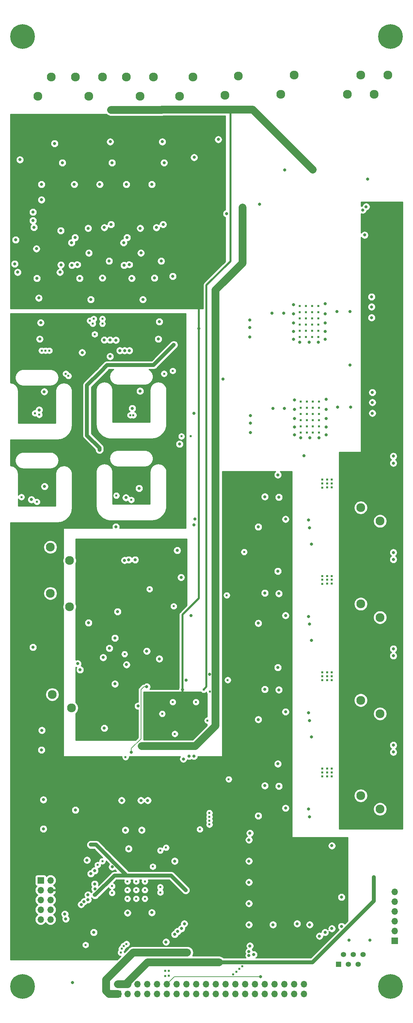
<source format=gbr>
G04 #@! TF.GenerationSoftware,KiCad,Pcbnew,(5.1.4)-1*
G04 #@! TF.CreationDate,2020-04-23T11:23:57-04:00*
G04 #@! TF.ProjectId,RPi_cape,5250695f-6361-4706-952e-6b696361645f,1.8*
G04 #@! TF.SameCoordinates,Original*
G04 #@! TF.FileFunction,Copper,L3,Inr*
G04 #@! TF.FilePolarity,Positive*
%FSLAX45Y45*%
G04 Gerber Fmt 4.5, Leading zero omitted, Abs format (unit mm)*
G04 Created by KiCad (PCBNEW (5.1.4)-1) date 2020-04-23 11:23:57*
%MOMM*%
%LPD*%
G04 APERTURE LIST*
%ADD10C,1.358000*%
%ADD11R,1.358000X1.358000*%
%ADD12C,2.300000*%
%ADD13C,0.800000*%
%ADD14C,6.400000*%
%ADD15O,1.700000X1.700000*%
%ADD16R,1.700000X1.700000*%
%ADD17C,0.620000*%
%ADD18C,0.500000*%
%ADD19C,2.000000*%
%ADD20C,1.000000*%
%ADD21C,0.200000*%
%ADD22C,0.254000*%
G04 APERTURE END LIST*
D10*
X12110000Y-27096000D03*
X11983000Y-27350000D03*
X11856000Y-27096000D03*
X11729000Y-27350000D03*
X11602000Y-27096000D03*
D11*
X11475000Y-27350000D03*
D12*
X5350000Y-4325000D03*
X5000000Y-4825000D03*
X4650000Y-4325000D03*
X6675000Y-4325000D03*
X6325000Y-4825000D03*
X5975000Y-4325000D03*
X11700000Y-4775000D03*
X12050000Y-4275000D03*
X12400000Y-4775000D03*
X12750000Y-4275000D03*
X4500000Y-16875000D03*
X4000000Y-16525000D03*
X4500000Y-18075000D03*
X4000000Y-17725000D03*
X12050000Y-22975000D03*
X12550000Y-23325000D03*
X12050000Y-20500000D03*
X12550000Y-20850000D03*
X12050000Y-18000000D03*
X12550000Y-18350000D03*
X12050000Y-15500000D03*
X12550000Y-15850000D03*
X3675000Y-4825000D03*
X4025000Y-4325000D03*
X7350000Y-4825000D03*
X7700000Y-4325000D03*
X8525000Y-4800000D03*
X8875000Y-4300000D03*
X9975000Y-4775000D03*
X10325000Y-4275000D03*
X4550000Y-20700000D03*
X4050000Y-20350000D03*
D13*
X3444706Y-3105294D03*
X3275000Y-3035000D03*
X3105294Y-3105294D03*
X3035000Y-3275000D03*
X3105294Y-3444706D03*
X3275000Y-3515000D03*
X3444706Y-3444706D03*
X3515000Y-3275000D03*
D14*
X3275000Y-3275000D03*
D13*
X12994706Y-3105294D03*
X12825000Y-3035000D03*
X12655294Y-3105294D03*
X12585000Y-3275000D03*
X12655294Y-3444706D03*
X12825000Y-3515000D03*
X12994706Y-3444706D03*
X13065000Y-3275000D03*
D14*
X12825000Y-3275000D03*
D13*
X3444706Y-27755294D03*
X3275000Y-27685000D03*
X3105294Y-27755294D03*
X3035000Y-27925000D03*
X3105294Y-28094706D03*
X3275000Y-28165000D03*
X3444706Y-28094706D03*
X3515000Y-27925000D03*
D14*
X3275000Y-27925000D03*
D13*
X12994706Y-27755294D03*
X12825000Y-27685000D03*
X12655294Y-27755294D03*
X12585000Y-27925000D03*
X12655294Y-28094706D03*
X12825000Y-28165000D03*
X12994706Y-28094706D03*
X13065000Y-27925000D03*
D14*
X12825000Y-27925000D03*
D15*
X12928000Y-25477000D03*
X12928000Y-25731000D03*
X12928000Y-25985000D03*
X12928000Y-26239000D03*
X12928000Y-26493000D03*
D16*
X12928000Y-26747000D03*
D15*
X4004000Y-26191000D03*
X3750000Y-26191000D03*
X4004000Y-25937000D03*
X3750000Y-25937000D03*
X4004000Y-25683000D03*
X3750000Y-25683000D03*
X4004000Y-25429000D03*
X3750000Y-25429000D03*
X4004000Y-25175000D03*
D16*
X3750000Y-25175000D03*
D15*
X10576000Y-27871000D03*
X10576000Y-28125000D03*
X10322000Y-27871000D03*
X10322000Y-28125000D03*
X10068000Y-27871000D03*
X10068000Y-28125000D03*
X9814000Y-27871000D03*
X9814000Y-28125000D03*
X9560000Y-27871000D03*
X9560000Y-28125000D03*
X9306000Y-27871000D03*
X9306000Y-28125000D03*
X9052000Y-27871000D03*
X9052000Y-28125000D03*
X8798000Y-27871000D03*
X8798000Y-28125000D03*
X8544000Y-27871000D03*
X8544000Y-28125000D03*
X8290000Y-27871000D03*
X8290000Y-28125000D03*
X8036000Y-27871000D03*
X8036000Y-28125000D03*
X7782000Y-27871000D03*
X7782000Y-28125000D03*
X7528000Y-27871000D03*
X7528000Y-28125000D03*
X7274000Y-27871000D03*
X7274000Y-28125000D03*
X7020000Y-27871000D03*
X7020000Y-28125000D03*
X6766000Y-27871000D03*
X6766000Y-28125000D03*
X6512000Y-27871000D03*
X6512000Y-28125000D03*
X6258000Y-27871000D03*
X6258000Y-28125000D03*
X6004000Y-27871000D03*
X6004000Y-28125000D03*
X5750000Y-27871000D03*
D16*
X5750000Y-28125000D03*
D17*
X11300000Y-14975000D03*
X11175000Y-14975000D03*
X11050000Y-14875000D03*
X11175000Y-14875000D03*
X11300000Y-14875000D03*
X11300000Y-14775000D03*
X11175000Y-14775000D03*
X11050000Y-14775000D03*
X6225000Y-25650000D03*
X6225000Y-25200000D03*
X6450000Y-25425000D03*
X6000000Y-25425000D03*
X6450000Y-25200000D03*
X6450000Y-25650000D03*
X6000000Y-25650000D03*
X6000000Y-25200000D03*
X10970000Y-13550000D03*
X10490000Y-13390000D03*
X10810000Y-13550000D03*
X10650000Y-13550000D03*
X10490000Y-13550000D03*
X10810000Y-13390000D03*
X10650000Y-13390000D03*
X10970000Y-13390000D03*
X10970000Y-13230000D03*
X10490000Y-13070000D03*
X10810000Y-13230000D03*
X10650000Y-13230000D03*
X10490000Y-13230000D03*
X10810000Y-13070000D03*
X10650000Y-13070000D03*
X10970000Y-13070000D03*
X10970000Y-12910000D03*
X10810000Y-12910000D03*
X10650000Y-12910000D03*
X10490000Y-12910000D03*
X10810000Y-12750000D03*
X10490000Y-12750000D03*
D13*
X9150000Y-26325000D03*
X9150000Y-25775000D03*
X9175000Y-26875000D03*
X9150000Y-25225000D03*
X9150000Y-24675000D03*
X9150000Y-24125000D03*
X5945000Y-23870000D03*
X6370000Y-23870000D03*
X5675000Y-20075000D03*
X3818750Y-23081250D03*
X3818750Y-23838750D03*
X6630000Y-26010000D03*
X5150000Y-25270000D03*
X5156250Y-25396250D03*
X5605000Y-24825000D03*
X3780000Y-21280000D03*
X3770000Y-21790000D03*
X4710000Y-19550000D03*
X5370000Y-19390000D03*
X5530000Y-19150000D03*
X7650000Y-18300000D03*
D17*
X7197502Y-18059143D03*
X6572500Y-17615000D03*
D13*
X7390000Y-17310000D03*
X7290000Y-16610000D03*
X6197789Y-16852501D03*
X6032501Y-16852501D03*
X5745000Y-18200000D03*
X9563000Y-15217000D03*
X6400000Y-10100000D03*
X6700000Y-9540000D03*
X7175000Y-9495000D03*
X6110000Y-9550000D03*
X6350000Y-8890000D03*
X6750000Y-8230000D03*
X6330000Y-8250000D03*
X5970000Y-7110000D03*
X6631250Y-7111250D03*
X6950000Y-6550000D03*
X6903750Y-6003750D03*
X3700000Y-10060000D03*
X3640000Y-8780000D03*
X4250000Y-9390000D03*
X3150000Y-9390000D03*
X3770000Y-7110000D03*
X4270000Y-8310000D03*
X3550000Y-7830000D03*
X3770000Y-7510000D03*
X3210000Y-6470000D03*
X4310000Y-6550000D03*
X4110000Y-6050000D03*
X8355000Y-5945000D03*
X7730000Y-6410000D03*
X8570000Y-7870000D03*
X9430000Y-7630000D03*
X10080000Y-6740000D03*
X12350000Y-12510000D03*
X12350000Y-13050000D03*
X11790000Y-12890000D03*
X11450000Y-12890000D03*
X11150000Y-13190000D03*
X11150000Y-13410000D03*
X11150000Y-13610000D03*
X10330000Y-13610000D03*
X10330000Y-13410000D03*
X10330000Y-13190000D03*
X10330000Y-12710000D03*
X11150000Y-12690000D03*
X10070000Y-12930000D03*
X9770000Y-12930000D03*
X9190000Y-13110000D03*
X9190000Y-13550000D03*
X9190000Y-13310000D03*
X10490000Y-13690000D03*
X10730000Y-13690000D03*
X10970000Y-13690000D03*
X11150000Y-12950000D03*
X10330000Y-12950000D03*
D17*
X10970000Y-12750000D03*
X10650000Y-12750000D03*
D13*
X12350000Y-12770000D03*
D17*
X10950000Y-11070000D03*
X10470000Y-10910000D03*
X10790000Y-11070000D03*
X10630000Y-11070000D03*
X10470000Y-11070000D03*
X10790000Y-10910000D03*
X10630000Y-10910000D03*
X10950000Y-10910000D03*
X10950000Y-10750000D03*
X10470000Y-10590000D03*
X10790000Y-10750000D03*
X10630000Y-10750000D03*
X10470000Y-10750000D03*
X10790000Y-10590000D03*
X10630000Y-10590000D03*
X10950000Y-10590000D03*
X10950000Y-10430000D03*
X10790000Y-10430000D03*
X10630000Y-10430000D03*
X10470000Y-10430000D03*
X10790000Y-10270000D03*
X10470000Y-10270000D03*
D13*
X12330000Y-10030000D03*
X12330000Y-10570000D03*
X11770000Y-10410000D03*
X11430000Y-10410000D03*
X11130000Y-10710000D03*
X11130000Y-10930000D03*
X11130000Y-11130000D03*
X10310000Y-11130000D03*
X10310000Y-10930000D03*
X10310000Y-10710000D03*
X10310000Y-10230000D03*
X11130000Y-10210000D03*
X10050000Y-10450000D03*
X9750000Y-10450000D03*
X9170000Y-10630000D03*
X9170000Y-11070000D03*
X9170000Y-10830000D03*
X10470000Y-11210000D03*
X10710000Y-11210000D03*
X10950000Y-11210000D03*
X11130000Y-10470000D03*
X10310000Y-10470000D03*
D17*
X10950000Y-10270000D03*
X10630000Y-10270000D03*
D13*
X12330000Y-10290000D03*
X5050000Y-10100000D03*
X5350000Y-9540000D03*
X4760000Y-9550000D03*
X5000000Y-8890000D03*
X5400000Y-8230000D03*
X4980000Y-8250000D03*
X4620000Y-7110000D03*
X5281250Y-7111250D03*
X5600000Y-6550000D03*
X5553750Y-6003750D03*
D17*
X4915000Y-26850000D03*
D13*
X11550000Y-25610000D03*
X11550000Y-26370000D03*
X12288750Y-26728750D03*
X3750000Y-10700000D03*
X6800000Y-11125000D03*
X3725000Y-11125000D03*
X6825000Y-10675000D03*
X4575000Y-27825000D03*
X11300000Y-24275000D03*
D17*
X6225000Y-25425000D03*
D13*
X4650000Y-23350000D03*
X4950000Y-24650000D03*
X3550000Y-19125000D03*
X6275000Y-20650000D03*
X10978750Y-26621250D03*
X10725000Y-26325000D03*
X10400000Y-26300000D03*
X9775000Y-26325000D03*
D17*
X6656748Y-24816747D03*
X6850000Y-25350000D03*
X6852246Y-25487748D03*
D13*
X4825000Y-11475000D03*
X3710000Y-12965000D03*
X6125000Y-12925000D03*
X5959000Y-15241000D03*
X6300000Y-15000000D03*
X3509000Y-15291000D03*
X3850000Y-14950000D03*
X5700000Y-16000000D03*
X7350000Y-13850000D03*
D17*
X11055000Y-14980000D03*
D13*
X10575000Y-14150000D03*
X9900000Y-14650000D03*
X9393999Y-16000000D03*
X10100000Y-15800000D03*
X5550000Y-11575000D03*
D17*
X11300000Y-17475000D03*
X11175000Y-17475000D03*
X11050000Y-17375000D03*
X11175000Y-17375000D03*
X11300000Y-17375000D03*
X11300000Y-17275000D03*
X11175000Y-17275000D03*
X11050000Y-17275000D03*
D13*
X9563000Y-17717000D03*
D17*
X11055000Y-17480000D03*
D13*
X9900000Y-17150000D03*
X9393999Y-18500000D03*
X10100000Y-18300000D03*
D17*
X11300000Y-19975000D03*
X11175000Y-19975000D03*
X11050000Y-19875000D03*
X11175000Y-19875000D03*
X11300000Y-19875000D03*
X11300000Y-19775000D03*
X11175000Y-19775000D03*
X11050000Y-19775000D03*
D13*
X9563000Y-20217000D03*
D17*
X11055000Y-19980000D03*
D13*
X9900000Y-19650000D03*
X9393999Y-21000000D03*
X10100000Y-20800000D03*
D17*
X11300000Y-22475000D03*
X11175000Y-22475000D03*
X11050000Y-22375000D03*
X11175000Y-22375000D03*
X11300000Y-22375000D03*
X11300000Y-22275000D03*
X11175000Y-22275000D03*
X11050000Y-22275000D03*
D13*
X9563000Y-22717000D03*
D17*
X11055000Y-22480000D03*
D13*
X9900000Y-22150000D03*
X9393999Y-23500000D03*
X10100000Y-23300000D03*
X10775000Y-16450000D03*
X10775000Y-18950000D03*
X10775000Y-21450000D03*
X6028750Y-24353750D03*
D17*
X5100000Y-10725000D03*
X5150000Y-11000000D03*
X5350000Y-10725000D03*
D13*
X8131002Y-19825000D03*
X5923503Y-16867612D03*
D17*
X7775000Y-20545700D03*
X7175000Y-20545700D03*
X7227805Y-21372195D03*
X8140002Y-20275000D03*
X6900000Y-20850000D03*
X5950000Y-21975000D03*
D13*
X7725000Y-13050000D03*
X6325000Y-12475000D03*
X3840830Y-12490830D03*
X7525000Y-19975001D03*
X6825000Y-19425000D03*
X6500000Y-19225000D03*
X5975000Y-19575000D03*
X6002436Y-26019439D03*
D17*
X8075000Y-21025000D03*
D13*
X12895000Y-14345000D03*
X12895000Y-14165000D03*
X12190000Y-7690000D03*
X12105000Y-7775000D03*
X12150000Y-8425000D03*
X10700000Y-15825000D03*
X10725000Y-16025000D03*
X12895000Y-16845000D03*
X12895000Y-16665000D03*
X10700000Y-18325000D03*
X10725000Y-18525000D03*
X12895000Y-19345000D03*
X12895000Y-19165000D03*
X10700000Y-20825000D03*
X10725000Y-21025000D03*
X12895000Y-21845000D03*
X12895000Y-21665000D03*
X10700000Y-23325000D03*
X10725000Y-23525000D03*
X12225000Y-6975000D03*
X12055000Y-14165000D03*
X12055000Y-14345000D03*
X12790000Y-8270000D03*
X12790000Y-8410000D03*
X12175000Y-8675000D03*
X12200000Y-11325000D03*
X12150000Y-13800000D03*
X12055000Y-16665000D03*
X12055000Y-16845000D03*
X12055000Y-19165000D03*
X12055000Y-19345000D03*
X12055000Y-21665000D03*
X12055000Y-21845000D03*
X7425000Y-20225000D03*
X6110000Y-9090000D03*
X6945000Y-6975000D03*
X6230000Y-6890000D03*
X5960000Y-6400000D03*
X3230000Y-9210000D03*
X3670000Y-7430000D03*
X3470000Y-6430000D03*
X7690000Y-6690000D03*
X7850000Y-9890000D03*
X4760000Y-9090000D03*
X5595000Y-6975000D03*
X4880000Y-6890000D03*
X4610000Y-6400000D03*
X7850000Y-10850000D03*
D17*
X7125000Y-20925000D03*
X7343750Y-21081250D03*
X7550000Y-20775000D03*
D13*
X6890000Y-5170000D03*
X10810000Y-6730000D03*
X5575000Y-5175000D03*
D17*
X7975000Y-20225000D03*
D13*
X5575000Y-23500000D03*
X6060000Y-23515000D03*
X4660000Y-23060000D03*
D17*
X6225000Y-24825000D03*
D13*
X7508750Y-25768750D03*
X6510000Y-26510000D03*
X5810000Y-26510000D03*
X5156250Y-25096250D03*
X5871250Y-24351250D03*
X6571250Y-24351250D03*
X9290000Y-15510000D03*
X4970000Y-27085000D03*
X5300000Y-23825000D03*
X7475000Y-26700000D03*
X11275000Y-26600000D03*
X3475000Y-10575000D03*
X3950000Y-18725000D03*
X3475000Y-11725000D03*
X9290000Y-18010000D03*
X9290000Y-20510000D03*
X9290000Y-23010000D03*
X7100000Y-23125000D03*
D17*
X6200001Y-21975000D03*
D13*
X3025000Y-13925000D03*
X4950000Y-20010000D03*
X4830000Y-21310000D03*
X5375000Y-18950000D03*
X6925000Y-18750000D03*
X6785000Y-17315000D03*
X7378750Y-17751250D03*
X6150000Y-16710000D03*
X5755500Y-17360000D03*
X7725000Y-15950000D03*
X7750000Y-15800000D03*
D17*
X7875000Y-23850000D03*
D13*
X6370000Y-21690000D03*
X8455000Y-9685000D03*
X8985000Y-7710000D03*
X7510000Y-25430000D03*
X5153750Y-25553750D03*
X5050000Y-24250000D03*
X6500000Y-20150000D03*
X6100000Y-21850000D03*
X8475000Y-12165000D03*
X12390000Y-25090000D03*
X8375000Y-27300000D03*
D17*
X7075000Y-27525000D03*
X8743000Y-27618000D03*
X5825000Y-27050000D03*
X6975000Y-27525000D03*
D13*
X7550000Y-27050000D03*
X7200000Y-11275000D03*
X9175000Y-23950000D03*
X5300000Y-11975000D03*
X5275000Y-14000000D03*
D17*
X7074999Y-27650000D03*
X8825000Y-27550000D03*
X5850000Y-26950000D03*
X8900000Y-27475000D03*
X5900000Y-26875000D03*
X6975000Y-27655155D03*
X8975000Y-27400000D03*
X5975000Y-26825000D03*
D13*
X7725000Y-21950000D03*
X6050000Y-11425000D03*
X5925000Y-11425000D03*
X7600000Y-21950000D03*
D17*
X6153000Y-13100000D03*
X6950000Y-12025000D03*
X7175000Y-11950000D03*
X5712251Y-15187749D03*
X7400000Y-13650000D03*
X7643000Y-13650000D03*
D13*
X7450000Y-22025001D03*
X5800000Y-11425000D03*
D17*
X6075000Y-13100000D03*
X6100000Y-15300000D03*
D13*
X4400000Y-26175000D03*
X4375000Y-26050000D03*
X7225000Y-24675000D03*
X5675000Y-18885000D03*
X5850000Y-23100000D03*
D17*
X3600000Y-13050000D03*
X3775000Y-11425000D03*
X4400000Y-12025000D03*
X3650000Y-15349999D03*
D13*
X6350000Y-23100000D03*
D17*
X3710000Y-13090000D03*
X3875000Y-11425000D03*
X4468000Y-12082000D03*
X3250000Y-15225000D03*
D13*
X7000000Y-26775000D03*
X11774999Y-11799999D03*
X6525000Y-23100000D03*
D17*
X6850000Y-24400000D03*
X3975000Y-11425000D03*
D13*
X5990000Y-8490001D03*
D17*
X5350000Y-10600000D03*
D13*
X6925000Y-8150000D03*
X5700000Y-11153500D03*
X5900000Y-8625000D03*
X5910000Y-9210000D03*
X6875000Y-9100000D03*
X5150000Y-24925000D03*
X6050000Y-9190000D03*
X5050000Y-25000000D03*
X4640000Y-8490001D03*
D17*
X5125000Y-10600000D03*
D13*
X5575000Y-8150000D03*
X5550000Y-11150000D03*
X4550000Y-8625000D03*
X4560000Y-9210000D03*
X5525000Y-9100000D03*
X4975000Y-25550000D03*
D17*
X5600000Y-25500000D03*
D13*
X4700000Y-9190000D03*
X4975000Y-25675000D03*
X3550000Y-8050000D03*
D17*
X5025000Y-10650000D03*
D13*
X3575000Y-8225000D03*
X5400000Y-11150000D03*
X3650000Y-9550000D03*
X3100000Y-8550000D03*
X4275000Y-9200000D03*
X4875000Y-25725000D03*
X3075000Y-9175000D03*
X4799200Y-25800000D03*
D17*
X5600000Y-25325000D03*
D13*
X5125000Y-26525000D03*
X9926001Y-15230000D03*
X7475000Y-26300000D03*
X9926001Y-17730000D03*
X7400000Y-26425000D03*
X9926001Y-20230000D03*
X7300000Y-26500000D03*
X9926001Y-22730000D03*
X7225000Y-26575000D03*
X9450000Y-27674999D03*
X4770000Y-19710000D03*
X4990000Y-18490000D03*
X11750000Y-26725000D03*
X9271497Y-27100000D03*
X9150000Y-27125000D03*
X11125000Y-26525000D03*
X9150000Y-27025000D03*
X11300000Y-26425000D03*
D17*
X9025000Y-16650000D03*
X8125000Y-23725000D03*
X8125000Y-23625000D03*
X8575000Y-17775000D03*
X8125000Y-23525000D03*
X8600000Y-19975000D03*
X8125000Y-23425000D03*
X8625000Y-22550000D03*
X5350000Y-24675000D03*
D13*
X5400000Y-21225000D03*
D17*
X7000000Y-24325000D03*
X5225000Y-24775000D03*
X5925000Y-19300000D03*
D18*
X7850000Y-10675000D02*
X7850000Y-9890000D01*
X7850000Y-17855800D02*
X7850000Y-10675000D01*
X7425000Y-20225000D02*
X7425000Y-18280800D01*
X7425000Y-18280800D02*
X7850000Y-17855800D01*
X7425000Y-20225000D02*
X7425000Y-20325000D01*
D19*
X6885000Y-5175000D02*
X6890000Y-5170000D01*
X5575000Y-5175000D02*
X6885000Y-5175000D01*
X9250000Y-5170000D02*
X10810000Y-6730000D01*
X8670000Y-5170000D02*
X9250000Y-5170000D01*
X6890000Y-5170000D02*
X8670000Y-5170000D01*
D18*
X8670000Y-5170000D02*
X8670000Y-9105000D01*
X8670000Y-9105000D02*
X8050001Y-9724999D01*
X7975000Y-20225000D02*
X8050001Y-20149999D01*
X8050001Y-9724999D02*
X8050001Y-20149999D01*
D19*
X8985000Y-9155000D02*
X8455000Y-9685000D01*
X8985000Y-7710000D02*
X8985000Y-9155000D01*
X8287002Y-21162998D02*
X7760000Y-21690000D01*
X7760000Y-21690000D02*
X6370000Y-21690000D01*
X8287002Y-9852998D02*
X8287002Y-21162998D01*
X8455000Y-9685000D02*
X8287002Y-9852998D01*
D20*
X5950000Y-25050000D02*
X7130000Y-25050000D01*
X7130000Y-25050000D02*
X7510000Y-25430000D01*
X5161550Y-25553750D02*
X5665300Y-25050000D01*
X5153750Y-25553750D02*
X5161550Y-25553750D01*
X5665300Y-25050000D02*
X5850000Y-25050000D01*
X5850000Y-25050000D02*
X5950000Y-25050000D01*
X5186880Y-24250000D02*
X5950000Y-25013120D01*
X5050000Y-24250000D02*
X5186880Y-24250000D01*
X5950000Y-25013120D02*
X5950000Y-25050000D01*
D21*
X6425000Y-20150000D02*
X6500000Y-20150000D01*
X6350000Y-20225000D02*
X6425000Y-20150000D01*
X6350000Y-21500000D02*
X6350000Y-20225000D01*
X6100000Y-21850000D02*
X6100000Y-21750000D01*
X6100000Y-21750000D02*
X6350000Y-21500000D01*
D19*
X5750000Y-27871000D02*
X6004000Y-27871000D01*
X6525600Y-27300000D02*
X8375000Y-27300000D01*
X6004000Y-27821600D02*
X6525600Y-27300000D01*
X6004000Y-27871000D02*
X6004000Y-27821600D01*
D20*
X8375000Y-27300000D02*
X10800000Y-27300000D01*
X12390000Y-25110000D02*
X12390000Y-25090000D01*
X10800000Y-27300000D02*
X12390000Y-25710000D01*
X12390000Y-25710000D02*
X12390000Y-25090000D01*
D19*
X7550000Y-27050000D02*
X6150000Y-27050000D01*
X6150000Y-27050000D02*
X5450000Y-27750000D01*
X5450000Y-27750000D02*
X5450000Y-28050000D01*
X5525000Y-28125000D02*
X5750000Y-28125000D01*
X5450000Y-28050000D02*
X5525000Y-28125000D01*
D20*
X5475000Y-11800000D02*
X5300000Y-11975000D01*
X7200000Y-11275000D02*
X6675000Y-11800000D01*
X6675000Y-11800000D02*
X5475000Y-11800000D01*
X5275000Y-14000000D02*
X5275000Y-13950000D01*
X5275000Y-13950000D02*
X4950000Y-13625000D01*
X4950000Y-12325000D02*
X5300000Y-11975000D01*
X4950000Y-13625000D02*
X4950000Y-12325000D01*
D21*
X7020000Y-27871000D02*
X7216000Y-27675000D01*
X9449999Y-27675000D02*
X9450000Y-27674999D01*
X7216000Y-27675000D02*
X9449999Y-27675000D01*
D18*
X7782000Y-28125000D02*
X7782000Y-28093000D01*
D22*
G36*
X13137300Y-23837300D02*
G01*
X11487700Y-23837300D01*
X11487700Y-23307419D01*
X12371500Y-23307419D01*
X12371500Y-23342581D01*
X12378360Y-23377066D01*
X12391815Y-23409551D01*
X12411350Y-23438787D01*
X12436213Y-23463650D01*
X12465448Y-23483185D01*
X12497933Y-23496640D01*
X12532419Y-23503500D01*
X12567581Y-23503500D01*
X12602066Y-23496640D01*
X12634551Y-23483185D01*
X12663787Y-23463650D01*
X12688650Y-23438787D01*
X12708185Y-23409551D01*
X12721640Y-23377066D01*
X12728500Y-23342581D01*
X12728500Y-23307419D01*
X12721640Y-23272933D01*
X12708185Y-23240448D01*
X12688650Y-23211213D01*
X12663787Y-23186350D01*
X12634551Y-23166815D01*
X12602066Y-23153360D01*
X12567581Y-23146500D01*
X12532419Y-23146500D01*
X12497933Y-23153360D01*
X12465448Y-23166815D01*
X12436213Y-23186350D01*
X12411350Y-23211213D01*
X12391815Y-23240448D01*
X12378360Y-23272933D01*
X12371500Y-23307419D01*
X11487700Y-23307419D01*
X11487700Y-22957419D01*
X11871500Y-22957419D01*
X11871500Y-22992581D01*
X11878360Y-23027066D01*
X11891815Y-23059551D01*
X11911350Y-23088787D01*
X11936213Y-23113650D01*
X11965448Y-23133185D01*
X11997933Y-23146640D01*
X12032419Y-23153500D01*
X12067581Y-23153500D01*
X12102066Y-23146640D01*
X12134551Y-23133185D01*
X12163787Y-23113650D01*
X12188650Y-23088787D01*
X12208185Y-23059551D01*
X12221640Y-23027066D01*
X12228500Y-22992581D01*
X12228500Y-22957419D01*
X12221640Y-22922933D01*
X12208185Y-22890448D01*
X12188650Y-22861213D01*
X12163787Y-22836350D01*
X12134551Y-22816815D01*
X12102066Y-22803360D01*
X12067581Y-22796500D01*
X12032419Y-22796500D01*
X11997933Y-22803360D01*
X11965448Y-22816815D01*
X11936213Y-22836350D01*
X11911350Y-22861213D01*
X11891815Y-22890448D01*
X11878360Y-22922933D01*
X11871500Y-22957419D01*
X11487700Y-22957419D01*
X11487700Y-21654806D01*
X12791500Y-21654806D01*
X12791500Y-21675194D01*
X12795477Y-21695190D01*
X12803279Y-21714026D01*
X12814606Y-21730977D01*
X12829023Y-21745394D01*
X12843399Y-21755000D01*
X12829023Y-21764606D01*
X12814606Y-21779023D01*
X12803279Y-21795974D01*
X12795477Y-21814810D01*
X12791500Y-21834806D01*
X12791500Y-21855194D01*
X12795477Y-21875190D01*
X12803279Y-21894026D01*
X12814606Y-21910977D01*
X12829023Y-21925394D01*
X12845974Y-21936721D01*
X12864810Y-21944523D01*
X12884806Y-21948500D01*
X12905194Y-21948500D01*
X12925190Y-21944523D01*
X12944026Y-21936721D01*
X12960977Y-21925394D01*
X12975394Y-21910977D01*
X12986720Y-21894026D01*
X12994523Y-21875190D01*
X12998500Y-21855194D01*
X12998500Y-21834806D01*
X12994523Y-21814810D01*
X12986720Y-21795974D01*
X12975394Y-21779023D01*
X12960977Y-21764606D01*
X12946600Y-21755000D01*
X12960977Y-21745394D01*
X12975394Y-21730977D01*
X12986720Y-21714026D01*
X12994523Y-21695190D01*
X12998500Y-21675194D01*
X12998500Y-21654806D01*
X12994523Y-21634810D01*
X12986720Y-21615974D01*
X12975394Y-21599023D01*
X12960977Y-21584606D01*
X12944026Y-21573280D01*
X12925190Y-21565477D01*
X12905194Y-21561500D01*
X12884806Y-21561500D01*
X12864810Y-21565477D01*
X12845974Y-21573280D01*
X12829023Y-21584606D01*
X12814606Y-21599023D01*
X12803279Y-21615974D01*
X12795477Y-21634810D01*
X12791500Y-21654806D01*
X11487700Y-21654806D01*
X11487700Y-20832419D01*
X12371500Y-20832419D01*
X12371500Y-20867581D01*
X12378360Y-20902067D01*
X12391815Y-20934552D01*
X12411350Y-20963787D01*
X12436213Y-20988650D01*
X12465448Y-21008185D01*
X12497933Y-21021640D01*
X12532419Y-21028500D01*
X12567581Y-21028500D01*
X12602066Y-21021640D01*
X12634551Y-21008185D01*
X12663787Y-20988650D01*
X12688650Y-20963787D01*
X12708185Y-20934552D01*
X12721640Y-20902067D01*
X12728500Y-20867581D01*
X12728500Y-20832419D01*
X12721640Y-20797934D01*
X12708185Y-20765449D01*
X12688650Y-20736213D01*
X12663787Y-20711350D01*
X12634551Y-20691815D01*
X12602066Y-20678360D01*
X12567581Y-20671500D01*
X12532419Y-20671500D01*
X12497933Y-20678360D01*
X12465448Y-20691815D01*
X12436213Y-20711350D01*
X12411350Y-20736213D01*
X12391815Y-20765449D01*
X12378360Y-20797934D01*
X12371500Y-20832419D01*
X11487700Y-20832419D01*
X11487700Y-20482419D01*
X11871500Y-20482419D01*
X11871500Y-20517581D01*
X11878360Y-20552067D01*
X11891815Y-20584552D01*
X11911350Y-20613787D01*
X11936213Y-20638650D01*
X11965448Y-20658185D01*
X11997933Y-20671640D01*
X12032419Y-20678500D01*
X12067581Y-20678500D01*
X12102066Y-20671640D01*
X12134551Y-20658185D01*
X12163787Y-20638650D01*
X12188650Y-20613787D01*
X12208185Y-20584552D01*
X12221640Y-20552067D01*
X12228500Y-20517581D01*
X12228500Y-20482419D01*
X12221640Y-20447934D01*
X12208185Y-20415449D01*
X12188650Y-20386213D01*
X12163787Y-20361350D01*
X12134551Y-20341815D01*
X12102066Y-20328360D01*
X12067581Y-20321500D01*
X12032419Y-20321500D01*
X11997933Y-20328360D01*
X11965448Y-20341815D01*
X11936213Y-20361350D01*
X11911350Y-20386213D01*
X11891815Y-20415449D01*
X11878360Y-20447934D01*
X11871500Y-20482419D01*
X11487700Y-20482419D01*
X11487700Y-19154806D01*
X12791500Y-19154806D01*
X12791500Y-19175194D01*
X12795477Y-19195190D01*
X12803279Y-19214026D01*
X12814606Y-19230977D01*
X12829023Y-19245394D01*
X12843399Y-19255000D01*
X12829023Y-19264606D01*
X12814606Y-19279023D01*
X12803279Y-19295974D01*
X12795477Y-19314810D01*
X12791500Y-19334806D01*
X12791500Y-19355194D01*
X12795477Y-19375190D01*
X12803279Y-19394026D01*
X12814606Y-19410977D01*
X12829023Y-19425394D01*
X12845974Y-19436721D01*
X12864810Y-19444523D01*
X12884806Y-19448500D01*
X12905194Y-19448500D01*
X12925190Y-19444523D01*
X12944026Y-19436721D01*
X12960977Y-19425394D01*
X12975394Y-19410977D01*
X12986720Y-19394026D01*
X12994523Y-19375190D01*
X12998500Y-19355194D01*
X12998500Y-19334806D01*
X12994523Y-19314810D01*
X12986720Y-19295974D01*
X12975394Y-19279023D01*
X12960977Y-19264606D01*
X12946600Y-19255000D01*
X12960977Y-19245394D01*
X12975394Y-19230977D01*
X12986720Y-19214026D01*
X12994523Y-19195190D01*
X12998500Y-19175194D01*
X12998500Y-19154806D01*
X12994523Y-19134810D01*
X12986720Y-19115974D01*
X12975394Y-19099023D01*
X12960977Y-19084606D01*
X12944026Y-19073280D01*
X12925190Y-19065477D01*
X12905194Y-19061500D01*
X12884806Y-19061500D01*
X12864810Y-19065477D01*
X12845974Y-19073280D01*
X12829023Y-19084606D01*
X12814606Y-19099023D01*
X12803279Y-19115974D01*
X12795477Y-19134810D01*
X12791500Y-19154806D01*
X11487700Y-19154806D01*
X11487700Y-18332419D01*
X12371500Y-18332419D01*
X12371500Y-18367581D01*
X12378360Y-18402067D01*
X12391815Y-18434552D01*
X12411350Y-18463787D01*
X12436213Y-18488650D01*
X12465448Y-18508185D01*
X12497933Y-18521640D01*
X12532419Y-18528500D01*
X12567581Y-18528500D01*
X12602066Y-18521640D01*
X12634551Y-18508185D01*
X12663787Y-18488650D01*
X12688650Y-18463787D01*
X12708185Y-18434552D01*
X12721640Y-18402067D01*
X12728500Y-18367581D01*
X12728500Y-18332419D01*
X12721640Y-18297934D01*
X12708185Y-18265449D01*
X12688650Y-18236213D01*
X12663787Y-18211350D01*
X12634551Y-18191815D01*
X12602066Y-18178360D01*
X12567581Y-18171500D01*
X12532419Y-18171500D01*
X12497933Y-18178360D01*
X12465448Y-18191815D01*
X12436213Y-18211350D01*
X12411350Y-18236213D01*
X12391815Y-18265449D01*
X12378360Y-18297934D01*
X12371500Y-18332419D01*
X11487700Y-18332419D01*
X11487700Y-17982419D01*
X11871500Y-17982419D01*
X11871500Y-18017581D01*
X11878360Y-18052067D01*
X11891815Y-18084552D01*
X11911350Y-18113787D01*
X11936213Y-18138650D01*
X11965448Y-18158185D01*
X11997933Y-18171640D01*
X12032419Y-18178500D01*
X12067581Y-18178500D01*
X12102066Y-18171640D01*
X12134551Y-18158185D01*
X12163787Y-18138650D01*
X12188650Y-18113787D01*
X12208185Y-18084552D01*
X12221640Y-18052067D01*
X12228500Y-18017581D01*
X12228500Y-17982419D01*
X12221640Y-17947934D01*
X12208185Y-17915449D01*
X12188650Y-17886213D01*
X12163787Y-17861350D01*
X12134551Y-17841815D01*
X12102066Y-17828360D01*
X12067581Y-17821500D01*
X12032419Y-17821500D01*
X11997933Y-17828360D01*
X11965448Y-17841815D01*
X11936213Y-17861350D01*
X11911350Y-17886213D01*
X11891815Y-17915449D01*
X11878360Y-17947934D01*
X11871500Y-17982419D01*
X11487700Y-17982419D01*
X11487700Y-16654806D01*
X12791500Y-16654806D01*
X12791500Y-16675194D01*
X12795477Y-16695190D01*
X12803279Y-16714026D01*
X12814606Y-16730977D01*
X12829023Y-16745394D01*
X12843399Y-16755000D01*
X12829023Y-16764606D01*
X12814606Y-16779023D01*
X12803279Y-16795974D01*
X12795477Y-16814810D01*
X12791500Y-16834806D01*
X12791500Y-16855194D01*
X12795477Y-16875190D01*
X12803279Y-16894026D01*
X12814606Y-16910977D01*
X12829023Y-16925394D01*
X12845974Y-16936721D01*
X12864810Y-16944523D01*
X12884806Y-16948500D01*
X12905194Y-16948500D01*
X12925190Y-16944523D01*
X12944026Y-16936721D01*
X12960977Y-16925394D01*
X12975394Y-16910977D01*
X12986720Y-16894026D01*
X12994523Y-16875190D01*
X12998500Y-16855194D01*
X12998500Y-16834806D01*
X12994523Y-16814810D01*
X12986720Y-16795974D01*
X12975394Y-16779023D01*
X12960977Y-16764606D01*
X12946600Y-16755000D01*
X12960977Y-16745394D01*
X12975394Y-16730977D01*
X12986720Y-16714026D01*
X12994523Y-16695190D01*
X12998500Y-16675194D01*
X12998500Y-16654806D01*
X12994523Y-16634810D01*
X12986720Y-16615974D01*
X12975394Y-16599023D01*
X12960977Y-16584606D01*
X12944026Y-16573279D01*
X12925190Y-16565477D01*
X12905194Y-16561500D01*
X12884806Y-16561500D01*
X12864810Y-16565477D01*
X12845974Y-16573279D01*
X12829023Y-16584606D01*
X12814606Y-16599023D01*
X12803279Y-16615974D01*
X12795477Y-16634810D01*
X12791500Y-16654806D01*
X11487700Y-16654806D01*
X11487700Y-15832419D01*
X12371500Y-15832419D01*
X12371500Y-15867581D01*
X12378360Y-15902066D01*
X12391815Y-15934551D01*
X12411350Y-15963787D01*
X12436213Y-15988650D01*
X12465448Y-16008185D01*
X12497933Y-16021640D01*
X12532419Y-16028500D01*
X12567581Y-16028500D01*
X12602066Y-16021640D01*
X12634551Y-16008185D01*
X12663787Y-15988650D01*
X12688650Y-15963787D01*
X12708185Y-15934551D01*
X12721640Y-15902066D01*
X12728500Y-15867581D01*
X12728500Y-15832419D01*
X12721640Y-15797933D01*
X12708185Y-15765448D01*
X12688650Y-15736213D01*
X12663787Y-15711350D01*
X12634551Y-15691815D01*
X12602066Y-15678360D01*
X12567581Y-15671500D01*
X12532419Y-15671500D01*
X12497933Y-15678360D01*
X12465448Y-15691815D01*
X12436213Y-15711350D01*
X12411350Y-15736213D01*
X12391815Y-15765448D01*
X12378360Y-15797933D01*
X12371500Y-15832419D01*
X11487700Y-15832419D01*
X11487700Y-15482419D01*
X11871500Y-15482419D01*
X11871500Y-15517581D01*
X11878360Y-15552066D01*
X11891815Y-15584551D01*
X11911350Y-15613787D01*
X11936213Y-15638650D01*
X11965448Y-15658185D01*
X11997933Y-15671640D01*
X12032419Y-15678500D01*
X12067581Y-15678500D01*
X12102066Y-15671640D01*
X12134551Y-15658185D01*
X12163787Y-15638650D01*
X12188650Y-15613787D01*
X12208185Y-15584551D01*
X12221640Y-15552066D01*
X12228500Y-15517581D01*
X12228500Y-15482419D01*
X12221640Y-15447933D01*
X12208185Y-15415448D01*
X12188650Y-15386213D01*
X12163787Y-15361350D01*
X12134551Y-15341815D01*
X12102066Y-15328360D01*
X12067581Y-15321500D01*
X12032419Y-15321500D01*
X11997933Y-15328360D01*
X11965448Y-15341815D01*
X11936213Y-15361350D01*
X11911350Y-15386213D01*
X11891815Y-15415448D01*
X11878360Y-15447933D01*
X11871500Y-15482419D01*
X11487700Y-15482419D01*
X11487700Y-14154806D01*
X12791500Y-14154806D01*
X12791500Y-14175194D01*
X12795477Y-14195190D01*
X12803279Y-14214026D01*
X12814606Y-14230977D01*
X12829023Y-14245394D01*
X12843399Y-14255000D01*
X12829023Y-14264606D01*
X12814606Y-14279023D01*
X12803279Y-14295974D01*
X12795477Y-14314810D01*
X12791500Y-14334806D01*
X12791500Y-14355194D01*
X12795477Y-14375190D01*
X12803279Y-14394026D01*
X12814606Y-14410977D01*
X12829023Y-14425394D01*
X12845974Y-14436720D01*
X12864810Y-14444523D01*
X12884806Y-14448500D01*
X12905194Y-14448500D01*
X12925190Y-14444523D01*
X12944026Y-14436720D01*
X12960977Y-14425394D01*
X12975394Y-14410977D01*
X12986720Y-14394026D01*
X12994523Y-14375190D01*
X12998500Y-14355194D01*
X12998500Y-14334806D01*
X12994523Y-14314810D01*
X12986720Y-14295974D01*
X12975394Y-14279023D01*
X12960977Y-14264606D01*
X12946600Y-14255000D01*
X12960977Y-14245394D01*
X12975394Y-14230977D01*
X12986720Y-14214026D01*
X12994523Y-14195190D01*
X12998500Y-14175194D01*
X12998500Y-14154806D01*
X12994523Y-14134810D01*
X12986720Y-14115974D01*
X12975394Y-14099023D01*
X12960977Y-14084606D01*
X12944026Y-14073279D01*
X12925190Y-14065477D01*
X12905194Y-14061500D01*
X12884806Y-14061500D01*
X12864810Y-14065477D01*
X12845974Y-14073279D01*
X12829023Y-14084606D01*
X12814606Y-14099023D01*
X12803279Y-14115974D01*
X12795477Y-14134810D01*
X12791500Y-14154806D01*
X11487700Y-14154806D01*
X11487700Y-14062700D01*
X12050000Y-14062700D01*
X12052478Y-14062456D01*
X12054860Y-14061733D01*
X12057056Y-14060560D01*
X12058980Y-14058980D01*
X12060560Y-14057056D01*
X12061733Y-14054860D01*
X12062456Y-14052478D01*
X12062700Y-14050000D01*
X12062700Y-13039806D01*
X12246500Y-13039806D01*
X12246500Y-13060194D01*
X12250477Y-13080190D01*
X12258279Y-13099026D01*
X12269606Y-13115977D01*
X12284023Y-13130394D01*
X12300974Y-13141720D01*
X12319810Y-13149523D01*
X12339806Y-13153500D01*
X12360194Y-13153500D01*
X12380190Y-13149523D01*
X12399026Y-13141720D01*
X12415977Y-13130394D01*
X12430394Y-13115977D01*
X12441720Y-13099026D01*
X12449523Y-13080190D01*
X12453500Y-13060194D01*
X12453500Y-13039806D01*
X12449523Y-13019810D01*
X12441720Y-13000974D01*
X12430394Y-12984023D01*
X12415977Y-12969606D01*
X12399026Y-12958279D01*
X12380190Y-12950477D01*
X12360194Y-12946500D01*
X12339806Y-12946500D01*
X12319810Y-12950477D01*
X12300974Y-12958279D01*
X12284023Y-12969606D01*
X12269606Y-12984023D01*
X12258279Y-13000974D01*
X12250477Y-13019810D01*
X12246500Y-13039806D01*
X12062700Y-13039806D01*
X12062700Y-12759806D01*
X12246500Y-12759806D01*
X12246500Y-12780194D01*
X12250477Y-12800190D01*
X12258279Y-12819026D01*
X12269606Y-12835977D01*
X12284023Y-12850394D01*
X12300974Y-12861720D01*
X12319810Y-12869523D01*
X12339806Y-12873500D01*
X12360194Y-12873500D01*
X12380190Y-12869523D01*
X12399026Y-12861720D01*
X12415977Y-12850394D01*
X12430394Y-12835977D01*
X12441720Y-12819026D01*
X12449523Y-12800190D01*
X12453500Y-12780194D01*
X12453500Y-12759806D01*
X12449523Y-12739810D01*
X12441720Y-12720974D01*
X12430394Y-12704023D01*
X12415977Y-12689606D01*
X12399026Y-12678279D01*
X12380190Y-12670477D01*
X12360194Y-12666500D01*
X12339806Y-12666500D01*
X12319810Y-12670477D01*
X12300974Y-12678279D01*
X12284023Y-12689606D01*
X12269606Y-12704023D01*
X12258279Y-12720974D01*
X12250477Y-12739810D01*
X12246500Y-12759806D01*
X12062700Y-12759806D01*
X12062700Y-12499806D01*
X12246500Y-12499806D01*
X12246500Y-12520194D01*
X12250477Y-12540190D01*
X12258279Y-12559026D01*
X12269606Y-12575977D01*
X12284023Y-12590394D01*
X12300974Y-12601720D01*
X12319810Y-12609523D01*
X12339806Y-12613500D01*
X12360194Y-12613500D01*
X12380190Y-12609523D01*
X12399026Y-12601720D01*
X12415977Y-12590394D01*
X12430394Y-12575977D01*
X12441720Y-12559026D01*
X12449523Y-12540190D01*
X12453500Y-12520194D01*
X12453500Y-12499806D01*
X12449523Y-12479810D01*
X12441720Y-12460974D01*
X12430394Y-12444023D01*
X12415977Y-12429606D01*
X12399026Y-12418279D01*
X12380190Y-12410477D01*
X12360194Y-12406500D01*
X12339806Y-12406500D01*
X12319810Y-12410477D01*
X12300974Y-12418279D01*
X12284023Y-12429606D01*
X12269606Y-12444023D01*
X12258279Y-12460974D01*
X12250477Y-12479810D01*
X12246500Y-12499806D01*
X12062700Y-12499806D01*
X12062700Y-10559806D01*
X12226500Y-10559806D01*
X12226500Y-10580194D01*
X12230477Y-10600190D01*
X12238279Y-10619026D01*
X12249606Y-10635977D01*
X12264023Y-10650394D01*
X12280974Y-10661721D01*
X12299810Y-10669523D01*
X12319806Y-10673500D01*
X12340194Y-10673500D01*
X12360190Y-10669523D01*
X12379026Y-10661721D01*
X12395977Y-10650394D01*
X12410394Y-10635977D01*
X12421720Y-10619026D01*
X12429523Y-10600190D01*
X12433500Y-10580194D01*
X12433500Y-10559806D01*
X12429523Y-10539810D01*
X12421720Y-10520974D01*
X12410394Y-10504023D01*
X12395977Y-10489606D01*
X12379026Y-10478280D01*
X12360190Y-10470477D01*
X12340194Y-10466500D01*
X12319806Y-10466500D01*
X12299810Y-10470477D01*
X12280974Y-10478280D01*
X12264023Y-10489606D01*
X12249606Y-10504023D01*
X12238279Y-10520974D01*
X12230477Y-10539810D01*
X12226500Y-10559806D01*
X12062700Y-10559806D01*
X12062700Y-10279806D01*
X12226500Y-10279806D01*
X12226500Y-10300194D01*
X12230477Y-10320190D01*
X12238279Y-10339026D01*
X12249606Y-10355977D01*
X12264023Y-10370394D01*
X12280974Y-10381721D01*
X12299810Y-10389523D01*
X12319806Y-10393500D01*
X12340194Y-10393500D01*
X12360190Y-10389523D01*
X12379026Y-10381721D01*
X12395977Y-10370394D01*
X12410394Y-10355977D01*
X12421720Y-10339026D01*
X12429523Y-10320190D01*
X12433500Y-10300194D01*
X12433500Y-10279806D01*
X12429523Y-10259810D01*
X12421720Y-10240974D01*
X12410394Y-10224023D01*
X12395977Y-10209606D01*
X12379026Y-10198280D01*
X12360190Y-10190477D01*
X12340194Y-10186500D01*
X12319806Y-10186500D01*
X12299810Y-10190477D01*
X12280974Y-10198280D01*
X12264023Y-10209606D01*
X12249606Y-10224023D01*
X12238279Y-10240974D01*
X12230477Y-10259810D01*
X12226500Y-10279806D01*
X12062700Y-10279806D01*
X12062700Y-10019806D01*
X12226500Y-10019806D01*
X12226500Y-10040194D01*
X12230477Y-10060190D01*
X12238279Y-10079026D01*
X12249606Y-10095977D01*
X12264023Y-10110394D01*
X12280974Y-10121721D01*
X12299810Y-10129523D01*
X12319806Y-10133500D01*
X12340194Y-10133500D01*
X12360190Y-10129523D01*
X12379026Y-10121721D01*
X12395977Y-10110394D01*
X12410394Y-10095977D01*
X12421720Y-10079026D01*
X12429523Y-10060190D01*
X12433500Y-10040194D01*
X12433500Y-10019806D01*
X12429523Y-9999810D01*
X12421720Y-9980974D01*
X12410394Y-9964023D01*
X12395977Y-9949606D01*
X12379026Y-9938280D01*
X12360190Y-9930477D01*
X12340194Y-9926500D01*
X12319806Y-9926500D01*
X12299810Y-9930477D01*
X12280974Y-9938280D01*
X12264023Y-9949606D01*
X12249606Y-9964023D01*
X12238279Y-9980974D01*
X12230477Y-9999810D01*
X12226500Y-10019806D01*
X12062700Y-10019806D01*
X12062700Y-8480641D01*
X12069606Y-8490977D01*
X12084023Y-8505394D01*
X12100974Y-8516721D01*
X12119810Y-8524523D01*
X12139806Y-8528500D01*
X12160194Y-8528500D01*
X12180190Y-8524523D01*
X12199026Y-8516721D01*
X12215977Y-8505394D01*
X12230394Y-8490977D01*
X12241720Y-8474026D01*
X12249523Y-8455190D01*
X12253500Y-8435194D01*
X12253500Y-8414806D01*
X12249523Y-8394810D01*
X12241720Y-8375974D01*
X12230394Y-8359023D01*
X12215977Y-8344606D01*
X12199026Y-8333279D01*
X12180190Y-8325477D01*
X12160194Y-8321500D01*
X12139806Y-8321500D01*
X12119810Y-8325477D01*
X12100974Y-8333279D01*
X12084023Y-8344606D01*
X12069606Y-8359023D01*
X12062700Y-8369359D01*
X12062700Y-7869506D01*
X12074810Y-7874523D01*
X12094806Y-7878500D01*
X12115194Y-7878500D01*
X12135190Y-7874523D01*
X12154026Y-7866720D01*
X12170977Y-7855394D01*
X12185394Y-7840977D01*
X12196720Y-7824026D01*
X12204523Y-7805190D01*
X12207122Y-7792122D01*
X12220190Y-7789523D01*
X12239026Y-7781720D01*
X12255977Y-7770394D01*
X12270394Y-7755977D01*
X12281720Y-7739026D01*
X12289523Y-7720190D01*
X12293500Y-7700194D01*
X12293500Y-7679806D01*
X12289523Y-7659810D01*
X12281720Y-7640974D01*
X12270394Y-7624023D01*
X12255977Y-7609606D01*
X12239026Y-7598279D01*
X12220190Y-7590477D01*
X12200194Y-7586500D01*
X12179806Y-7586500D01*
X12159810Y-7590477D01*
X12140974Y-7598279D01*
X12124023Y-7609606D01*
X12109606Y-7624023D01*
X12098279Y-7640974D01*
X12090477Y-7659810D01*
X12087878Y-7672878D01*
X12074810Y-7675477D01*
X12062700Y-7680494D01*
X12062700Y-7562700D01*
X13137300Y-7562700D01*
X13137300Y-23837300D01*
X13137300Y-23837300D01*
G37*
X13137300Y-23837300D02*
X11487700Y-23837300D01*
X11487700Y-23307419D01*
X12371500Y-23307419D01*
X12371500Y-23342581D01*
X12378360Y-23377066D01*
X12391815Y-23409551D01*
X12411350Y-23438787D01*
X12436213Y-23463650D01*
X12465448Y-23483185D01*
X12497933Y-23496640D01*
X12532419Y-23503500D01*
X12567581Y-23503500D01*
X12602066Y-23496640D01*
X12634551Y-23483185D01*
X12663787Y-23463650D01*
X12688650Y-23438787D01*
X12708185Y-23409551D01*
X12721640Y-23377066D01*
X12728500Y-23342581D01*
X12728500Y-23307419D01*
X12721640Y-23272933D01*
X12708185Y-23240448D01*
X12688650Y-23211213D01*
X12663787Y-23186350D01*
X12634551Y-23166815D01*
X12602066Y-23153360D01*
X12567581Y-23146500D01*
X12532419Y-23146500D01*
X12497933Y-23153360D01*
X12465448Y-23166815D01*
X12436213Y-23186350D01*
X12411350Y-23211213D01*
X12391815Y-23240448D01*
X12378360Y-23272933D01*
X12371500Y-23307419D01*
X11487700Y-23307419D01*
X11487700Y-22957419D01*
X11871500Y-22957419D01*
X11871500Y-22992581D01*
X11878360Y-23027066D01*
X11891815Y-23059551D01*
X11911350Y-23088787D01*
X11936213Y-23113650D01*
X11965448Y-23133185D01*
X11997933Y-23146640D01*
X12032419Y-23153500D01*
X12067581Y-23153500D01*
X12102066Y-23146640D01*
X12134551Y-23133185D01*
X12163787Y-23113650D01*
X12188650Y-23088787D01*
X12208185Y-23059551D01*
X12221640Y-23027066D01*
X12228500Y-22992581D01*
X12228500Y-22957419D01*
X12221640Y-22922933D01*
X12208185Y-22890448D01*
X12188650Y-22861213D01*
X12163787Y-22836350D01*
X12134551Y-22816815D01*
X12102066Y-22803360D01*
X12067581Y-22796500D01*
X12032419Y-22796500D01*
X11997933Y-22803360D01*
X11965448Y-22816815D01*
X11936213Y-22836350D01*
X11911350Y-22861213D01*
X11891815Y-22890448D01*
X11878360Y-22922933D01*
X11871500Y-22957419D01*
X11487700Y-22957419D01*
X11487700Y-21654806D01*
X12791500Y-21654806D01*
X12791500Y-21675194D01*
X12795477Y-21695190D01*
X12803279Y-21714026D01*
X12814606Y-21730977D01*
X12829023Y-21745394D01*
X12843399Y-21755000D01*
X12829023Y-21764606D01*
X12814606Y-21779023D01*
X12803279Y-21795974D01*
X12795477Y-21814810D01*
X12791500Y-21834806D01*
X12791500Y-21855194D01*
X12795477Y-21875190D01*
X12803279Y-21894026D01*
X12814606Y-21910977D01*
X12829023Y-21925394D01*
X12845974Y-21936721D01*
X12864810Y-21944523D01*
X12884806Y-21948500D01*
X12905194Y-21948500D01*
X12925190Y-21944523D01*
X12944026Y-21936721D01*
X12960977Y-21925394D01*
X12975394Y-21910977D01*
X12986720Y-21894026D01*
X12994523Y-21875190D01*
X12998500Y-21855194D01*
X12998500Y-21834806D01*
X12994523Y-21814810D01*
X12986720Y-21795974D01*
X12975394Y-21779023D01*
X12960977Y-21764606D01*
X12946600Y-21755000D01*
X12960977Y-21745394D01*
X12975394Y-21730977D01*
X12986720Y-21714026D01*
X12994523Y-21695190D01*
X12998500Y-21675194D01*
X12998500Y-21654806D01*
X12994523Y-21634810D01*
X12986720Y-21615974D01*
X12975394Y-21599023D01*
X12960977Y-21584606D01*
X12944026Y-21573280D01*
X12925190Y-21565477D01*
X12905194Y-21561500D01*
X12884806Y-21561500D01*
X12864810Y-21565477D01*
X12845974Y-21573280D01*
X12829023Y-21584606D01*
X12814606Y-21599023D01*
X12803279Y-21615974D01*
X12795477Y-21634810D01*
X12791500Y-21654806D01*
X11487700Y-21654806D01*
X11487700Y-20832419D01*
X12371500Y-20832419D01*
X12371500Y-20867581D01*
X12378360Y-20902067D01*
X12391815Y-20934552D01*
X12411350Y-20963787D01*
X12436213Y-20988650D01*
X12465448Y-21008185D01*
X12497933Y-21021640D01*
X12532419Y-21028500D01*
X12567581Y-21028500D01*
X12602066Y-21021640D01*
X12634551Y-21008185D01*
X12663787Y-20988650D01*
X12688650Y-20963787D01*
X12708185Y-20934552D01*
X12721640Y-20902067D01*
X12728500Y-20867581D01*
X12728500Y-20832419D01*
X12721640Y-20797934D01*
X12708185Y-20765449D01*
X12688650Y-20736213D01*
X12663787Y-20711350D01*
X12634551Y-20691815D01*
X12602066Y-20678360D01*
X12567581Y-20671500D01*
X12532419Y-20671500D01*
X12497933Y-20678360D01*
X12465448Y-20691815D01*
X12436213Y-20711350D01*
X12411350Y-20736213D01*
X12391815Y-20765449D01*
X12378360Y-20797934D01*
X12371500Y-20832419D01*
X11487700Y-20832419D01*
X11487700Y-20482419D01*
X11871500Y-20482419D01*
X11871500Y-20517581D01*
X11878360Y-20552067D01*
X11891815Y-20584552D01*
X11911350Y-20613787D01*
X11936213Y-20638650D01*
X11965448Y-20658185D01*
X11997933Y-20671640D01*
X12032419Y-20678500D01*
X12067581Y-20678500D01*
X12102066Y-20671640D01*
X12134551Y-20658185D01*
X12163787Y-20638650D01*
X12188650Y-20613787D01*
X12208185Y-20584552D01*
X12221640Y-20552067D01*
X12228500Y-20517581D01*
X12228500Y-20482419D01*
X12221640Y-20447934D01*
X12208185Y-20415449D01*
X12188650Y-20386213D01*
X12163787Y-20361350D01*
X12134551Y-20341815D01*
X12102066Y-20328360D01*
X12067581Y-20321500D01*
X12032419Y-20321500D01*
X11997933Y-20328360D01*
X11965448Y-20341815D01*
X11936213Y-20361350D01*
X11911350Y-20386213D01*
X11891815Y-20415449D01*
X11878360Y-20447934D01*
X11871500Y-20482419D01*
X11487700Y-20482419D01*
X11487700Y-19154806D01*
X12791500Y-19154806D01*
X12791500Y-19175194D01*
X12795477Y-19195190D01*
X12803279Y-19214026D01*
X12814606Y-19230977D01*
X12829023Y-19245394D01*
X12843399Y-19255000D01*
X12829023Y-19264606D01*
X12814606Y-19279023D01*
X12803279Y-19295974D01*
X12795477Y-19314810D01*
X12791500Y-19334806D01*
X12791500Y-19355194D01*
X12795477Y-19375190D01*
X12803279Y-19394026D01*
X12814606Y-19410977D01*
X12829023Y-19425394D01*
X12845974Y-19436721D01*
X12864810Y-19444523D01*
X12884806Y-19448500D01*
X12905194Y-19448500D01*
X12925190Y-19444523D01*
X12944026Y-19436721D01*
X12960977Y-19425394D01*
X12975394Y-19410977D01*
X12986720Y-19394026D01*
X12994523Y-19375190D01*
X12998500Y-19355194D01*
X12998500Y-19334806D01*
X12994523Y-19314810D01*
X12986720Y-19295974D01*
X12975394Y-19279023D01*
X12960977Y-19264606D01*
X12946600Y-19255000D01*
X12960977Y-19245394D01*
X12975394Y-19230977D01*
X12986720Y-19214026D01*
X12994523Y-19195190D01*
X12998500Y-19175194D01*
X12998500Y-19154806D01*
X12994523Y-19134810D01*
X12986720Y-19115974D01*
X12975394Y-19099023D01*
X12960977Y-19084606D01*
X12944026Y-19073280D01*
X12925190Y-19065477D01*
X12905194Y-19061500D01*
X12884806Y-19061500D01*
X12864810Y-19065477D01*
X12845974Y-19073280D01*
X12829023Y-19084606D01*
X12814606Y-19099023D01*
X12803279Y-19115974D01*
X12795477Y-19134810D01*
X12791500Y-19154806D01*
X11487700Y-19154806D01*
X11487700Y-18332419D01*
X12371500Y-18332419D01*
X12371500Y-18367581D01*
X12378360Y-18402067D01*
X12391815Y-18434552D01*
X12411350Y-18463787D01*
X12436213Y-18488650D01*
X12465448Y-18508185D01*
X12497933Y-18521640D01*
X12532419Y-18528500D01*
X12567581Y-18528500D01*
X12602066Y-18521640D01*
X12634551Y-18508185D01*
X12663787Y-18488650D01*
X12688650Y-18463787D01*
X12708185Y-18434552D01*
X12721640Y-18402067D01*
X12728500Y-18367581D01*
X12728500Y-18332419D01*
X12721640Y-18297934D01*
X12708185Y-18265449D01*
X12688650Y-18236213D01*
X12663787Y-18211350D01*
X12634551Y-18191815D01*
X12602066Y-18178360D01*
X12567581Y-18171500D01*
X12532419Y-18171500D01*
X12497933Y-18178360D01*
X12465448Y-18191815D01*
X12436213Y-18211350D01*
X12411350Y-18236213D01*
X12391815Y-18265449D01*
X12378360Y-18297934D01*
X12371500Y-18332419D01*
X11487700Y-18332419D01*
X11487700Y-17982419D01*
X11871500Y-17982419D01*
X11871500Y-18017581D01*
X11878360Y-18052067D01*
X11891815Y-18084552D01*
X11911350Y-18113787D01*
X11936213Y-18138650D01*
X11965448Y-18158185D01*
X11997933Y-18171640D01*
X12032419Y-18178500D01*
X12067581Y-18178500D01*
X12102066Y-18171640D01*
X12134551Y-18158185D01*
X12163787Y-18138650D01*
X12188650Y-18113787D01*
X12208185Y-18084552D01*
X12221640Y-18052067D01*
X12228500Y-18017581D01*
X12228500Y-17982419D01*
X12221640Y-17947934D01*
X12208185Y-17915449D01*
X12188650Y-17886213D01*
X12163787Y-17861350D01*
X12134551Y-17841815D01*
X12102066Y-17828360D01*
X12067581Y-17821500D01*
X12032419Y-17821500D01*
X11997933Y-17828360D01*
X11965448Y-17841815D01*
X11936213Y-17861350D01*
X11911350Y-17886213D01*
X11891815Y-17915449D01*
X11878360Y-17947934D01*
X11871500Y-17982419D01*
X11487700Y-17982419D01*
X11487700Y-16654806D01*
X12791500Y-16654806D01*
X12791500Y-16675194D01*
X12795477Y-16695190D01*
X12803279Y-16714026D01*
X12814606Y-16730977D01*
X12829023Y-16745394D01*
X12843399Y-16755000D01*
X12829023Y-16764606D01*
X12814606Y-16779023D01*
X12803279Y-16795974D01*
X12795477Y-16814810D01*
X12791500Y-16834806D01*
X12791500Y-16855194D01*
X12795477Y-16875190D01*
X12803279Y-16894026D01*
X12814606Y-16910977D01*
X12829023Y-16925394D01*
X12845974Y-16936721D01*
X12864810Y-16944523D01*
X12884806Y-16948500D01*
X12905194Y-16948500D01*
X12925190Y-16944523D01*
X12944026Y-16936721D01*
X12960977Y-16925394D01*
X12975394Y-16910977D01*
X12986720Y-16894026D01*
X12994523Y-16875190D01*
X12998500Y-16855194D01*
X12998500Y-16834806D01*
X12994523Y-16814810D01*
X12986720Y-16795974D01*
X12975394Y-16779023D01*
X12960977Y-16764606D01*
X12946600Y-16755000D01*
X12960977Y-16745394D01*
X12975394Y-16730977D01*
X12986720Y-16714026D01*
X12994523Y-16695190D01*
X12998500Y-16675194D01*
X12998500Y-16654806D01*
X12994523Y-16634810D01*
X12986720Y-16615974D01*
X12975394Y-16599023D01*
X12960977Y-16584606D01*
X12944026Y-16573279D01*
X12925190Y-16565477D01*
X12905194Y-16561500D01*
X12884806Y-16561500D01*
X12864810Y-16565477D01*
X12845974Y-16573279D01*
X12829023Y-16584606D01*
X12814606Y-16599023D01*
X12803279Y-16615974D01*
X12795477Y-16634810D01*
X12791500Y-16654806D01*
X11487700Y-16654806D01*
X11487700Y-15832419D01*
X12371500Y-15832419D01*
X12371500Y-15867581D01*
X12378360Y-15902066D01*
X12391815Y-15934551D01*
X12411350Y-15963787D01*
X12436213Y-15988650D01*
X12465448Y-16008185D01*
X12497933Y-16021640D01*
X12532419Y-16028500D01*
X12567581Y-16028500D01*
X12602066Y-16021640D01*
X12634551Y-16008185D01*
X12663787Y-15988650D01*
X12688650Y-15963787D01*
X12708185Y-15934551D01*
X12721640Y-15902066D01*
X12728500Y-15867581D01*
X12728500Y-15832419D01*
X12721640Y-15797933D01*
X12708185Y-15765448D01*
X12688650Y-15736213D01*
X12663787Y-15711350D01*
X12634551Y-15691815D01*
X12602066Y-15678360D01*
X12567581Y-15671500D01*
X12532419Y-15671500D01*
X12497933Y-15678360D01*
X12465448Y-15691815D01*
X12436213Y-15711350D01*
X12411350Y-15736213D01*
X12391815Y-15765448D01*
X12378360Y-15797933D01*
X12371500Y-15832419D01*
X11487700Y-15832419D01*
X11487700Y-15482419D01*
X11871500Y-15482419D01*
X11871500Y-15517581D01*
X11878360Y-15552066D01*
X11891815Y-15584551D01*
X11911350Y-15613787D01*
X11936213Y-15638650D01*
X11965448Y-15658185D01*
X11997933Y-15671640D01*
X12032419Y-15678500D01*
X12067581Y-15678500D01*
X12102066Y-15671640D01*
X12134551Y-15658185D01*
X12163787Y-15638650D01*
X12188650Y-15613787D01*
X12208185Y-15584551D01*
X12221640Y-15552066D01*
X12228500Y-15517581D01*
X12228500Y-15482419D01*
X12221640Y-15447933D01*
X12208185Y-15415448D01*
X12188650Y-15386213D01*
X12163787Y-15361350D01*
X12134551Y-15341815D01*
X12102066Y-15328360D01*
X12067581Y-15321500D01*
X12032419Y-15321500D01*
X11997933Y-15328360D01*
X11965448Y-15341815D01*
X11936213Y-15361350D01*
X11911350Y-15386213D01*
X11891815Y-15415448D01*
X11878360Y-15447933D01*
X11871500Y-15482419D01*
X11487700Y-15482419D01*
X11487700Y-14154806D01*
X12791500Y-14154806D01*
X12791500Y-14175194D01*
X12795477Y-14195190D01*
X12803279Y-14214026D01*
X12814606Y-14230977D01*
X12829023Y-14245394D01*
X12843399Y-14255000D01*
X12829023Y-14264606D01*
X12814606Y-14279023D01*
X12803279Y-14295974D01*
X12795477Y-14314810D01*
X12791500Y-14334806D01*
X12791500Y-14355194D01*
X12795477Y-14375190D01*
X12803279Y-14394026D01*
X12814606Y-14410977D01*
X12829023Y-14425394D01*
X12845974Y-14436720D01*
X12864810Y-14444523D01*
X12884806Y-14448500D01*
X12905194Y-14448500D01*
X12925190Y-14444523D01*
X12944026Y-14436720D01*
X12960977Y-14425394D01*
X12975394Y-14410977D01*
X12986720Y-14394026D01*
X12994523Y-14375190D01*
X12998500Y-14355194D01*
X12998500Y-14334806D01*
X12994523Y-14314810D01*
X12986720Y-14295974D01*
X12975394Y-14279023D01*
X12960977Y-14264606D01*
X12946600Y-14255000D01*
X12960977Y-14245394D01*
X12975394Y-14230977D01*
X12986720Y-14214026D01*
X12994523Y-14195190D01*
X12998500Y-14175194D01*
X12998500Y-14154806D01*
X12994523Y-14134810D01*
X12986720Y-14115974D01*
X12975394Y-14099023D01*
X12960977Y-14084606D01*
X12944026Y-14073279D01*
X12925190Y-14065477D01*
X12905194Y-14061500D01*
X12884806Y-14061500D01*
X12864810Y-14065477D01*
X12845974Y-14073279D01*
X12829023Y-14084606D01*
X12814606Y-14099023D01*
X12803279Y-14115974D01*
X12795477Y-14134810D01*
X12791500Y-14154806D01*
X11487700Y-14154806D01*
X11487700Y-14062700D01*
X12050000Y-14062700D01*
X12052478Y-14062456D01*
X12054860Y-14061733D01*
X12057056Y-14060560D01*
X12058980Y-14058980D01*
X12060560Y-14057056D01*
X12061733Y-14054860D01*
X12062456Y-14052478D01*
X12062700Y-14050000D01*
X12062700Y-13039806D01*
X12246500Y-13039806D01*
X12246500Y-13060194D01*
X12250477Y-13080190D01*
X12258279Y-13099026D01*
X12269606Y-13115977D01*
X12284023Y-13130394D01*
X12300974Y-13141720D01*
X12319810Y-13149523D01*
X12339806Y-13153500D01*
X12360194Y-13153500D01*
X12380190Y-13149523D01*
X12399026Y-13141720D01*
X12415977Y-13130394D01*
X12430394Y-13115977D01*
X12441720Y-13099026D01*
X12449523Y-13080190D01*
X12453500Y-13060194D01*
X12453500Y-13039806D01*
X12449523Y-13019810D01*
X12441720Y-13000974D01*
X12430394Y-12984023D01*
X12415977Y-12969606D01*
X12399026Y-12958279D01*
X12380190Y-12950477D01*
X12360194Y-12946500D01*
X12339806Y-12946500D01*
X12319810Y-12950477D01*
X12300974Y-12958279D01*
X12284023Y-12969606D01*
X12269606Y-12984023D01*
X12258279Y-13000974D01*
X12250477Y-13019810D01*
X12246500Y-13039806D01*
X12062700Y-13039806D01*
X12062700Y-12759806D01*
X12246500Y-12759806D01*
X12246500Y-12780194D01*
X12250477Y-12800190D01*
X12258279Y-12819026D01*
X12269606Y-12835977D01*
X12284023Y-12850394D01*
X12300974Y-12861720D01*
X12319810Y-12869523D01*
X12339806Y-12873500D01*
X12360194Y-12873500D01*
X12380190Y-12869523D01*
X12399026Y-12861720D01*
X12415977Y-12850394D01*
X12430394Y-12835977D01*
X12441720Y-12819026D01*
X12449523Y-12800190D01*
X12453500Y-12780194D01*
X12453500Y-12759806D01*
X12449523Y-12739810D01*
X12441720Y-12720974D01*
X12430394Y-12704023D01*
X12415977Y-12689606D01*
X12399026Y-12678279D01*
X12380190Y-12670477D01*
X12360194Y-12666500D01*
X12339806Y-12666500D01*
X12319810Y-12670477D01*
X12300974Y-12678279D01*
X12284023Y-12689606D01*
X12269606Y-12704023D01*
X12258279Y-12720974D01*
X12250477Y-12739810D01*
X12246500Y-12759806D01*
X12062700Y-12759806D01*
X12062700Y-12499806D01*
X12246500Y-12499806D01*
X12246500Y-12520194D01*
X12250477Y-12540190D01*
X12258279Y-12559026D01*
X12269606Y-12575977D01*
X12284023Y-12590394D01*
X12300974Y-12601720D01*
X12319810Y-12609523D01*
X12339806Y-12613500D01*
X12360194Y-12613500D01*
X12380190Y-12609523D01*
X12399026Y-12601720D01*
X12415977Y-12590394D01*
X12430394Y-12575977D01*
X12441720Y-12559026D01*
X12449523Y-12540190D01*
X12453500Y-12520194D01*
X12453500Y-12499806D01*
X12449523Y-12479810D01*
X12441720Y-12460974D01*
X12430394Y-12444023D01*
X12415977Y-12429606D01*
X12399026Y-12418279D01*
X12380190Y-12410477D01*
X12360194Y-12406500D01*
X12339806Y-12406500D01*
X12319810Y-12410477D01*
X12300974Y-12418279D01*
X12284023Y-12429606D01*
X12269606Y-12444023D01*
X12258279Y-12460974D01*
X12250477Y-12479810D01*
X12246500Y-12499806D01*
X12062700Y-12499806D01*
X12062700Y-10559806D01*
X12226500Y-10559806D01*
X12226500Y-10580194D01*
X12230477Y-10600190D01*
X12238279Y-10619026D01*
X12249606Y-10635977D01*
X12264023Y-10650394D01*
X12280974Y-10661721D01*
X12299810Y-10669523D01*
X12319806Y-10673500D01*
X12340194Y-10673500D01*
X12360190Y-10669523D01*
X12379026Y-10661721D01*
X12395977Y-10650394D01*
X12410394Y-10635977D01*
X12421720Y-10619026D01*
X12429523Y-10600190D01*
X12433500Y-10580194D01*
X12433500Y-10559806D01*
X12429523Y-10539810D01*
X12421720Y-10520974D01*
X12410394Y-10504023D01*
X12395977Y-10489606D01*
X12379026Y-10478280D01*
X12360190Y-10470477D01*
X12340194Y-10466500D01*
X12319806Y-10466500D01*
X12299810Y-10470477D01*
X12280974Y-10478280D01*
X12264023Y-10489606D01*
X12249606Y-10504023D01*
X12238279Y-10520974D01*
X12230477Y-10539810D01*
X12226500Y-10559806D01*
X12062700Y-10559806D01*
X12062700Y-10279806D01*
X12226500Y-10279806D01*
X12226500Y-10300194D01*
X12230477Y-10320190D01*
X12238279Y-10339026D01*
X12249606Y-10355977D01*
X12264023Y-10370394D01*
X12280974Y-10381721D01*
X12299810Y-10389523D01*
X12319806Y-10393500D01*
X12340194Y-10393500D01*
X12360190Y-10389523D01*
X12379026Y-10381721D01*
X12395977Y-10370394D01*
X12410394Y-10355977D01*
X12421720Y-10339026D01*
X12429523Y-10320190D01*
X12433500Y-10300194D01*
X12433500Y-10279806D01*
X12429523Y-10259810D01*
X12421720Y-10240974D01*
X12410394Y-10224023D01*
X12395977Y-10209606D01*
X12379026Y-10198280D01*
X12360190Y-10190477D01*
X12340194Y-10186500D01*
X12319806Y-10186500D01*
X12299810Y-10190477D01*
X12280974Y-10198280D01*
X12264023Y-10209606D01*
X12249606Y-10224023D01*
X12238279Y-10240974D01*
X12230477Y-10259810D01*
X12226500Y-10279806D01*
X12062700Y-10279806D01*
X12062700Y-10019806D01*
X12226500Y-10019806D01*
X12226500Y-10040194D01*
X12230477Y-10060190D01*
X12238279Y-10079026D01*
X12249606Y-10095977D01*
X12264023Y-10110394D01*
X12280974Y-10121721D01*
X12299810Y-10129523D01*
X12319806Y-10133500D01*
X12340194Y-10133500D01*
X12360190Y-10129523D01*
X12379026Y-10121721D01*
X12395977Y-10110394D01*
X12410394Y-10095977D01*
X12421720Y-10079026D01*
X12429523Y-10060190D01*
X12433500Y-10040194D01*
X12433500Y-10019806D01*
X12429523Y-9999810D01*
X12421720Y-9980974D01*
X12410394Y-9964023D01*
X12395977Y-9949606D01*
X12379026Y-9938280D01*
X12360190Y-9930477D01*
X12340194Y-9926500D01*
X12319806Y-9926500D01*
X12299810Y-9930477D01*
X12280974Y-9938280D01*
X12264023Y-9949606D01*
X12249606Y-9964023D01*
X12238279Y-9980974D01*
X12230477Y-9999810D01*
X12226500Y-10019806D01*
X12062700Y-10019806D01*
X12062700Y-8480641D01*
X12069606Y-8490977D01*
X12084023Y-8505394D01*
X12100974Y-8516721D01*
X12119810Y-8524523D01*
X12139806Y-8528500D01*
X12160194Y-8528500D01*
X12180190Y-8524523D01*
X12199026Y-8516721D01*
X12215977Y-8505394D01*
X12230394Y-8490977D01*
X12241720Y-8474026D01*
X12249523Y-8455190D01*
X12253500Y-8435194D01*
X12253500Y-8414806D01*
X12249523Y-8394810D01*
X12241720Y-8375974D01*
X12230394Y-8359023D01*
X12215977Y-8344606D01*
X12199026Y-8333279D01*
X12180190Y-8325477D01*
X12160194Y-8321500D01*
X12139806Y-8321500D01*
X12119810Y-8325477D01*
X12100974Y-8333279D01*
X12084023Y-8344606D01*
X12069606Y-8359023D01*
X12062700Y-8369359D01*
X12062700Y-7869506D01*
X12074810Y-7874523D01*
X12094806Y-7878500D01*
X12115194Y-7878500D01*
X12135190Y-7874523D01*
X12154026Y-7866720D01*
X12170977Y-7855394D01*
X12185394Y-7840977D01*
X12196720Y-7824026D01*
X12204523Y-7805190D01*
X12207122Y-7792122D01*
X12220190Y-7789523D01*
X12239026Y-7781720D01*
X12255977Y-7770394D01*
X12270394Y-7755977D01*
X12281720Y-7739026D01*
X12289523Y-7720190D01*
X12293500Y-7700194D01*
X12293500Y-7679806D01*
X12289523Y-7659810D01*
X12281720Y-7640974D01*
X12270394Y-7624023D01*
X12255977Y-7609606D01*
X12239026Y-7598279D01*
X12220190Y-7590477D01*
X12200194Y-7586500D01*
X12179806Y-7586500D01*
X12159810Y-7590477D01*
X12140974Y-7598279D01*
X12124023Y-7609606D01*
X12109606Y-7624023D01*
X12098279Y-7640974D01*
X12090477Y-7659810D01*
X12087878Y-7672878D01*
X12074810Y-7675477D01*
X12062700Y-7680494D01*
X12062700Y-7562700D01*
X13137300Y-7562700D01*
X13137300Y-23837300D01*
G36*
X7537300Y-18043342D02*
G01*
X7365495Y-18215147D01*
X7362118Y-18217919D01*
X7359347Y-18221295D01*
X7359347Y-18221296D01*
X7351059Y-18231394D01*
X7342841Y-18246769D01*
X7337780Y-18263451D01*
X7336072Y-18280800D01*
X7336500Y-18285148D01*
X7336500Y-20171155D01*
X7333279Y-20175974D01*
X7325477Y-20194810D01*
X7321998Y-20212300D01*
X6582851Y-20212300D01*
X6591720Y-20199026D01*
X6599523Y-20180190D01*
X6603500Y-20160194D01*
X6603500Y-20139806D01*
X6599523Y-20119810D01*
X6591720Y-20100974D01*
X6580394Y-20084023D01*
X6565977Y-20069606D01*
X6549026Y-20058280D01*
X6530190Y-20050477D01*
X6510194Y-20046500D01*
X6489806Y-20046500D01*
X6469810Y-20050477D01*
X6450974Y-20058280D01*
X6434023Y-20069606D01*
X6427262Y-20076367D01*
X6425000Y-20076145D01*
X6421390Y-20076500D01*
X6421389Y-20076500D01*
X6412013Y-20077424D01*
X6410591Y-20077564D01*
X6406389Y-20078838D01*
X6396737Y-20081766D01*
X6383968Y-20088591D01*
X6372776Y-20097776D01*
X6370475Y-20100581D01*
X6300581Y-20170475D01*
X6297776Y-20172776D01*
X6288591Y-20183968D01*
X6284849Y-20190969D01*
X6281766Y-20196737D01*
X6277563Y-20210592D01*
X6276144Y-20225000D01*
X6276500Y-20228612D01*
X6276500Y-20546500D01*
X6264806Y-20546500D01*
X6244810Y-20550477D01*
X6225974Y-20558280D01*
X6209023Y-20569606D01*
X6194606Y-20584023D01*
X6183279Y-20600974D01*
X6175477Y-20619810D01*
X6171500Y-20639806D01*
X6171500Y-20660194D01*
X6175477Y-20680190D01*
X6183279Y-20699026D01*
X6194606Y-20715977D01*
X6209023Y-20730394D01*
X6225974Y-20741721D01*
X6244810Y-20749523D01*
X6264806Y-20753500D01*
X6276500Y-20753500D01*
X6276500Y-21469555D01*
X6208755Y-21537300D01*
X4662700Y-21537300D01*
X4662700Y-21214806D01*
X5296500Y-21214806D01*
X5296500Y-21235194D01*
X5300477Y-21255190D01*
X5308280Y-21274026D01*
X5319606Y-21290977D01*
X5334023Y-21305394D01*
X5350974Y-21316721D01*
X5369810Y-21324523D01*
X5389806Y-21328500D01*
X5410194Y-21328500D01*
X5430190Y-21324523D01*
X5449026Y-21316721D01*
X5465977Y-21305394D01*
X5480394Y-21290977D01*
X5491721Y-21274026D01*
X5499523Y-21255190D01*
X5503500Y-21235194D01*
X5503500Y-21214806D01*
X5499523Y-21194810D01*
X5491721Y-21175974D01*
X5480394Y-21159023D01*
X5465977Y-21144606D01*
X5449026Y-21133280D01*
X5430190Y-21125477D01*
X5410194Y-21121500D01*
X5389806Y-21121500D01*
X5369810Y-21125477D01*
X5350974Y-21133280D01*
X5334023Y-21144606D01*
X5319606Y-21159023D01*
X5308280Y-21175974D01*
X5300477Y-21194810D01*
X5296500Y-21214806D01*
X4662700Y-21214806D01*
X4662700Y-20839376D01*
X4663787Y-20838650D01*
X4688650Y-20813787D01*
X4708185Y-20784552D01*
X4721640Y-20752067D01*
X4728500Y-20717581D01*
X4728500Y-20682419D01*
X4721640Y-20647934D01*
X4708185Y-20615449D01*
X4688650Y-20586213D01*
X4663787Y-20561350D01*
X4662700Y-20560624D01*
X4662700Y-20064806D01*
X5571500Y-20064806D01*
X5571500Y-20085194D01*
X5575477Y-20105190D01*
X5583280Y-20124026D01*
X5594606Y-20140977D01*
X5609023Y-20155394D01*
X5625974Y-20166721D01*
X5644810Y-20174523D01*
X5664806Y-20178500D01*
X5685194Y-20178500D01*
X5705190Y-20174523D01*
X5724026Y-20166721D01*
X5740977Y-20155394D01*
X5755394Y-20140977D01*
X5766720Y-20124026D01*
X5774523Y-20105190D01*
X5778500Y-20085194D01*
X5778500Y-20064806D01*
X5774523Y-20044810D01*
X5766720Y-20025974D01*
X5755394Y-20009023D01*
X5740977Y-19994606D01*
X5724026Y-19983280D01*
X5705190Y-19975477D01*
X5685194Y-19971500D01*
X5664806Y-19971500D01*
X5644810Y-19975477D01*
X5625974Y-19983280D01*
X5609023Y-19994606D01*
X5594606Y-20009023D01*
X5583280Y-20025974D01*
X5575477Y-20044810D01*
X5571500Y-20064806D01*
X4662700Y-20064806D01*
X4662700Y-19642435D01*
X4679810Y-19649523D01*
X4685213Y-19650597D01*
X4678280Y-19660974D01*
X4670477Y-19679810D01*
X4666500Y-19699806D01*
X4666500Y-19720194D01*
X4670477Y-19740190D01*
X4678280Y-19759026D01*
X4689606Y-19775977D01*
X4704023Y-19790394D01*
X4720974Y-19801721D01*
X4739810Y-19809523D01*
X4759806Y-19813500D01*
X4780194Y-19813500D01*
X4800190Y-19809523D01*
X4819026Y-19801721D01*
X4835977Y-19790394D01*
X4850394Y-19775977D01*
X4861721Y-19759026D01*
X4869523Y-19740190D01*
X4873500Y-19720194D01*
X4873500Y-19699806D01*
X4869523Y-19679810D01*
X4861721Y-19660974D01*
X4850394Y-19644023D01*
X4835977Y-19629606D01*
X4819026Y-19618280D01*
X4800190Y-19610477D01*
X4794787Y-19609403D01*
X4801721Y-19599026D01*
X4809523Y-19580190D01*
X4812583Y-19564806D01*
X5871500Y-19564806D01*
X5871500Y-19585194D01*
X5875477Y-19605190D01*
X5883279Y-19624025D01*
X5894606Y-19640977D01*
X5909023Y-19655394D01*
X5925974Y-19666720D01*
X5944810Y-19674522D01*
X5964806Y-19678500D01*
X5985194Y-19678500D01*
X6005190Y-19674522D01*
X6024026Y-19666720D01*
X6040977Y-19655394D01*
X6055394Y-19640977D01*
X6066720Y-19624025D01*
X6074523Y-19605190D01*
X6078500Y-19585194D01*
X6078500Y-19564806D01*
X6074523Y-19544810D01*
X6066720Y-19525974D01*
X6055394Y-19509022D01*
X6040977Y-19494606D01*
X6024026Y-19483279D01*
X6005190Y-19475477D01*
X5985194Y-19471500D01*
X5964806Y-19471500D01*
X5944810Y-19475477D01*
X5925974Y-19483279D01*
X5909023Y-19494606D01*
X5894606Y-19509022D01*
X5883279Y-19525974D01*
X5875477Y-19544810D01*
X5871500Y-19564806D01*
X4812583Y-19564806D01*
X4813500Y-19560194D01*
X4813500Y-19539806D01*
X4809523Y-19519810D01*
X4801721Y-19500974D01*
X4790394Y-19484023D01*
X4775977Y-19469606D01*
X4759026Y-19458280D01*
X4740190Y-19450477D01*
X4720194Y-19446500D01*
X4699806Y-19446500D01*
X4679810Y-19450477D01*
X4662700Y-19457565D01*
X4662700Y-19379806D01*
X5266500Y-19379806D01*
X5266500Y-19400194D01*
X5270477Y-19420190D01*
X5278280Y-19439026D01*
X5289606Y-19455977D01*
X5304023Y-19470394D01*
X5320974Y-19481721D01*
X5339810Y-19489523D01*
X5359806Y-19493500D01*
X5380194Y-19493500D01*
X5400190Y-19489523D01*
X5419026Y-19481721D01*
X5435977Y-19470394D01*
X5450394Y-19455977D01*
X5461721Y-19439026D01*
X5469523Y-19420190D01*
X5470593Y-19414806D01*
X6721500Y-19414806D01*
X6721500Y-19435194D01*
X6725477Y-19455190D01*
X6733279Y-19474026D01*
X6744606Y-19490977D01*
X6759023Y-19505394D01*
X6775974Y-19516721D01*
X6794810Y-19524523D01*
X6814806Y-19528500D01*
X6835194Y-19528500D01*
X6855190Y-19524523D01*
X6874026Y-19516721D01*
X6890977Y-19505394D01*
X6905394Y-19490977D01*
X6916720Y-19474026D01*
X6924523Y-19455190D01*
X6928500Y-19435194D01*
X6928500Y-19414806D01*
X6924523Y-19394810D01*
X6916720Y-19375974D01*
X6905394Y-19359023D01*
X6890977Y-19344606D01*
X6874026Y-19333280D01*
X6855190Y-19325477D01*
X6835194Y-19321500D01*
X6814806Y-19321500D01*
X6794810Y-19325477D01*
X6775974Y-19333280D01*
X6759023Y-19344606D01*
X6744606Y-19359023D01*
X6733279Y-19375974D01*
X6725477Y-19394810D01*
X6721500Y-19414806D01*
X5470593Y-19414806D01*
X5473500Y-19400194D01*
X5473500Y-19379806D01*
X5469523Y-19359810D01*
X5461721Y-19340974D01*
X5450394Y-19324023D01*
X5435977Y-19309606D01*
X5419026Y-19298280D01*
X5400709Y-19290693D01*
X5830500Y-19290693D01*
X5830500Y-19309307D01*
X5834132Y-19327565D01*
X5841255Y-19344763D01*
X5851597Y-19360240D01*
X5864760Y-19373403D01*
X5880237Y-19383745D01*
X5897435Y-19390868D01*
X5915693Y-19394500D01*
X5934307Y-19394500D01*
X5952565Y-19390868D01*
X5969762Y-19383745D01*
X5985240Y-19373403D01*
X5998403Y-19360240D01*
X6008745Y-19344763D01*
X6015868Y-19327565D01*
X6019500Y-19309307D01*
X6019500Y-19290693D01*
X6015868Y-19272435D01*
X6008745Y-19255238D01*
X5998403Y-19239760D01*
X5985240Y-19226597D01*
X5969762Y-19216255D01*
X5966264Y-19214806D01*
X6396500Y-19214806D01*
X6396500Y-19235194D01*
X6400477Y-19255190D01*
X6408279Y-19274026D01*
X6419606Y-19290977D01*
X6434023Y-19305394D01*
X6450974Y-19316721D01*
X6469810Y-19324523D01*
X6489806Y-19328500D01*
X6510194Y-19328500D01*
X6530190Y-19324523D01*
X6549026Y-19316721D01*
X6565977Y-19305394D01*
X6580394Y-19290977D01*
X6591720Y-19274026D01*
X6599523Y-19255190D01*
X6603500Y-19235194D01*
X6603500Y-19214806D01*
X6599523Y-19194810D01*
X6591720Y-19175974D01*
X6580394Y-19159023D01*
X6565977Y-19144606D01*
X6549026Y-19133280D01*
X6530190Y-19125477D01*
X6510194Y-19121500D01*
X6489806Y-19121500D01*
X6469810Y-19125477D01*
X6450974Y-19133280D01*
X6434023Y-19144606D01*
X6419606Y-19159023D01*
X6408279Y-19175974D01*
X6400477Y-19194810D01*
X6396500Y-19214806D01*
X5966264Y-19214806D01*
X5952565Y-19209132D01*
X5934307Y-19205500D01*
X5915693Y-19205500D01*
X5897435Y-19209132D01*
X5880237Y-19216255D01*
X5864760Y-19226597D01*
X5851597Y-19239760D01*
X5841255Y-19255238D01*
X5834132Y-19272435D01*
X5830500Y-19290693D01*
X5400709Y-19290693D01*
X5400190Y-19290477D01*
X5380194Y-19286500D01*
X5359806Y-19286500D01*
X5339810Y-19290477D01*
X5320974Y-19298280D01*
X5304023Y-19309606D01*
X5289606Y-19324023D01*
X5278280Y-19340974D01*
X5270477Y-19359810D01*
X5266500Y-19379806D01*
X4662700Y-19379806D01*
X4662700Y-19139806D01*
X5426500Y-19139806D01*
X5426500Y-19160194D01*
X5430477Y-19180190D01*
X5438280Y-19199026D01*
X5449606Y-19215977D01*
X5464023Y-19230394D01*
X5480974Y-19241721D01*
X5499810Y-19249523D01*
X5519806Y-19253500D01*
X5540194Y-19253500D01*
X5560190Y-19249523D01*
X5579026Y-19241721D01*
X5595977Y-19230394D01*
X5610394Y-19215977D01*
X5621720Y-19199026D01*
X5629523Y-19180190D01*
X5633500Y-19160194D01*
X5633500Y-19139806D01*
X5629523Y-19119810D01*
X5621720Y-19100974D01*
X5610394Y-19084023D01*
X5595977Y-19069606D01*
X5579026Y-19058280D01*
X5560190Y-19050477D01*
X5540194Y-19046500D01*
X5519806Y-19046500D01*
X5499810Y-19050477D01*
X5480974Y-19058280D01*
X5464023Y-19069606D01*
X5449606Y-19084023D01*
X5438280Y-19100974D01*
X5430477Y-19119810D01*
X5426500Y-19139806D01*
X4662700Y-19139806D01*
X4662700Y-18874806D01*
X5571500Y-18874806D01*
X5571500Y-18895194D01*
X5575477Y-18915190D01*
X5583280Y-18934026D01*
X5594606Y-18950977D01*
X5609023Y-18965394D01*
X5625974Y-18976721D01*
X5644810Y-18984523D01*
X5664806Y-18988500D01*
X5685194Y-18988500D01*
X5705190Y-18984523D01*
X5724026Y-18976721D01*
X5740977Y-18965394D01*
X5755394Y-18950977D01*
X5766720Y-18934026D01*
X5774523Y-18915190D01*
X5778500Y-18895194D01*
X5778500Y-18874806D01*
X5774523Y-18854810D01*
X5766720Y-18835974D01*
X5755394Y-18819023D01*
X5740977Y-18804606D01*
X5724026Y-18793280D01*
X5705190Y-18785477D01*
X5685194Y-18781500D01*
X5664806Y-18781500D01*
X5644810Y-18785477D01*
X5625974Y-18793280D01*
X5609023Y-18804606D01*
X5594606Y-18819023D01*
X5583280Y-18835974D01*
X5575477Y-18854810D01*
X5571500Y-18874806D01*
X4662700Y-18874806D01*
X4662700Y-18479806D01*
X4886500Y-18479806D01*
X4886500Y-18500194D01*
X4890477Y-18520190D01*
X4898280Y-18539026D01*
X4909606Y-18555977D01*
X4924023Y-18570394D01*
X4940974Y-18581721D01*
X4959810Y-18589523D01*
X4979806Y-18593500D01*
X5000194Y-18593500D01*
X5020190Y-18589523D01*
X5039026Y-18581721D01*
X5055977Y-18570394D01*
X5070394Y-18555977D01*
X5081721Y-18539026D01*
X5089523Y-18520190D01*
X5093500Y-18500194D01*
X5093500Y-18479806D01*
X5089523Y-18459810D01*
X5081721Y-18440974D01*
X5070394Y-18424023D01*
X5055977Y-18409606D01*
X5039026Y-18398280D01*
X5020190Y-18390477D01*
X5000194Y-18386500D01*
X4979806Y-18386500D01*
X4959810Y-18390477D01*
X4940974Y-18398280D01*
X4924023Y-18409606D01*
X4909606Y-18424023D01*
X4898280Y-18440974D01*
X4890477Y-18459810D01*
X4886500Y-18479806D01*
X4662700Y-18479806D01*
X4662700Y-18189806D01*
X5641500Y-18189806D01*
X5641500Y-18210194D01*
X5645477Y-18230190D01*
X5653279Y-18249026D01*
X5664606Y-18265977D01*
X5679023Y-18280394D01*
X5695974Y-18291721D01*
X5714810Y-18299523D01*
X5734806Y-18303500D01*
X5755194Y-18303500D01*
X5775190Y-18299523D01*
X5794026Y-18291721D01*
X5810977Y-18280394D01*
X5825394Y-18265977D01*
X5836720Y-18249026D01*
X5844523Y-18230190D01*
X5848500Y-18210194D01*
X5848500Y-18189806D01*
X5844523Y-18169810D01*
X5836720Y-18150974D01*
X5825394Y-18134023D01*
X5810977Y-18119606D01*
X5794026Y-18108280D01*
X5775190Y-18100477D01*
X5755194Y-18096500D01*
X5734806Y-18096500D01*
X5714810Y-18100477D01*
X5695974Y-18108280D01*
X5679023Y-18119606D01*
X5664606Y-18134023D01*
X5653279Y-18150974D01*
X5645477Y-18169810D01*
X5641500Y-18189806D01*
X4662700Y-18189806D01*
X4662700Y-18148651D01*
X4671640Y-18127067D01*
X4678500Y-18092581D01*
X4678500Y-18057419D01*
X4676992Y-18049835D01*
X7103002Y-18049835D01*
X7103002Y-18068450D01*
X7106633Y-18086707D01*
X7113757Y-18103905D01*
X7124099Y-18119383D01*
X7137261Y-18132546D01*
X7152739Y-18142887D01*
X7169937Y-18150011D01*
X7188194Y-18153643D01*
X7206809Y-18153643D01*
X7225066Y-18150011D01*
X7242264Y-18142887D01*
X7257742Y-18132546D01*
X7270904Y-18119383D01*
X7281246Y-18103905D01*
X7288370Y-18086707D01*
X7292002Y-18068450D01*
X7292002Y-18049835D01*
X7288370Y-18031578D01*
X7281246Y-18014380D01*
X7270904Y-17998902D01*
X7257742Y-17985740D01*
X7242264Y-17975398D01*
X7225066Y-17968274D01*
X7206809Y-17964643D01*
X7188194Y-17964643D01*
X7169937Y-17968274D01*
X7152739Y-17975398D01*
X7137261Y-17985740D01*
X7124099Y-17998902D01*
X7113757Y-18014380D01*
X7106633Y-18031578D01*
X7103002Y-18049835D01*
X4676992Y-18049835D01*
X4671640Y-18022934D01*
X4662700Y-18001349D01*
X4662700Y-17605693D01*
X6478000Y-17605693D01*
X6478000Y-17624307D01*
X6481632Y-17642565D01*
X6488755Y-17659763D01*
X6499097Y-17675240D01*
X6512260Y-17688403D01*
X6527738Y-17698745D01*
X6544936Y-17705868D01*
X6563193Y-17709500D01*
X6581808Y-17709500D01*
X6600065Y-17705868D01*
X6617263Y-17698745D01*
X6632740Y-17688403D01*
X6645903Y-17675240D01*
X6656245Y-17659763D01*
X6663369Y-17642565D01*
X6667000Y-17624307D01*
X6667000Y-17605693D01*
X6663369Y-17587435D01*
X6656245Y-17570238D01*
X6645903Y-17554760D01*
X6632740Y-17541597D01*
X6617263Y-17531255D01*
X6600065Y-17524132D01*
X6581808Y-17520500D01*
X6563193Y-17520500D01*
X6544936Y-17524132D01*
X6527738Y-17531255D01*
X6512260Y-17541597D01*
X6499097Y-17554760D01*
X6488755Y-17570238D01*
X6481632Y-17587435D01*
X6478000Y-17605693D01*
X4662700Y-17605693D01*
X4662700Y-17299806D01*
X7286500Y-17299806D01*
X7286500Y-17320194D01*
X7290477Y-17340190D01*
X7298279Y-17359026D01*
X7309606Y-17375977D01*
X7324023Y-17390394D01*
X7340974Y-17401721D01*
X7359810Y-17409523D01*
X7379806Y-17413500D01*
X7400194Y-17413500D01*
X7420190Y-17409523D01*
X7439026Y-17401721D01*
X7455977Y-17390394D01*
X7470394Y-17375977D01*
X7481720Y-17359026D01*
X7489523Y-17340190D01*
X7493500Y-17320194D01*
X7493500Y-17299806D01*
X7489523Y-17279810D01*
X7481720Y-17260974D01*
X7470394Y-17244023D01*
X7455977Y-17229606D01*
X7439026Y-17218280D01*
X7420190Y-17210477D01*
X7400194Y-17206500D01*
X7379806Y-17206500D01*
X7359810Y-17210477D01*
X7340974Y-17218280D01*
X7324023Y-17229606D01*
X7309606Y-17244023D01*
X7298279Y-17260974D01*
X7290477Y-17279810D01*
X7286500Y-17299806D01*
X4662700Y-17299806D01*
X4662700Y-16948651D01*
X4671640Y-16927067D01*
X4678500Y-16892581D01*
X4678500Y-16857419D01*
X4678500Y-16857418D01*
X5820003Y-16857418D01*
X5820003Y-16877806D01*
X5823980Y-16897802D01*
X5831782Y-16916638D01*
X5843109Y-16933590D01*
X5857525Y-16948006D01*
X5874477Y-16959333D01*
X5893313Y-16967135D01*
X5913309Y-16971112D01*
X5933697Y-16971112D01*
X5953693Y-16967135D01*
X5972528Y-16959333D01*
X5989480Y-16948006D01*
X5990397Y-16947089D01*
X6002311Y-16952024D01*
X6022307Y-16956001D01*
X6042695Y-16956001D01*
X6062691Y-16952024D01*
X6081527Y-16944222D01*
X6098478Y-16932895D01*
X6112895Y-16918478D01*
X6115145Y-16915110D01*
X6117395Y-16918478D01*
X6131812Y-16932895D01*
X6148764Y-16944222D01*
X6167599Y-16952024D01*
X6187595Y-16956001D01*
X6207983Y-16956001D01*
X6227979Y-16952024D01*
X6246815Y-16944222D01*
X6263767Y-16932895D01*
X6278183Y-16918478D01*
X6289510Y-16901527D01*
X6297312Y-16882691D01*
X6301289Y-16862695D01*
X6301289Y-16842307D01*
X6297312Y-16822311D01*
X6289510Y-16803475D01*
X6278183Y-16786524D01*
X6263767Y-16772107D01*
X6246815Y-16760780D01*
X6227979Y-16752978D01*
X6207983Y-16749001D01*
X6187595Y-16749001D01*
X6167599Y-16752978D01*
X6148764Y-16760780D01*
X6131812Y-16772107D01*
X6117395Y-16786524D01*
X6115145Y-16789892D01*
X6112895Y-16786524D01*
X6098478Y-16772107D01*
X6081527Y-16760780D01*
X6062691Y-16752978D01*
X6042695Y-16749001D01*
X6022307Y-16749001D01*
X6002311Y-16752978D01*
X5983475Y-16760780D01*
X5966524Y-16772107D01*
X5965606Y-16773024D01*
X5953693Y-16768090D01*
X5933697Y-16764112D01*
X5913309Y-16764112D01*
X5893313Y-16768090D01*
X5874477Y-16775892D01*
X5857525Y-16787219D01*
X5843109Y-16801635D01*
X5831782Y-16818587D01*
X5823980Y-16837422D01*
X5820003Y-16857418D01*
X4678500Y-16857418D01*
X4671640Y-16822934D01*
X4662700Y-16801349D01*
X4662700Y-16599806D01*
X7186500Y-16599806D01*
X7186500Y-16620194D01*
X7190477Y-16640190D01*
X7198279Y-16659026D01*
X7209606Y-16675977D01*
X7224023Y-16690394D01*
X7240974Y-16701720D01*
X7259810Y-16709523D01*
X7279806Y-16713500D01*
X7300194Y-16713500D01*
X7320190Y-16709523D01*
X7339026Y-16701720D01*
X7355977Y-16690394D01*
X7370394Y-16675977D01*
X7381720Y-16659026D01*
X7389523Y-16640190D01*
X7393500Y-16620194D01*
X7393500Y-16599806D01*
X7389523Y-16579810D01*
X7381720Y-16560974D01*
X7370394Y-16544023D01*
X7355977Y-16529606D01*
X7339026Y-16518279D01*
X7320190Y-16510477D01*
X7300194Y-16506500D01*
X7279806Y-16506500D01*
X7259810Y-16510477D01*
X7240974Y-16518279D01*
X7224023Y-16529606D01*
X7209606Y-16544023D01*
X7198279Y-16560974D01*
X7190477Y-16579810D01*
X7186500Y-16599806D01*
X4662700Y-16599806D01*
X4662700Y-16312700D01*
X7537300Y-16312700D01*
X7537300Y-18043342D01*
X7537300Y-18043342D01*
G37*
X7537300Y-18043342D02*
X7365495Y-18215147D01*
X7362118Y-18217919D01*
X7359347Y-18221295D01*
X7359347Y-18221296D01*
X7351059Y-18231394D01*
X7342841Y-18246769D01*
X7337780Y-18263451D01*
X7336072Y-18280800D01*
X7336500Y-18285148D01*
X7336500Y-20171155D01*
X7333279Y-20175974D01*
X7325477Y-20194810D01*
X7321998Y-20212300D01*
X6582851Y-20212300D01*
X6591720Y-20199026D01*
X6599523Y-20180190D01*
X6603500Y-20160194D01*
X6603500Y-20139806D01*
X6599523Y-20119810D01*
X6591720Y-20100974D01*
X6580394Y-20084023D01*
X6565977Y-20069606D01*
X6549026Y-20058280D01*
X6530190Y-20050477D01*
X6510194Y-20046500D01*
X6489806Y-20046500D01*
X6469810Y-20050477D01*
X6450974Y-20058280D01*
X6434023Y-20069606D01*
X6427262Y-20076367D01*
X6425000Y-20076145D01*
X6421390Y-20076500D01*
X6421389Y-20076500D01*
X6412013Y-20077424D01*
X6410591Y-20077564D01*
X6406389Y-20078838D01*
X6396737Y-20081766D01*
X6383968Y-20088591D01*
X6372776Y-20097776D01*
X6370475Y-20100581D01*
X6300581Y-20170475D01*
X6297776Y-20172776D01*
X6288591Y-20183968D01*
X6284849Y-20190969D01*
X6281766Y-20196737D01*
X6277563Y-20210592D01*
X6276144Y-20225000D01*
X6276500Y-20228612D01*
X6276500Y-20546500D01*
X6264806Y-20546500D01*
X6244810Y-20550477D01*
X6225974Y-20558280D01*
X6209023Y-20569606D01*
X6194606Y-20584023D01*
X6183279Y-20600974D01*
X6175477Y-20619810D01*
X6171500Y-20639806D01*
X6171500Y-20660194D01*
X6175477Y-20680190D01*
X6183279Y-20699026D01*
X6194606Y-20715977D01*
X6209023Y-20730394D01*
X6225974Y-20741721D01*
X6244810Y-20749523D01*
X6264806Y-20753500D01*
X6276500Y-20753500D01*
X6276500Y-21469555D01*
X6208755Y-21537300D01*
X4662700Y-21537300D01*
X4662700Y-21214806D01*
X5296500Y-21214806D01*
X5296500Y-21235194D01*
X5300477Y-21255190D01*
X5308280Y-21274026D01*
X5319606Y-21290977D01*
X5334023Y-21305394D01*
X5350974Y-21316721D01*
X5369810Y-21324523D01*
X5389806Y-21328500D01*
X5410194Y-21328500D01*
X5430190Y-21324523D01*
X5449026Y-21316721D01*
X5465977Y-21305394D01*
X5480394Y-21290977D01*
X5491721Y-21274026D01*
X5499523Y-21255190D01*
X5503500Y-21235194D01*
X5503500Y-21214806D01*
X5499523Y-21194810D01*
X5491721Y-21175974D01*
X5480394Y-21159023D01*
X5465977Y-21144606D01*
X5449026Y-21133280D01*
X5430190Y-21125477D01*
X5410194Y-21121500D01*
X5389806Y-21121500D01*
X5369810Y-21125477D01*
X5350974Y-21133280D01*
X5334023Y-21144606D01*
X5319606Y-21159023D01*
X5308280Y-21175974D01*
X5300477Y-21194810D01*
X5296500Y-21214806D01*
X4662700Y-21214806D01*
X4662700Y-20839376D01*
X4663787Y-20838650D01*
X4688650Y-20813787D01*
X4708185Y-20784552D01*
X4721640Y-20752067D01*
X4728500Y-20717581D01*
X4728500Y-20682419D01*
X4721640Y-20647934D01*
X4708185Y-20615449D01*
X4688650Y-20586213D01*
X4663787Y-20561350D01*
X4662700Y-20560624D01*
X4662700Y-20064806D01*
X5571500Y-20064806D01*
X5571500Y-20085194D01*
X5575477Y-20105190D01*
X5583280Y-20124026D01*
X5594606Y-20140977D01*
X5609023Y-20155394D01*
X5625974Y-20166721D01*
X5644810Y-20174523D01*
X5664806Y-20178500D01*
X5685194Y-20178500D01*
X5705190Y-20174523D01*
X5724026Y-20166721D01*
X5740977Y-20155394D01*
X5755394Y-20140977D01*
X5766720Y-20124026D01*
X5774523Y-20105190D01*
X5778500Y-20085194D01*
X5778500Y-20064806D01*
X5774523Y-20044810D01*
X5766720Y-20025974D01*
X5755394Y-20009023D01*
X5740977Y-19994606D01*
X5724026Y-19983280D01*
X5705190Y-19975477D01*
X5685194Y-19971500D01*
X5664806Y-19971500D01*
X5644810Y-19975477D01*
X5625974Y-19983280D01*
X5609023Y-19994606D01*
X5594606Y-20009023D01*
X5583280Y-20025974D01*
X5575477Y-20044810D01*
X5571500Y-20064806D01*
X4662700Y-20064806D01*
X4662700Y-19642435D01*
X4679810Y-19649523D01*
X4685213Y-19650597D01*
X4678280Y-19660974D01*
X4670477Y-19679810D01*
X4666500Y-19699806D01*
X4666500Y-19720194D01*
X4670477Y-19740190D01*
X4678280Y-19759026D01*
X4689606Y-19775977D01*
X4704023Y-19790394D01*
X4720974Y-19801721D01*
X4739810Y-19809523D01*
X4759806Y-19813500D01*
X4780194Y-19813500D01*
X4800190Y-19809523D01*
X4819026Y-19801721D01*
X4835977Y-19790394D01*
X4850394Y-19775977D01*
X4861721Y-19759026D01*
X4869523Y-19740190D01*
X4873500Y-19720194D01*
X4873500Y-19699806D01*
X4869523Y-19679810D01*
X4861721Y-19660974D01*
X4850394Y-19644023D01*
X4835977Y-19629606D01*
X4819026Y-19618280D01*
X4800190Y-19610477D01*
X4794787Y-19609403D01*
X4801721Y-19599026D01*
X4809523Y-19580190D01*
X4812583Y-19564806D01*
X5871500Y-19564806D01*
X5871500Y-19585194D01*
X5875477Y-19605190D01*
X5883279Y-19624025D01*
X5894606Y-19640977D01*
X5909023Y-19655394D01*
X5925974Y-19666720D01*
X5944810Y-19674522D01*
X5964806Y-19678500D01*
X5985194Y-19678500D01*
X6005190Y-19674522D01*
X6024026Y-19666720D01*
X6040977Y-19655394D01*
X6055394Y-19640977D01*
X6066720Y-19624025D01*
X6074523Y-19605190D01*
X6078500Y-19585194D01*
X6078500Y-19564806D01*
X6074523Y-19544810D01*
X6066720Y-19525974D01*
X6055394Y-19509022D01*
X6040977Y-19494606D01*
X6024026Y-19483279D01*
X6005190Y-19475477D01*
X5985194Y-19471500D01*
X5964806Y-19471500D01*
X5944810Y-19475477D01*
X5925974Y-19483279D01*
X5909023Y-19494606D01*
X5894606Y-19509022D01*
X5883279Y-19525974D01*
X5875477Y-19544810D01*
X5871500Y-19564806D01*
X4812583Y-19564806D01*
X4813500Y-19560194D01*
X4813500Y-19539806D01*
X4809523Y-19519810D01*
X4801721Y-19500974D01*
X4790394Y-19484023D01*
X4775977Y-19469606D01*
X4759026Y-19458280D01*
X4740190Y-19450477D01*
X4720194Y-19446500D01*
X4699806Y-19446500D01*
X4679810Y-19450477D01*
X4662700Y-19457565D01*
X4662700Y-19379806D01*
X5266500Y-19379806D01*
X5266500Y-19400194D01*
X5270477Y-19420190D01*
X5278280Y-19439026D01*
X5289606Y-19455977D01*
X5304023Y-19470394D01*
X5320974Y-19481721D01*
X5339810Y-19489523D01*
X5359806Y-19493500D01*
X5380194Y-19493500D01*
X5400190Y-19489523D01*
X5419026Y-19481721D01*
X5435977Y-19470394D01*
X5450394Y-19455977D01*
X5461721Y-19439026D01*
X5469523Y-19420190D01*
X5470593Y-19414806D01*
X6721500Y-19414806D01*
X6721500Y-19435194D01*
X6725477Y-19455190D01*
X6733279Y-19474026D01*
X6744606Y-19490977D01*
X6759023Y-19505394D01*
X6775974Y-19516721D01*
X6794810Y-19524523D01*
X6814806Y-19528500D01*
X6835194Y-19528500D01*
X6855190Y-19524523D01*
X6874026Y-19516721D01*
X6890977Y-19505394D01*
X6905394Y-19490977D01*
X6916720Y-19474026D01*
X6924523Y-19455190D01*
X6928500Y-19435194D01*
X6928500Y-19414806D01*
X6924523Y-19394810D01*
X6916720Y-19375974D01*
X6905394Y-19359023D01*
X6890977Y-19344606D01*
X6874026Y-19333280D01*
X6855190Y-19325477D01*
X6835194Y-19321500D01*
X6814806Y-19321500D01*
X6794810Y-19325477D01*
X6775974Y-19333280D01*
X6759023Y-19344606D01*
X6744606Y-19359023D01*
X6733279Y-19375974D01*
X6725477Y-19394810D01*
X6721500Y-19414806D01*
X5470593Y-19414806D01*
X5473500Y-19400194D01*
X5473500Y-19379806D01*
X5469523Y-19359810D01*
X5461721Y-19340974D01*
X5450394Y-19324023D01*
X5435977Y-19309606D01*
X5419026Y-19298280D01*
X5400709Y-19290693D01*
X5830500Y-19290693D01*
X5830500Y-19309307D01*
X5834132Y-19327565D01*
X5841255Y-19344763D01*
X5851597Y-19360240D01*
X5864760Y-19373403D01*
X5880237Y-19383745D01*
X5897435Y-19390868D01*
X5915693Y-19394500D01*
X5934307Y-19394500D01*
X5952565Y-19390868D01*
X5969762Y-19383745D01*
X5985240Y-19373403D01*
X5998403Y-19360240D01*
X6008745Y-19344763D01*
X6015868Y-19327565D01*
X6019500Y-19309307D01*
X6019500Y-19290693D01*
X6015868Y-19272435D01*
X6008745Y-19255238D01*
X5998403Y-19239760D01*
X5985240Y-19226597D01*
X5969762Y-19216255D01*
X5966264Y-19214806D01*
X6396500Y-19214806D01*
X6396500Y-19235194D01*
X6400477Y-19255190D01*
X6408279Y-19274026D01*
X6419606Y-19290977D01*
X6434023Y-19305394D01*
X6450974Y-19316721D01*
X6469810Y-19324523D01*
X6489806Y-19328500D01*
X6510194Y-19328500D01*
X6530190Y-19324523D01*
X6549026Y-19316721D01*
X6565977Y-19305394D01*
X6580394Y-19290977D01*
X6591720Y-19274026D01*
X6599523Y-19255190D01*
X6603500Y-19235194D01*
X6603500Y-19214806D01*
X6599523Y-19194810D01*
X6591720Y-19175974D01*
X6580394Y-19159023D01*
X6565977Y-19144606D01*
X6549026Y-19133280D01*
X6530190Y-19125477D01*
X6510194Y-19121500D01*
X6489806Y-19121500D01*
X6469810Y-19125477D01*
X6450974Y-19133280D01*
X6434023Y-19144606D01*
X6419606Y-19159023D01*
X6408279Y-19175974D01*
X6400477Y-19194810D01*
X6396500Y-19214806D01*
X5966264Y-19214806D01*
X5952565Y-19209132D01*
X5934307Y-19205500D01*
X5915693Y-19205500D01*
X5897435Y-19209132D01*
X5880237Y-19216255D01*
X5864760Y-19226597D01*
X5851597Y-19239760D01*
X5841255Y-19255238D01*
X5834132Y-19272435D01*
X5830500Y-19290693D01*
X5400709Y-19290693D01*
X5400190Y-19290477D01*
X5380194Y-19286500D01*
X5359806Y-19286500D01*
X5339810Y-19290477D01*
X5320974Y-19298280D01*
X5304023Y-19309606D01*
X5289606Y-19324023D01*
X5278280Y-19340974D01*
X5270477Y-19359810D01*
X5266500Y-19379806D01*
X4662700Y-19379806D01*
X4662700Y-19139806D01*
X5426500Y-19139806D01*
X5426500Y-19160194D01*
X5430477Y-19180190D01*
X5438280Y-19199026D01*
X5449606Y-19215977D01*
X5464023Y-19230394D01*
X5480974Y-19241721D01*
X5499810Y-19249523D01*
X5519806Y-19253500D01*
X5540194Y-19253500D01*
X5560190Y-19249523D01*
X5579026Y-19241721D01*
X5595977Y-19230394D01*
X5610394Y-19215977D01*
X5621720Y-19199026D01*
X5629523Y-19180190D01*
X5633500Y-19160194D01*
X5633500Y-19139806D01*
X5629523Y-19119810D01*
X5621720Y-19100974D01*
X5610394Y-19084023D01*
X5595977Y-19069606D01*
X5579026Y-19058280D01*
X5560190Y-19050477D01*
X5540194Y-19046500D01*
X5519806Y-19046500D01*
X5499810Y-19050477D01*
X5480974Y-19058280D01*
X5464023Y-19069606D01*
X5449606Y-19084023D01*
X5438280Y-19100974D01*
X5430477Y-19119810D01*
X5426500Y-19139806D01*
X4662700Y-19139806D01*
X4662700Y-18874806D01*
X5571500Y-18874806D01*
X5571500Y-18895194D01*
X5575477Y-18915190D01*
X5583280Y-18934026D01*
X5594606Y-18950977D01*
X5609023Y-18965394D01*
X5625974Y-18976721D01*
X5644810Y-18984523D01*
X5664806Y-18988500D01*
X5685194Y-18988500D01*
X5705190Y-18984523D01*
X5724026Y-18976721D01*
X5740977Y-18965394D01*
X5755394Y-18950977D01*
X5766720Y-18934026D01*
X5774523Y-18915190D01*
X5778500Y-18895194D01*
X5778500Y-18874806D01*
X5774523Y-18854810D01*
X5766720Y-18835974D01*
X5755394Y-18819023D01*
X5740977Y-18804606D01*
X5724026Y-18793280D01*
X5705190Y-18785477D01*
X5685194Y-18781500D01*
X5664806Y-18781500D01*
X5644810Y-18785477D01*
X5625974Y-18793280D01*
X5609023Y-18804606D01*
X5594606Y-18819023D01*
X5583280Y-18835974D01*
X5575477Y-18854810D01*
X5571500Y-18874806D01*
X4662700Y-18874806D01*
X4662700Y-18479806D01*
X4886500Y-18479806D01*
X4886500Y-18500194D01*
X4890477Y-18520190D01*
X4898280Y-18539026D01*
X4909606Y-18555977D01*
X4924023Y-18570394D01*
X4940974Y-18581721D01*
X4959810Y-18589523D01*
X4979806Y-18593500D01*
X5000194Y-18593500D01*
X5020190Y-18589523D01*
X5039026Y-18581721D01*
X5055977Y-18570394D01*
X5070394Y-18555977D01*
X5081721Y-18539026D01*
X5089523Y-18520190D01*
X5093500Y-18500194D01*
X5093500Y-18479806D01*
X5089523Y-18459810D01*
X5081721Y-18440974D01*
X5070394Y-18424023D01*
X5055977Y-18409606D01*
X5039026Y-18398280D01*
X5020190Y-18390477D01*
X5000194Y-18386500D01*
X4979806Y-18386500D01*
X4959810Y-18390477D01*
X4940974Y-18398280D01*
X4924023Y-18409606D01*
X4909606Y-18424023D01*
X4898280Y-18440974D01*
X4890477Y-18459810D01*
X4886500Y-18479806D01*
X4662700Y-18479806D01*
X4662700Y-18189806D01*
X5641500Y-18189806D01*
X5641500Y-18210194D01*
X5645477Y-18230190D01*
X5653279Y-18249026D01*
X5664606Y-18265977D01*
X5679023Y-18280394D01*
X5695974Y-18291721D01*
X5714810Y-18299523D01*
X5734806Y-18303500D01*
X5755194Y-18303500D01*
X5775190Y-18299523D01*
X5794026Y-18291721D01*
X5810977Y-18280394D01*
X5825394Y-18265977D01*
X5836720Y-18249026D01*
X5844523Y-18230190D01*
X5848500Y-18210194D01*
X5848500Y-18189806D01*
X5844523Y-18169810D01*
X5836720Y-18150974D01*
X5825394Y-18134023D01*
X5810977Y-18119606D01*
X5794026Y-18108280D01*
X5775190Y-18100477D01*
X5755194Y-18096500D01*
X5734806Y-18096500D01*
X5714810Y-18100477D01*
X5695974Y-18108280D01*
X5679023Y-18119606D01*
X5664606Y-18134023D01*
X5653279Y-18150974D01*
X5645477Y-18169810D01*
X5641500Y-18189806D01*
X4662700Y-18189806D01*
X4662700Y-18148651D01*
X4671640Y-18127067D01*
X4678500Y-18092581D01*
X4678500Y-18057419D01*
X4676992Y-18049835D01*
X7103002Y-18049835D01*
X7103002Y-18068450D01*
X7106633Y-18086707D01*
X7113757Y-18103905D01*
X7124099Y-18119383D01*
X7137261Y-18132546D01*
X7152739Y-18142887D01*
X7169937Y-18150011D01*
X7188194Y-18153643D01*
X7206809Y-18153643D01*
X7225066Y-18150011D01*
X7242264Y-18142887D01*
X7257742Y-18132546D01*
X7270904Y-18119383D01*
X7281246Y-18103905D01*
X7288370Y-18086707D01*
X7292002Y-18068450D01*
X7292002Y-18049835D01*
X7288370Y-18031578D01*
X7281246Y-18014380D01*
X7270904Y-17998902D01*
X7257742Y-17985740D01*
X7242264Y-17975398D01*
X7225066Y-17968274D01*
X7206809Y-17964643D01*
X7188194Y-17964643D01*
X7169937Y-17968274D01*
X7152739Y-17975398D01*
X7137261Y-17985740D01*
X7124099Y-17998902D01*
X7113757Y-18014380D01*
X7106633Y-18031578D01*
X7103002Y-18049835D01*
X4676992Y-18049835D01*
X4671640Y-18022934D01*
X4662700Y-18001349D01*
X4662700Y-17605693D01*
X6478000Y-17605693D01*
X6478000Y-17624307D01*
X6481632Y-17642565D01*
X6488755Y-17659763D01*
X6499097Y-17675240D01*
X6512260Y-17688403D01*
X6527738Y-17698745D01*
X6544936Y-17705868D01*
X6563193Y-17709500D01*
X6581808Y-17709500D01*
X6600065Y-17705868D01*
X6617263Y-17698745D01*
X6632740Y-17688403D01*
X6645903Y-17675240D01*
X6656245Y-17659763D01*
X6663369Y-17642565D01*
X6667000Y-17624307D01*
X6667000Y-17605693D01*
X6663369Y-17587435D01*
X6656245Y-17570238D01*
X6645903Y-17554760D01*
X6632740Y-17541597D01*
X6617263Y-17531255D01*
X6600065Y-17524132D01*
X6581808Y-17520500D01*
X6563193Y-17520500D01*
X6544936Y-17524132D01*
X6527738Y-17531255D01*
X6512260Y-17541597D01*
X6499097Y-17554760D01*
X6488755Y-17570238D01*
X6481632Y-17587435D01*
X6478000Y-17605693D01*
X4662700Y-17605693D01*
X4662700Y-17299806D01*
X7286500Y-17299806D01*
X7286500Y-17320194D01*
X7290477Y-17340190D01*
X7298279Y-17359026D01*
X7309606Y-17375977D01*
X7324023Y-17390394D01*
X7340974Y-17401721D01*
X7359810Y-17409523D01*
X7379806Y-17413500D01*
X7400194Y-17413500D01*
X7420190Y-17409523D01*
X7439026Y-17401721D01*
X7455977Y-17390394D01*
X7470394Y-17375977D01*
X7481720Y-17359026D01*
X7489523Y-17340190D01*
X7493500Y-17320194D01*
X7493500Y-17299806D01*
X7489523Y-17279810D01*
X7481720Y-17260974D01*
X7470394Y-17244023D01*
X7455977Y-17229606D01*
X7439026Y-17218280D01*
X7420190Y-17210477D01*
X7400194Y-17206500D01*
X7379806Y-17206500D01*
X7359810Y-17210477D01*
X7340974Y-17218280D01*
X7324023Y-17229606D01*
X7309606Y-17244023D01*
X7298279Y-17260974D01*
X7290477Y-17279810D01*
X7286500Y-17299806D01*
X4662700Y-17299806D01*
X4662700Y-16948651D01*
X4671640Y-16927067D01*
X4678500Y-16892581D01*
X4678500Y-16857419D01*
X4678500Y-16857418D01*
X5820003Y-16857418D01*
X5820003Y-16877806D01*
X5823980Y-16897802D01*
X5831782Y-16916638D01*
X5843109Y-16933590D01*
X5857525Y-16948006D01*
X5874477Y-16959333D01*
X5893313Y-16967135D01*
X5913309Y-16971112D01*
X5933697Y-16971112D01*
X5953693Y-16967135D01*
X5972528Y-16959333D01*
X5989480Y-16948006D01*
X5990397Y-16947089D01*
X6002311Y-16952024D01*
X6022307Y-16956001D01*
X6042695Y-16956001D01*
X6062691Y-16952024D01*
X6081527Y-16944222D01*
X6098478Y-16932895D01*
X6112895Y-16918478D01*
X6115145Y-16915110D01*
X6117395Y-16918478D01*
X6131812Y-16932895D01*
X6148764Y-16944222D01*
X6167599Y-16952024D01*
X6187595Y-16956001D01*
X6207983Y-16956001D01*
X6227979Y-16952024D01*
X6246815Y-16944222D01*
X6263767Y-16932895D01*
X6278183Y-16918478D01*
X6289510Y-16901527D01*
X6297312Y-16882691D01*
X6301289Y-16862695D01*
X6301289Y-16842307D01*
X6297312Y-16822311D01*
X6289510Y-16803475D01*
X6278183Y-16786524D01*
X6263767Y-16772107D01*
X6246815Y-16760780D01*
X6227979Y-16752978D01*
X6207983Y-16749001D01*
X6187595Y-16749001D01*
X6167599Y-16752978D01*
X6148764Y-16760780D01*
X6131812Y-16772107D01*
X6117395Y-16786524D01*
X6115145Y-16789892D01*
X6112895Y-16786524D01*
X6098478Y-16772107D01*
X6081527Y-16760780D01*
X6062691Y-16752978D01*
X6042695Y-16749001D01*
X6022307Y-16749001D01*
X6002311Y-16752978D01*
X5983475Y-16760780D01*
X5966524Y-16772107D01*
X5965606Y-16773024D01*
X5953693Y-16768090D01*
X5933697Y-16764112D01*
X5913309Y-16764112D01*
X5893313Y-16768090D01*
X5874477Y-16775892D01*
X5857525Y-16787219D01*
X5843109Y-16801635D01*
X5831782Y-16818587D01*
X5823980Y-16837422D01*
X5820003Y-16857418D01*
X4678500Y-16857418D01*
X4671640Y-16822934D01*
X4662700Y-16801349D01*
X4662700Y-16599806D01*
X7186500Y-16599806D01*
X7186500Y-16620194D01*
X7190477Y-16640190D01*
X7198279Y-16659026D01*
X7209606Y-16675977D01*
X7224023Y-16690394D01*
X7240974Y-16701720D01*
X7259810Y-16709523D01*
X7279806Y-16713500D01*
X7300194Y-16713500D01*
X7320190Y-16709523D01*
X7339026Y-16701720D01*
X7355977Y-16690394D01*
X7370394Y-16675977D01*
X7381720Y-16659026D01*
X7389523Y-16640190D01*
X7393500Y-16620194D01*
X7393500Y-16599806D01*
X7389523Y-16579810D01*
X7381720Y-16560974D01*
X7370394Y-16544023D01*
X7355977Y-16529606D01*
X7339026Y-16518279D01*
X7320190Y-16510477D01*
X7300194Y-16506500D01*
X7279806Y-16506500D01*
X7259810Y-16510477D01*
X7240974Y-16518279D01*
X7224023Y-16529606D01*
X7209606Y-16544023D01*
X7198279Y-16560974D01*
X7190477Y-16579810D01*
X7186500Y-16599806D01*
X4662700Y-16599806D01*
X4662700Y-16312700D01*
X7537300Y-16312700D01*
X7537300Y-18043342D01*
G36*
X7914760Y-20298403D02*
G01*
X7930237Y-20308745D01*
X7947435Y-20315868D01*
X7965693Y-20319500D01*
X7984307Y-20319500D01*
X8002565Y-20315868D01*
X8019762Y-20308745D01*
X8035240Y-20298403D01*
X8045943Y-20287700D01*
X8046177Y-20287700D01*
X8049133Y-20302565D01*
X8056257Y-20319763D01*
X8062300Y-20328806D01*
X8062300Y-20931175D01*
X8047435Y-20934132D01*
X8030237Y-20941255D01*
X8014760Y-20951597D01*
X8001597Y-20964760D01*
X7991255Y-20980238D01*
X7984132Y-20997435D01*
X7980500Y-21015693D01*
X7980500Y-21034307D01*
X7984132Y-21052565D01*
X7991255Y-21069763D01*
X8001597Y-21085240D01*
X8014760Y-21098403D01*
X8030237Y-21108745D01*
X8047435Y-21115868D01*
X8062300Y-21118825D01*
X8062300Y-21156476D01*
X7692276Y-21526500D01*
X6418769Y-21526500D01*
X6422436Y-21514409D01*
X6423500Y-21503611D01*
X6423500Y-21503610D01*
X6423856Y-21500000D01*
X6423500Y-21496390D01*
X6423500Y-21362888D01*
X7133305Y-21362888D01*
X7133305Y-21381502D01*
X7136937Y-21399760D01*
X7144060Y-21416957D01*
X7154402Y-21432435D01*
X7167565Y-21445598D01*
X7183043Y-21455940D01*
X7200240Y-21463063D01*
X7218498Y-21466695D01*
X7237112Y-21466695D01*
X7255370Y-21463063D01*
X7272568Y-21455940D01*
X7288045Y-21445598D01*
X7301208Y-21432435D01*
X7311550Y-21416957D01*
X7318673Y-21399760D01*
X7322305Y-21381502D01*
X7322305Y-21362888D01*
X7318673Y-21344630D01*
X7311550Y-21327432D01*
X7301208Y-21311955D01*
X7288045Y-21298792D01*
X7272568Y-21288450D01*
X7255370Y-21281327D01*
X7237112Y-21277695D01*
X7218498Y-21277695D01*
X7200240Y-21281327D01*
X7183043Y-21288450D01*
X7167565Y-21298792D01*
X7154402Y-21311955D01*
X7144060Y-21327432D01*
X7136937Y-21344630D01*
X7133305Y-21362888D01*
X6423500Y-21362888D01*
X6423500Y-20840693D01*
X6805500Y-20840693D01*
X6805500Y-20859307D01*
X6809132Y-20877565D01*
X6816255Y-20894763D01*
X6826597Y-20910240D01*
X6839760Y-20923403D01*
X6855237Y-20933745D01*
X6872435Y-20940868D01*
X6890693Y-20944500D01*
X6909307Y-20944500D01*
X6927565Y-20940868D01*
X6944762Y-20933745D01*
X6960240Y-20923403D01*
X6973403Y-20910240D01*
X6983745Y-20894763D01*
X6990868Y-20877565D01*
X6994500Y-20859307D01*
X6994500Y-20840693D01*
X6990868Y-20822435D01*
X6983745Y-20805238D01*
X6973403Y-20789760D01*
X6960240Y-20776597D01*
X6944762Y-20766255D01*
X6927565Y-20759132D01*
X6909307Y-20755500D01*
X6890693Y-20755500D01*
X6872435Y-20759132D01*
X6855237Y-20766255D01*
X6839760Y-20776597D01*
X6826597Y-20789760D01*
X6816255Y-20805238D01*
X6809132Y-20822435D01*
X6805500Y-20840693D01*
X6423500Y-20840693D01*
X6423500Y-20536392D01*
X7080500Y-20536392D01*
X7080500Y-20555007D01*
X7084132Y-20573264D01*
X7091255Y-20590462D01*
X7101597Y-20605940D01*
X7114760Y-20619103D01*
X7130237Y-20629445D01*
X7147435Y-20636568D01*
X7165693Y-20640200D01*
X7184307Y-20640200D01*
X7202565Y-20636568D01*
X7219762Y-20629445D01*
X7235240Y-20619103D01*
X7248403Y-20605940D01*
X7258745Y-20590462D01*
X7265868Y-20573264D01*
X7269500Y-20555007D01*
X7269500Y-20536392D01*
X7680500Y-20536392D01*
X7680500Y-20555007D01*
X7684132Y-20573264D01*
X7691255Y-20590462D01*
X7701597Y-20605940D01*
X7714760Y-20619103D01*
X7730237Y-20629445D01*
X7747435Y-20636568D01*
X7765693Y-20640200D01*
X7784307Y-20640200D01*
X7802565Y-20636568D01*
X7819762Y-20629445D01*
X7835240Y-20619103D01*
X7848403Y-20605940D01*
X7858745Y-20590462D01*
X7865868Y-20573264D01*
X7869500Y-20555007D01*
X7869500Y-20536392D01*
X7865868Y-20518135D01*
X7858745Y-20500937D01*
X7848403Y-20485460D01*
X7835240Y-20472297D01*
X7819762Y-20461955D01*
X7802565Y-20454831D01*
X7784307Y-20451200D01*
X7765693Y-20451200D01*
X7747435Y-20454831D01*
X7730237Y-20461955D01*
X7714760Y-20472297D01*
X7701597Y-20485460D01*
X7691255Y-20500937D01*
X7684132Y-20518135D01*
X7680500Y-20536392D01*
X7269500Y-20536392D01*
X7265868Y-20518135D01*
X7258745Y-20500937D01*
X7248403Y-20485460D01*
X7235240Y-20472297D01*
X7219762Y-20461955D01*
X7202565Y-20454831D01*
X7184307Y-20451200D01*
X7165693Y-20451200D01*
X7147435Y-20454831D01*
X7130237Y-20461955D01*
X7114760Y-20472297D01*
X7101597Y-20485460D01*
X7091255Y-20500937D01*
X7084132Y-20518135D01*
X7080500Y-20536392D01*
X6423500Y-20536392D01*
X6423500Y-20287700D01*
X7904057Y-20287700D01*
X7914760Y-20298403D01*
X7914760Y-20298403D01*
G37*
X7914760Y-20298403D02*
X7930237Y-20308745D01*
X7947435Y-20315868D01*
X7965693Y-20319500D01*
X7984307Y-20319500D01*
X8002565Y-20315868D01*
X8019762Y-20308745D01*
X8035240Y-20298403D01*
X8045943Y-20287700D01*
X8046177Y-20287700D01*
X8049133Y-20302565D01*
X8056257Y-20319763D01*
X8062300Y-20328806D01*
X8062300Y-20931175D01*
X8047435Y-20934132D01*
X8030237Y-20941255D01*
X8014760Y-20951597D01*
X8001597Y-20964760D01*
X7991255Y-20980238D01*
X7984132Y-20997435D01*
X7980500Y-21015693D01*
X7980500Y-21034307D01*
X7984132Y-21052565D01*
X7991255Y-21069763D01*
X8001597Y-21085240D01*
X8014760Y-21098403D01*
X8030237Y-21108745D01*
X8047435Y-21115868D01*
X8062300Y-21118825D01*
X8062300Y-21156476D01*
X7692276Y-21526500D01*
X6418769Y-21526500D01*
X6422436Y-21514409D01*
X6423500Y-21503611D01*
X6423500Y-21503610D01*
X6423856Y-21500000D01*
X6423500Y-21496390D01*
X6423500Y-21362888D01*
X7133305Y-21362888D01*
X7133305Y-21381502D01*
X7136937Y-21399760D01*
X7144060Y-21416957D01*
X7154402Y-21432435D01*
X7167565Y-21445598D01*
X7183043Y-21455940D01*
X7200240Y-21463063D01*
X7218498Y-21466695D01*
X7237112Y-21466695D01*
X7255370Y-21463063D01*
X7272568Y-21455940D01*
X7288045Y-21445598D01*
X7301208Y-21432435D01*
X7311550Y-21416957D01*
X7318673Y-21399760D01*
X7322305Y-21381502D01*
X7322305Y-21362888D01*
X7318673Y-21344630D01*
X7311550Y-21327432D01*
X7301208Y-21311955D01*
X7288045Y-21298792D01*
X7272568Y-21288450D01*
X7255370Y-21281327D01*
X7237112Y-21277695D01*
X7218498Y-21277695D01*
X7200240Y-21281327D01*
X7183043Y-21288450D01*
X7167565Y-21298792D01*
X7154402Y-21311955D01*
X7144060Y-21327432D01*
X7136937Y-21344630D01*
X7133305Y-21362888D01*
X6423500Y-21362888D01*
X6423500Y-20840693D01*
X6805500Y-20840693D01*
X6805500Y-20859307D01*
X6809132Y-20877565D01*
X6816255Y-20894763D01*
X6826597Y-20910240D01*
X6839760Y-20923403D01*
X6855237Y-20933745D01*
X6872435Y-20940868D01*
X6890693Y-20944500D01*
X6909307Y-20944500D01*
X6927565Y-20940868D01*
X6944762Y-20933745D01*
X6960240Y-20923403D01*
X6973403Y-20910240D01*
X6983745Y-20894763D01*
X6990868Y-20877565D01*
X6994500Y-20859307D01*
X6994500Y-20840693D01*
X6990868Y-20822435D01*
X6983745Y-20805238D01*
X6973403Y-20789760D01*
X6960240Y-20776597D01*
X6944762Y-20766255D01*
X6927565Y-20759132D01*
X6909307Y-20755500D01*
X6890693Y-20755500D01*
X6872435Y-20759132D01*
X6855237Y-20766255D01*
X6839760Y-20776597D01*
X6826597Y-20789760D01*
X6816255Y-20805238D01*
X6809132Y-20822435D01*
X6805500Y-20840693D01*
X6423500Y-20840693D01*
X6423500Y-20536392D01*
X7080500Y-20536392D01*
X7080500Y-20555007D01*
X7084132Y-20573264D01*
X7091255Y-20590462D01*
X7101597Y-20605940D01*
X7114760Y-20619103D01*
X7130237Y-20629445D01*
X7147435Y-20636568D01*
X7165693Y-20640200D01*
X7184307Y-20640200D01*
X7202565Y-20636568D01*
X7219762Y-20629445D01*
X7235240Y-20619103D01*
X7248403Y-20605940D01*
X7258745Y-20590462D01*
X7265868Y-20573264D01*
X7269500Y-20555007D01*
X7269500Y-20536392D01*
X7680500Y-20536392D01*
X7680500Y-20555007D01*
X7684132Y-20573264D01*
X7691255Y-20590462D01*
X7701597Y-20605940D01*
X7714760Y-20619103D01*
X7730237Y-20629445D01*
X7747435Y-20636568D01*
X7765693Y-20640200D01*
X7784307Y-20640200D01*
X7802565Y-20636568D01*
X7819762Y-20629445D01*
X7835240Y-20619103D01*
X7848403Y-20605940D01*
X7858745Y-20590462D01*
X7865868Y-20573264D01*
X7869500Y-20555007D01*
X7869500Y-20536392D01*
X7865868Y-20518135D01*
X7858745Y-20500937D01*
X7848403Y-20485460D01*
X7835240Y-20472297D01*
X7819762Y-20461955D01*
X7802565Y-20454831D01*
X7784307Y-20451200D01*
X7765693Y-20451200D01*
X7747435Y-20454831D01*
X7730237Y-20461955D01*
X7714760Y-20472297D01*
X7701597Y-20485460D01*
X7691255Y-20500937D01*
X7684132Y-20518135D01*
X7680500Y-20536392D01*
X7269500Y-20536392D01*
X7265868Y-20518135D01*
X7258745Y-20500937D01*
X7248403Y-20485460D01*
X7235240Y-20472297D01*
X7219762Y-20461955D01*
X7202565Y-20454831D01*
X7184307Y-20451200D01*
X7165693Y-20451200D01*
X7147435Y-20454831D01*
X7130237Y-20461955D01*
X7114760Y-20472297D01*
X7101597Y-20485460D01*
X7091255Y-20500937D01*
X7084132Y-20518135D01*
X7080500Y-20536392D01*
X6423500Y-20536392D01*
X6423500Y-20287700D01*
X7904057Y-20287700D01*
X7914760Y-20298403D01*
G36*
X7512300Y-16037300D02*
G01*
X5796577Y-16037300D01*
X5799523Y-16030190D01*
X5803500Y-16010194D01*
X5803500Y-15989806D01*
X5799523Y-15969810D01*
X5791720Y-15950974D01*
X5780394Y-15934023D01*
X5765977Y-15919606D01*
X5749026Y-15908279D01*
X5730190Y-15900477D01*
X5710194Y-15896500D01*
X5689806Y-15896500D01*
X5669810Y-15900477D01*
X5650974Y-15908279D01*
X5634023Y-15919606D01*
X5619606Y-15934023D01*
X5608279Y-15950974D01*
X5600477Y-15969810D01*
X5596500Y-15989806D01*
X5596500Y-16010194D01*
X5600477Y-16030190D01*
X5603423Y-16037300D01*
X4350000Y-16037300D01*
X4347522Y-16037544D01*
X4345140Y-16038267D01*
X4342944Y-16039440D01*
X4341020Y-16041020D01*
X4339440Y-16042944D01*
X4338267Y-16045140D01*
X4337544Y-16047522D01*
X4337300Y-16050000D01*
X4337300Y-16801349D01*
X4328360Y-16822934D01*
X4321500Y-16857419D01*
X4321500Y-16892581D01*
X4328360Y-16927067D01*
X4337300Y-16948651D01*
X4337300Y-18001349D01*
X4328360Y-18022934D01*
X4321500Y-18057419D01*
X4321500Y-18092581D01*
X4328360Y-18127067D01*
X4337300Y-18148651D01*
X4337300Y-21950000D01*
X4337544Y-21952478D01*
X4338267Y-21954860D01*
X4339440Y-21957056D01*
X4341020Y-21958980D01*
X4342944Y-21960560D01*
X4345140Y-21961733D01*
X4347522Y-21962456D01*
X4350000Y-21962700D01*
X5856095Y-21962700D01*
X5855500Y-21965693D01*
X5855500Y-21984307D01*
X5859132Y-22002565D01*
X5866255Y-22019763D01*
X5876597Y-22035240D01*
X5889760Y-22048403D01*
X5905237Y-22058745D01*
X5922435Y-22065868D01*
X5940693Y-22069500D01*
X5959307Y-22069500D01*
X5977565Y-22065868D01*
X5994762Y-22058745D01*
X6010240Y-22048403D01*
X6023403Y-22035240D01*
X6033745Y-22019763D01*
X6040868Y-22002565D01*
X6044500Y-21984307D01*
X6044500Y-21965693D01*
X6043905Y-21962700D01*
X7367149Y-21962700D01*
X7358279Y-21975975D01*
X7350477Y-21994811D01*
X7346500Y-22014807D01*
X7346500Y-22035195D01*
X7350477Y-22055190D01*
X7358279Y-22074026D01*
X7369606Y-22090978D01*
X7384023Y-22105394D01*
X7400974Y-22116721D01*
X7419810Y-22124523D01*
X7439806Y-22128501D01*
X7460194Y-22128501D01*
X7480190Y-22124523D01*
X7499026Y-22116721D01*
X7515977Y-22105394D01*
X7530394Y-22090978D01*
X7541720Y-22074026D01*
X7549523Y-22055190D01*
X7552108Y-22042190D01*
X7569810Y-22049523D01*
X7589806Y-22053500D01*
X7610194Y-22053500D01*
X7630190Y-22049523D01*
X7649026Y-22041721D01*
X7662500Y-22032717D01*
X7675974Y-22041721D01*
X7694810Y-22049523D01*
X7714806Y-22053500D01*
X7735194Y-22053500D01*
X7755190Y-22049523D01*
X7774026Y-22041721D01*
X7790977Y-22030394D01*
X7805394Y-22015977D01*
X7816720Y-21999026D01*
X7824523Y-21980190D01*
X7828001Y-21962700D01*
X8450000Y-21962700D01*
X8452478Y-21962456D01*
X8454860Y-21961733D01*
X8457056Y-21960560D01*
X8458980Y-21958980D01*
X8460560Y-21957056D01*
X8461733Y-21954860D01*
X8462456Y-21952478D01*
X8462700Y-21950000D01*
X8462700Y-20989806D01*
X9290499Y-20989806D01*
X9290499Y-21010194D01*
X9294476Y-21030190D01*
X9302278Y-21049026D01*
X9313605Y-21065977D01*
X9328022Y-21080394D01*
X9344973Y-21091721D01*
X9363809Y-21099523D01*
X9383805Y-21103500D01*
X9404193Y-21103500D01*
X9424189Y-21099523D01*
X9443025Y-21091721D01*
X9459976Y-21080394D01*
X9474393Y-21065977D01*
X9485719Y-21049026D01*
X9493522Y-21030190D01*
X9497499Y-21010194D01*
X9497499Y-20989806D01*
X9493522Y-20969810D01*
X9485719Y-20950974D01*
X9474393Y-20934023D01*
X9459976Y-20919606D01*
X9443025Y-20908280D01*
X9424189Y-20900477D01*
X9404193Y-20896500D01*
X9383805Y-20896500D01*
X9363809Y-20900477D01*
X9344973Y-20908280D01*
X9328022Y-20919606D01*
X9313605Y-20934023D01*
X9302278Y-20950974D01*
X9294476Y-20969810D01*
X9290499Y-20989806D01*
X8462700Y-20989806D01*
X8462700Y-20789806D01*
X9996500Y-20789806D01*
X9996500Y-20810194D01*
X10000477Y-20830190D01*
X10008280Y-20849026D01*
X10019606Y-20865977D01*
X10034023Y-20880394D01*
X10050974Y-20891721D01*
X10069810Y-20899523D01*
X10089806Y-20903500D01*
X10110194Y-20903500D01*
X10130190Y-20899523D01*
X10149026Y-20891721D01*
X10165977Y-20880394D01*
X10180394Y-20865977D01*
X10191721Y-20849026D01*
X10199523Y-20830190D01*
X10203500Y-20810194D01*
X10203500Y-20789806D01*
X10199523Y-20769810D01*
X10191721Y-20750974D01*
X10180394Y-20734023D01*
X10165977Y-20719606D01*
X10149026Y-20708280D01*
X10130190Y-20700477D01*
X10110194Y-20696500D01*
X10089806Y-20696500D01*
X10069810Y-20700477D01*
X10050974Y-20708280D01*
X10034023Y-20719606D01*
X10019606Y-20734023D01*
X10008280Y-20750974D01*
X10000477Y-20769810D01*
X9996500Y-20789806D01*
X8462700Y-20789806D01*
X8462700Y-20206806D01*
X9459500Y-20206806D01*
X9459500Y-20227194D01*
X9463478Y-20247190D01*
X9471280Y-20266026D01*
X9482606Y-20282977D01*
X9497023Y-20297394D01*
X9513975Y-20308720D01*
X9532810Y-20316523D01*
X9552806Y-20320500D01*
X9573194Y-20320500D01*
X9593190Y-20316523D01*
X9612026Y-20308720D01*
X9628978Y-20297394D01*
X9643394Y-20282977D01*
X9654721Y-20266026D01*
X9662523Y-20247190D01*
X9666500Y-20227194D01*
X9666500Y-20219806D01*
X9822501Y-20219806D01*
X9822501Y-20240194D01*
X9826478Y-20260190D01*
X9834280Y-20279026D01*
X9845607Y-20295977D01*
X9860024Y-20310394D01*
X9876975Y-20321721D01*
X9895811Y-20329523D01*
X9915807Y-20333500D01*
X9936195Y-20333500D01*
X9956191Y-20329523D01*
X9975027Y-20321721D01*
X9991978Y-20310394D01*
X10006395Y-20295977D01*
X10017721Y-20279026D01*
X10025524Y-20260190D01*
X10029501Y-20240194D01*
X10029501Y-20219806D01*
X10025524Y-20199810D01*
X10017721Y-20180974D01*
X10006395Y-20164023D01*
X9991978Y-20149606D01*
X9975027Y-20138280D01*
X9956191Y-20130477D01*
X9936195Y-20126500D01*
X9915807Y-20126500D01*
X9895811Y-20130477D01*
X9876975Y-20138280D01*
X9860024Y-20149606D01*
X9845607Y-20164023D01*
X9834280Y-20180974D01*
X9826478Y-20199810D01*
X9822501Y-20219806D01*
X9666500Y-20219806D01*
X9666500Y-20206806D01*
X9662523Y-20186810D01*
X9654721Y-20167974D01*
X9643394Y-20151023D01*
X9628978Y-20136606D01*
X9612026Y-20125279D01*
X9593190Y-20117477D01*
X9573194Y-20113500D01*
X9552806Y-20113500D01*
X9532810Y-20117477D01*
X9513975Y-20125279D01*
X9497023Y-20136606D01*
X9482606Y-20151023D01*
X9471280Y-20167974D01*
X9463478Y-20186810D01*
X9459500Y-20206806D01*
X8462700Y-20206806D01*
X8462700Y-19965693D01*
X8505500Y-19965693D01*
X8505500Y-19984307D01*
X8509132Y-20002565D01*
X8516255Y-20019763D01*
X8526597Y-20035240D01*
X8539760Y-20048403D01*
X8555238Y-20058745D01*
X8572435Y-20065868D01*
X8590693Y-20069500D01*
X8609307Y-20069500D01*
X8627565Y-20065868D01*
X8644763Y-20058745D01*
X8660240Y-20048403D01*
X8673403Y-20035240D01*
X8683745Y-20019763D01*
X8690868Y-20002565D01*
X8694500Y-19984307D01*
X8694500Y-19965693D01*
X8690868Y-19947435D01*
X8683745Y-19930238D01*
X8673403Y-19914760D01*
X8660240Y-19901597D01*
X8644763Y-19891255D01*
X8627565Y-19884132D01*
X8609307Y-19880500D01*
X8590693Y-19880500D01*
X8572435Y-19884132D01*
X8555238Y-19891255D01*
X8539760Y-19901597D01*
X8526597Y-19914760D01*
X8516255Y-19930238D01*
X8509132Y-19947435D01*
X8505500Y-19965693D01*
X8462700Y-19965693D01*
X8462700Y-19639806D01*
X9796500Y-19639806D01*
X9796500Y-19660194D01*
X9800477Y-19680190D01*
X9808280Y-19699026D01*
X9819606Y-19715977D01*
X9834023Y-19730394D01*
X9850974Y-19741721D01*
X9869810Y-19749523D01*
X9889806Y-19753500D01*
X9910194Y-19753500D01*
X9930190Y-19749523D01*
X9949026Y-19741721D01*
X9965977Y-19730394D01*
X9980394Y-19715977D01*
X9991721Y-19699026D01*
X9999523Y-19680190D01*
X10003500Y-19660194D01*
X10003500Y-19639806D01*
X9999523Y-19619810D01*
X9991721Y-19600974D01*
X9980394Y-19584023D01*
X9965977Y-19569606D01*
X9949026Y-19558280D01*
X9930190Y-19550477D01*
X9910194Y-19546500D01*
X9889806Y-19546500D01*
X9869810Y-19550477D01*
X9850974Y-19558280D01*
X9834023Y-19569606D01*
X9819606Y-19584023D01*
X9808280Y-19600974D01*
X9800477Y-19619810D01*
X9796500Y-19639806D01*
X8462700Y-19639806D01*
X8462700Y-18489806D01*
X9290499Y-18489806D01*
X9290499Y-18510194D01*
X9294476Y-18530190D01*
X9302278Y-18549026D01*
X9313605Y-18565977D01*
X9328022Y-18580394D01*
X9344973Y-18591721D01*
X9363809Y-18599523D01*
X9383805Y-18603500D01*
X9404193Y-18603500D01*
X9424189Y-18599523D01*
X9443025Y-18591721D01*
X9459976Y-18580394D01*
X9474393Y-18565977D01*
X9485719Y-18549026D01*
X9493522Y-18530190D01*
X9497499Y-18510194D01*
X9497499Y-18489806D01*
X9493522Y-18469810D01*
X9485719Y-18450974D01*
X9474393Y-18434023D01*
X9459976Y-18419606D01*
X9443025Y-18408280D01*
X9424189Y-18400477D01*
X9404193Y-18396500D01*
X9383805Y-18396500D01*
X9363809Y-18400477D01*
X9344973Y-18408280D01*
X9328022Y-18419606D01*
X9313605Y-18434023D01*
X9302278Y-18450974D01*
X9294476Y-18469810D01*
X9290499Y-18489806D01*
X8462700Y-18489806D01*
X8462700Y-18289806D01*
X9996500Y-18289806D01*
X9996500Y-18310194D01*
X10000477Y-18330190D01*
X10008280Y-18349026D01*
X10019606Y-18365977D01*
X10034023Y-18380394D01*
X10050974Y-18391721D01*
X10069810Y-18399523D01*
X10089806Y-18403500D01*
X10110194Y-18403500D01*
X10130190Y-18399523D01*
X10149026Y-18391721D01*
X10165977Y-18380394D01*
X10180394Y-18365977D01*
X10191721Y-18349026D01*
X10199523Y-18330190D01*
X10203500Y-18310194D01*
X10203500Y-18289806D01*
X10199523Y-18269810D01*
X10191721Y-18250974D01*
X10180394Y-18234023D01*
X10165977Y-18219606D01*
X10149026Y-18208280D01*
X10130190Y-18200477D01*
X10110194Y-18196500D01*
X10089806Y-18196500D01*
X10069810Y-18200477D01*
X10050974Y-18208280D01*
X10034023Y-18219606D01*
X10019606Y-18234023D01*
X10008280Y-18250974D01*
X10000477Y-18269810D01*
X9996500Y-18289806D01*
X8462700Y-18289806D01*
X8462700Y-17765693D01*
X8480500Y-17765693D01*
X8480500Y-17784307D01*
X8484132Y-17802565D01*
X8491255Y-17819763D01*
X8501597Y-17835240D01*
X8514760Y-17848403D01*
X8530238Y-17858745D01*
X8547435Y-17865868D01*
X8565693Y-17869500D01*
X8584307Y-17869500D01*
X8602565Y-17865868D01*
X8619763Y-17858745D01*
X8635240Y-17848403D01*
X8648403Y-17835240D01*
X8658745Y-17819763D01*
X8665868Y-17802565D01*
X8669500Y-17784307D01*
X8669500Y-17765693D01*
X8665868Y-17747435D01*
X8658745Y-17730238D01*
X8648403Y-17714760D01*
X8640449Y-17706806D01*
X9459500Y-17706806D01*
X9459500Y-17727194D01*
X9463478Y-17747190D01*
X9471280Y-17766026D01*
X9482606Y-17782977D01*
X9497023Y-17797394D01*
X9513975Y-17808720D01*
X9532810Y-17816523D01*
X9552806Y-17820500D01*
X9573194Y-17820500D01*
X9593190Y-17816523D01*
X9612026Y-17808720D01*
X9628978Y-17797394D01*
X9643394Y-17782977D01*
X9654721Y-17766026D01*
X9662523Y-17747190D01*
X9666500Y-17727194D01*
X9666500Y-17719806D01*
X9822501Y-17719806D01*
X9822501Y-17740194D01*
X9826478Y-17760190D01*
X9834280Y-17779026D01*
X9845607Y-17795977D01*
X9860024Y-17810394D01*
X9876975Y-17821721D01*
X9895811Y-17829523D01*
X9915807Y-17833500D01*
X9936195Y-17833500D01*
X9956191Y-17829523D01*
X9975027Y-17821721D01*
X9991978Y-17810394D01*
X10006395Y-17795977D01*
X10017721Y-17779026D01*
X10025524Y-17760190D01*
X10029501Y-17740194D01*
X10029501Y-17719806D01*
X10025524Y-17699810D01*
X10017721Y-17680974D01*
X10006395Y-17664023D01*
X9991978Y-17649606D01*
X9975027Y-17638280D01*
X9956191Y-17630477D01*
X9936195Y-17626500D01*
X9915807Y-17626500D01*
X9895811Y-17630477D01*
X9876975Y-17638280D01*
X9860024Y-17649606D01*
X9845607Y-17664023D01*
X9834280Y-17680974D01*
X9826478Y-17699810D01*
X9822501Y-17719806D01*
X9666500Y-17719806D01*
X9666500Y-17706806D01*
X9662523Y-17686810D01*
X9654721Y-17667974D01*
X9643394Y-17651023D01*
X9628978Y-17636606D01*
X9612026Y-17625279D01*
X9593190Y-17617477D01*
X9573194Y-17613500D01*
X9552806Y-17613500D01*
X9532810Y-17617477D01*
X9513975Y-17625279D01*
X9497023Y-17636606D01*
X9482606Y-17651023D01*
X9471280Y-17667974D01*
X9463478Y-17686810D01*
X9459500Y-17706806D01*
X8640449Y-17706806D01*
X8635240Y-17701597D01*
X8619763Y-17691255D01*
X8602565Y-17684132D01*
X8584307Y-17680500D01*
X8565693Y-17680500D01*
X8547435Y-17684132D01*
X8530238Y-17691255D01*
X8514760Y-17701597D01*
X8501597Y-17714760D01*
X8491255Y-17730238D01*
X8484132Y-17747435D01*
X8480500Y-17765693D01*
X8462700Y-17765693D01*
X8462700Y-17139806D01*
X9796500Y-17139806D01*
X9796500Y-17160194D01*
X9800477Y-17180190D01*
X9808280Y-17199026D01*
X9819606Y-17215977D01*
X9834023Y-17230394D01*
X9850974Y-17241721D01*
X9869810Y-17249523D01*
X9889806Y-17253500D01*
X9910194Y-17253500D01*
X9930190Y-17249523D01*
X9949026Y-17241721D01*
X9965977Y-17230394D01*
X9980394Y-17215977D01*
X9991721Y-17199026D01*
X9999523Y-17180190D01*
X10003500Y-17160194D01*
X10003500Y-17139806D01*
X9999523Y-17119810D01*
X9991721Y-17100974D01*
X9980394Y-17084023D01*
X9965977Y-17069606D01*
X9949026Y-17058280D01*
X9930190Y-17050477D01*
X9910194Y-17046500D01*
X9889806Y-17046500D01*
X9869810Y-17050477D01*
X9850974Y-17058280D01*
X9834023Y-17069606D01*
X9819606Y-17084023D01*
X9808280Y-17100974D01*
X9800477Y-17119810D01*
X9796500Y-17139806D01*
X8462700Y-17139806D01*
X8462700Y-16640693D01*
X8930500Y-16640693D01*
X8930500Y-16659307D01*
X8934132Y-16677565D01*
X8941255Y-16694762D01*
X8951597Y-16710240D01*
X8964760Y-16723403D01*
X8980238Y-16733745D01*
X8997435Y-16740868D01*
X9015693Y-16744500D01*
X9034307Y-16744500D01*
X9052565Y-16740868D01*
X9069763Y-16733745D01*
X9085240Y-16723403D01*
X9098403Y-16710240D01*
X9108745Y-16694762D01*
X9115868Y-16677565D01*
X9119500Y-16659307D01*
X9119500Y-16640693D01*
X9115868Y-16622435D01*
X9108745Y-16605237D01*
X9098403Y-16589760D01*
X9085240Y-16576597D01*
X9069763Y-16566255D01*
X9052565Y-16559132D01*
X9034307Y-16555500D01*
X9015693Y-16555500D01*
X8997435Y-16559132D01*
X8980238Y-16566255D01*
X8964760Y-16576597D01*
X8951597Y-16589760D01*
X8941255Y-16605237D01*
X8934132Y-16622435D01*
X8930500Y-16640693D01*
X8462700Y-16640693D01*
X8462700Y-15989806D01*
X9290499Y-15989806D01*
X9290499Y-16010194D01*
X9294476Y-16030190D01*
X9302278Y-16049026D01*
X9313605Y-16065977D01*
X9328022Y-16080394D01*
X9344973Y-16091720D01*
X9363809Y-16099523D01*
X9383805Y-16103500D01*
X9404193Y-16103500D01*
X9424189Y-16099523D01*
X9443025Y-16091720D01*
X9459976Y-16080394D01*
X9474393Y-16065977D01*
X9485719Y-16049026D01*
X9493522Y-16030190D01*
X9497499Y-16010194D01*
X9497499Y-15989806D01*
X9493522Y-15969810D01*
X9485719Y-15950974D01*
X9474393Y-15934023D01*
X9459976Y-15919606D01*
X9443025Y-15908279D01*
X9424189Y-15900477D01*
X9404193Y-15896500D01*
X9383805Y-15896500D01*
X9363809Y-15900477D01*
X9344973Y-15908279D01*
X9328022Y-15919606D01*
X9313605Y-15934023D01*
X9302278Y-15950974D01*
X9294476Y-15969810D01*
X9290499Y-15989806D01*
X8462700Y-15989806D01*
X8462700Y-15789806D01*
X9996500Y-15789806D01*
X9996500Y-15810194D01*
X10000477Y-15830190D01*
X10008280Y-15849026D01*
X10019606Y-15865977D01*
X10034023Y-15880394D01*
X10050974Y-15891720D01*
X10069810Y-15899523D01*
X10089806Y-15903500D01*
X10110194Y-15903500D01*
X10130190Y-15899523D01*
X10149026Y-15891720D01*
X10165977Y-15880394D01*
X10180394Y-15865977D01*
X10191721Y-15849026D01*
X10199523Y-15830190D01*
X10203500Y-15810194D01*
X10203500Y-15789806D01*
X10199523Y-15769810D01*
X10191721Y-15750974D01*
X10180394Y-15734023D01*
X10165977Y-15719606D01*
X10149026Y-15708279D01*
X10130190Y-15700477D01*
X10110194Y-15696500D01*
X10089806Y-15696500D01*
X10069810Y-15700477D01*
X10050974Y-15708279D01*
X10034023Y-15719606D01*
X10019606Y-15734023D01*
X10008280Y-15750974D01*
X10000477Y-15769810D01*
X9996500Y-15789806D01*
X8462700Y-15789806D01*
X8462700Y-15206806D01*
X9459500Y-15206806D01*
X9459500Y-15227194D01*
X9463478Y-15247190D01*
X9471280Y-15266025D01*
X9482606Y-15282977D01*
X9497023Y-15297394D01*
X9513975Y-15308720D01*
X9532810Y-15316522D01*
X9552806Y-15320500D01*
X9573194Y-15320500D01*
X9593190Y-15316522D01*
X9612026Y-15308720D01*
X9628978Y-15297394D01*
X9643394Y-15282977D01*
X9654721Y-15266025D01*
X9662523Y-15247190D01*
X9666500Y-15227194D01*
X9666500Y-15219806D01*
X9822501Y-15219806D01*
X9822501Y-15240194D01*
X9826478Y-15260190D01*
X9834280Y-15279026D01*
X9845607Y-15295977D01*
X9860024Y-15310394D01*
X9876975Y-15321720D01*
X9895811Y-15329523D01*
X9915807Y-15333500D01*
X9936195Y-15333500D01*
X9956191Y-15329523D01*
X9975027Y-15321720D01*
X9991978Y-15310394D01*
X10006395Y-15295977D01*
X10017721Y-15279026D01*
X10025524Y-15260190D01*
X10029501Y-15240194D01*
X10029501Y-15219806D01*
X10025524Y-15199810D01*
X10017721Y-15180974D01*
X10006395Y-15164023D01*
X9991978Y-15149606D01*
X9975027Y-15138279D01*
X9956191Y-15130477D01*
X9936195Y-15126500D01*
X9915807Y-15126500D01*
X9895811Y-15130477D01*
X9876975Y-15138279D01*
X9860024Y-15149606D01*
X9845607Y-15164023D01*
X9834280Y-15180974D01*
X9826478Y-15199810D01*
X9822501Y-15219806D01*
X9666500Y-15219806D01*
X9666500Y-15206806D01*
X9662523Y-15186810D01*
X9654721Y-15167974D01*
X9643394Y-15151022D01*
X9628978Y-15136606D01*
X9612026Y-15125279D01*
X9593190Y-15117477D01*
X9573194Y-15113500D01*
X9552806Y-15113500D01*
X9532810Y-15117477D01*
X9513975Y-15125279D01*
X9497023Y-15136606D01*
X9482606Y-15151022D01*
X9471280Y-15167974D01*
X9463478Y-15186810D01*
X9459500Y-15206806D01*
X8462700Y-15206806D01*
X8462700Y-14562700D01*
X9844359Y-14562700D01*
X9834023Y-14569606D01*
X9819606Y-14584023D01*
X9808280Y-14600974D01*
X9800477Y-14619810D01*
X9796500Y-14639806D01*
X9796500Y-14660194D01*
X9800477Y-14680190D01*
X9808280Y-14699026D01*
X9819606Y-14715977D01*
X9834023Y-14730394D01*
X9850974Y-14741720D01*
X9869810Y-14749523D01*
X9889806Y-14753500D01*
X9910194Y-14753500D01*
X9930190Y-14749523D01*
X9949026Y-14741720D01*
X9965977Y-14730394D01*
X9980394Y-14715977D01*
X9991721Y-14699026D01*
X9999523Y-14680190D01*
X10003500Y-14660194D01*
X10003500Y-14639806D01*
X9999523Y-14619810D01*
X9991721Y-14600974D01*
X9980394Y-14584023D01*
X9965977Y-14569606D01*
X9955641Y-14562700D01*
X10262300Y-14562700D01*
X10262300Y-24050000D01*
X10262544Y-24052478D01*
X10263267Y-24054860D01*
X10264440Y-24057056D01*
X10266020Y-24058980D01*
X10267944Y-24060560D01*
X10270140Y-24061733D01*
X10272522Y-24062456D01*
X10275000Y-24062700D01*
X11712300Y-24062700D01*
X11712300Y-26227187D01*
X11632425Y-26307062D01*
X11630394Y-26304023D01*
X11615977Y-26289606D01*
X11599026Y-26278279D01*
X11580190Y-26270477D01*
X11560194Y-26266500D01*
X11539806Y-26266500D01*
X11519810Y-26270477D01*
X11500974Y-26278279D01*
X11484023Y-26289606D01*
X11469606Y-26304023D01*
X11458279Y-26320974D01*
X11450477Y-26339810D01*
X11446500Y-26359806D01*
X11446500Y-26380194D01*
X11450477Y-26400190D01*
X11458279Y-26419026D01*
X11469606Y-26435977D01*
X11484023Y-26450394D01*
X11487062Y-26452425D01*
X10752987Y-27186500D01*
X9328336Y-27186500D01*
X9337474Y-27180394D01*
X9351891Y-27165977D01*
X9363218Y-27149026D01*
X9371020Y-27130190D01*
X9374997Y-27110194D01*
X9374997Y-27089806D01*
X9371020Y-27069810D01*
X9363218Y-27050974D01*
X9351891Y-27034023D01*
X9337474Y-27019606D01*
X9320523Y-27008279D01*
X9301687Y-27000477D01*
X9281691Y-26996500D01*
X9261303Y-26996500D01*
X9250294Y-26998690D01*
X9249523Y-26994810D01*
X9241721Y-26975974D01*
X9231984Y-26961403D01*
X9240977Y-26955394D01*
X9255393Y-26940977D01*
X9266720Y-26924026D01*
X9274522Y-26905190D01*
X9278500Y-26885194D01*
X9278500Y-26864806D01*
X9274522Y-26844810D01*
X9266720Y-26825974D01*
X9255393Y-26809023D01*
X9240977Y-26794606D01*
X9224025Y-26783279D01*
X9205189Y-26775477D01*
X9185194Y-26771500D01*
X9164806Y-26771500D01*
X9144810Y-26775477D01*
X9125974Y-26783279D01*
X9109022Y-26794606D01*
X9094606Y-26809023D01*
X9083279Y-26825974D01*
X9075477Y-26844810D01*
X9071500Y-26864806D01*
X9071500Y-26885194D01*
X9075477Y-26905190D01*
X9083279Y-26924026D01*
X9093016Y-26938597D01*
X9084023Y-26944606D01*
X9069606Y-26959023D01*
X9058280Y-26975974D01*
X9050477Y-26994810D01*
X9046500Y-27014806D01*
X9046500Y-27035194D01*
X9050477Y-27055190D01*
X9058280Y-27074026D01*
X9058931Y-27075000D01*
X9058280Y-27075974D01*
X9050477Y-27094810D01*
X9046500Y-27114806D01*
X9046500Y-27135194D01*
X9050477Y-27155190D01*
X9058280Y-27174026D01*
X9066615Y-27186500D01*
X8493364Y-27186500D01*
X8491171Y-27183829D01*
X8466275Y-27163397D01*
X8437872Y-27148215D01*
X8407052Y-27138866D01*
X8383032Y-27136500D01*
X7689155Y-27136500D01*
X7701785Y-27112871D01*
X7711134Y-27082052D01*
X7714291Y-27050000D01*
X7711134Y-27017948D01*
X7701785Y-26987128D01*
X7686603Y-26958725D01*
X7666171Y-26933829D01*
X7641275Y-26913397D01*
X7612871Y-26898215D01*
X7582052Y-26888866D01*
X7558032Y-26886500D01*
X6158032Y-26886500D01*
X6150000Y-26885709D01*
X6141968Y-26886500D01*
X6141968Y-26886500D01*
X6117948Y-26888866D01*
X6087128Y-26898215D01*
X6058725Y-26913397D01*
X6033829Y-26933829D01*
X6028708Y-26940068D01*
X5919500Y-27049276D01*
X5919500Y-27040693D01*
X5915868Y-27022435D01*
X5914503Y-27019140D01*
X5923403Y-27010240D01*
X5933745Y-26994762D01*
X5940868Y-26977565D01*
X5944500Y-26959307D01*
X5944500Y-26958853D01*
X5944762Y-26958745D01*
X5960240Y-26948403D01*
X5973403Y-26935240D01*
X5983745Y-26919762D01*
X5983853Y-26919500D01*
X5984307Y-26919500D01*
X6002565Y-26915868D01*
X6019762Y-26908745D01*
X6035240Y-26898403D01*
X6048403Y-26885240D01*
X6058745Y-26869762D01*
X6065868Y-26852565D01*
X6069500Y-26834307D01*
X6069500Y-26815693D01*
X6065868Y-26797435D01*
X6058745Y-26780237D01*
X6048434Y-26764806D01*
X6896500Y-26764806D01*
X6896500Y-26785194D01*
X6900477Y-26805190D01*
X6908279Y-26824026D01*
X6919606Y-26840977D01*
X6934023Y-26855394D01*
X6950974Y-26866720D01*
X6969810Y-26874523D01*
X6989806Y-26878500D01*
X7010194Y-26878500D01*
X7030190Y-26874523D01*
X7049026Y-26866720D01*
X7065977Y-26855394D01*
X7080394Y-26840977D01*
X7091720Y-26824026D01*
X7099523Y-26805190D01*
X7103500Y-26785194D01*
X7103500Y-26764806D01*
X7099523Y-26744810D01*
X7091720Y-26725974D01*
X7080394Y-26709023D01*
X7065977Y-26694606D01*
X7049026Y-26683279D01*
X7030190Y-26675477D01*
X7010194Y-26671500D01*
X6989806Y-26671500D01*
X6969810Y-26675477D01*
X6950974Y-26683279D01*
X6934023Y-26694606D01*
X6919606Y-26709023D01*
X6908279Y-26725974D01*
X6900477Y-26744810D01*
X6896500Y-26764806D01*
X6048434Y-26764806D01*
X6048403Y-26764760D01*
X6035240Y-26751597D01*
X6019762Y-26741255D01*
X6002565Y-26734132D01*
X5984307Y-26730500D01*
X5965693Y-26730500D01*
X5947435Y-26734132D01*
X5930237Y-26741255D01*
X5914760Y-26751597D01*
X5901597Y-26764760D01*
X5891255Y-26780237D01*
X5891146Y-26780500D01*
X5890693Y-26780500D01*
X5872435Y-26784132D01*
X5855237Y-26791255D01*
X5839760Y-26801597D01*
X5826597Y-26814760D01*
X5816255Y-26830237D01*
X5809132Y-26847435D01*
X5805500Y-26865693D01*
X5805500Y-26866146D01*
X5805237Y-26866255D01*
X5789760Y-26876597D01*
X5776597Y-26889760D01*
X5766255Y-26905237D01*
X5759132Y-26922435D01*
X5755500Y-26940693D01*
X5755500Y-26959307D01*
X5759132Y-26977565D01*
X5760497Y-26980860D01*
X5751597Y-26989760D01*
X5741255Y-27005237D01*
X5734132Y-27022435D01*
X5730500Y-27040693D01*
X5730500Y-27059307D01*
X5734132Y-27077565D01*
X5741255Y-27094762D01*
X5751597Y-27110240D01*
X5764760Y-27123403D01*
X5780237Y-27133745D01*
X5797435Y-27140868D01*
X5815693Y-27144500D01*
X5824276Y-27144500D01*
X5731476Y-27237300D01*
X2962700Y-27237300D01*
X2962700Y-26840693D01*
X4820500Y-26840693D01*
X4820500Y-26859307D01*
X4824132Y-26877565D01*
X4831255Y-26894762D01*
X4841597Y-26910240D01*
X4854760Y-26923403D01*
X4870238Y-26933745D01*
X4887435Y-26940868D01*
X4905693Y-26944500D01*
X4924307Y-26944500D01*
X4942565Y-26940868D01*
X4959763Y-26933745D01*
X4975240Y-26923403D01*
X4988403Y-26910240D01*
X4998745Y-26894762D01*
X5005868Y-26877565D01*
X5009500Y-26859307D01*
X5009500Y-26840693D01*
X5005868Y-26822435D01*
X4998745Y-26805237D01*
X4988403Y-26789760D01*
X4975240Y-26776597D01*
X4959763Y-26766255D01*
X4942565Y-26759132D01*
X4924307Y-26755500D01*
X4905693Y-26755500D01*
X4887435Y-26759132D01*
X4870238Y-26766255D01*
X4854760Y-26776597D01*
X4841597Y-26789760D01*
X4831255Y-26805237D01*
X4824132Y-26822435D01*
X4820500Y-26840693D01*
X2962700Y-26840693D01*
X2962700Y-26514806D01*
X5021500Y-26514806D01*
X5021500Y-26535194D01*
X5025477Y-26555190D01*
X5033280Y-26574026D01*
X5044606Y-26590977D01*
X5059023Y-26605394D01*
X5075974Y-26616720D01*
X5094810Y-26624523D01*
X5114806Y-26628500D01*
X5135194Y-26628500D01*
X5155190Y-26624523D01*
X5174026Y-26616720D01*
X5190977Y-26605394D01*
X5205394Y-26590977D01*
X5216721Y-26574026D01*
X5220539Y-26564806D01*
X7121500Y-26564806D01*
X7121500Y-26585194D01*
X7125477Y-26605190D01*
X7133279Y-26624026D01*
X7144606Y-26640977D01*
X7159023Y-26655394D01*
X7175974Y-26666720D01*
X7194810Y-26674523D01*
X7214806Y-26678500D01*
X7235194Y-26678500D01*
X7255190Y-26674523D01*
X7274026Y-26666720D01*
X7290977Y-26655394D01*
X7305394Y-26640977D01*
X7316720Y-26624026D01*
X7322093Y-26611056D01*
X10875250Y-26611056D01*
X10875250Y-26631444D01*
X10879227Y-26651440D01*
X10887030Y-26670276D01*
X10898356Y-26687227D01*
X10912773Y-26701644D01*
X10929724Y-26712970D01*
X10948560Y-26720773D01*
X10968556Y-26724750D01*
X10988944Y-26724750D01*
X11008940Y-26720773D01*
X11027776Y-26712970D01*
X11044727Y-26701644D01*
X11059144Y-26687227D01*
X11070471Y-26670276D01*
X11078273Y-26651440D01*
X11082250Y-26631444D01*
X11082250Y-26619320D01*
X11094810Y-26624523D01*
X11114806Y-26628500D01*
X11135194Y-26628500D01*
X11155190Y-26624523D01*
X11174026Y-26616720D01*
X11190977Y-26605394D01*
X11205394Y-26590977D01*
X11216720Y-26574026D01*
X11224523Y-26555190D01*
X11228500Y-26535194D01*
X11228500Y-26514806D01*
X11224792Y-26496163D01*
X11234023Y-26505394D01*
X11250974Y-26516720D01*
X11269810Y-26524523D01*
X11289806Y-26528500D01*
X11310194Y-26528500D01*
X11330190Y-26524523D01*
X11349026Y-26516720D01*
X11365977Y-26505394D01*
X11380394Y-26490977D01*
X11391720Y-26474026D01*
X11399523Y-26455190D01*
X11403500Y-26435194D01*
X11403500Y-26414806D01*
X11399523Y-26394810D01*
X11391720Y-26375974D01*
X11380394Y-26359023D01*
X11365977Y-26344606D01*
X11349026Y-26333279D01*
X11330190Y-26325477D01*
X11310194Y-26321500D01*
X11289806Y-26321500D01*
X11269810Y-26325477D01*
X11250974Y-26333279D01*
X11234023Y-26344606D01*
X11219606Y-26359023D01*
X11208279Y-26375974D01*
X11200477Y-26394810D01*
X11196500Y-26414806D01*
X11196500Y-26435194D01*
X11200208Y-26453837D01*
X11190977Y-26444606D01*
X11174026Y-26433279D01*
X11155190Y-26425477D01*
X11135194Y-26421500D01*
X11114806Y-26421500D01*
X11094810Y-26425477D01*
X11075974Y-26433279D01*
X11059023Y-26444606D01*
X11044606Y-26459023D01*
X11033280Y-26475974D01*
X11025477Y-26494810D01*
X11021500Y-26514806D01*
X11021500Y-26526930D01*
X11008940Y-26521727D01*
X10988944Y-26517750D01*
X10968556Y-26517750D01*
X10948560Y-26521727D01*
X10929724Y-26529529D01*
X10912773Y-26540856D01*
X10898356Y-26555273D01*
X10887030Y-26572224D01*
X10879227Y-26591060D01*
X10875250Y-26611056D01*
X7322093Y-26611056D01*
X7324523Y-26605190D01*
X7325463Y-26600463D01*
X7330190Y-26599523D01*
X7349026Y-26591720D01*
X7365977Y-26580394D01*
X7380394Y-26565977D01*
X7391720Y-26549026D01*
X7399523Y-26530190D01*
X7399859Y-26528500D01*
X7410194Y-26528500D01*
X7430190Y-26524523D01*
X7449026Y-26516720D01*
X7465977Y-26505394D01*
X7480394Y-26490977D01*
X7491720Y-26474026D01*
X7499523Y-26455190D01*
X7503500Y-26435194D01*
X7503500Y-26414806D01*
X7500640Y-26400428D01*
X7505190Y-26399523D01*
X7524026Y-26391720D01*
X7540977Y-26380394D01*
X7555394Y-26365977D01*
X7566720Y-26349026D01*
X7574523Y-26330190D01*
X7577582Y-26314806D01*
X9046500Y-26314806D01*
X9046500Y-26335194D01*
X9050477Y-26355190D01*
X9058280Y-26374026D01*
X9069606Y-26390977D01*
X9084023Y-26405394D01*
X9100974Y-26416720D01*
X9119810Y-26424523D01*
X9139806Y-26428500D01*
X9160194Y-26428500D01*
X9180190Y-26424523D01*
X9199026Y-26416720D01*
X9215977Y-26405394D01*
X9230394Y-26390977D01*
X9241721Y-26374026D01*
X9249523Y-26355190D01*
X9253500Y-26335194D01*
X9253500Y-26314806D01*
X9671500Y-26314806D01*
X9671500Y-26335194D01*
X9675477Y-26355190D01*
X9683280Y-26374026D01*
X9694606Y-26390977D01*
X9709023Y-26405394D01*
X9725974Y-26416720D01*
X9744810Y-26424523D01*
X9764806Y-26428500D01*
X9785194Y-26428500D01*
X9805190Y-26424523D01*
X9824026Y-26416720D01*
X9840977Y-26405394D01*
X9855394Y-26390977D01*
X9866721Y-26374026D01*
X9874523Y-26355190D01*
X9878500Y-26335194D01*
X9878500Y-26314806D01*
X9874523Y-26294810D01*
X9872450Y-26289806D01*
X10296500Y-26289806D01*
X10296500Y-26310194D01*
X10300477Y-26330190D01*
X10308280Y-26349026D01*
X10319606Y-26365977D01*
X10334023Y-26380394D01*
X10350974Y-26391720D01*
X10369810Y-26399523D01*
X10389806Y-26403500D01*
X10410194Y-26403500D01*
X10430190Y-26399523D01*
X10449026Y-26391720D01*
X10465977Y-26380394D01*
X10480394Y-26365977D01*
X10491721Y-26349026D01*
X10499523Y-26330190D01*
X10502583Y-26314806D01*
X10621500Y-26314806D01*
X10621500Y-26335194D01*
X10625477Y-26355190D01*
X10633280Y-26374026D01*
X10644606Y-26390977D01*
X10659023Y-26405394D01*
X10675974Y-26416720D01*
X10694810Y-26424523D01*
X10714806Y-26428500D01*
X10735194Y-26428500D01*
X10755190Y-26424523D01*
X10774026Y-26416720D01*
X10790977Y-26405394D01*
X10805394Y-26390977D01*
X10816721Y-26374026D01*
X10824523Y-26355190D01*
X10828500Y-26335194D01*
X10828500Y-26314806D01*
X10824523Y-26294810D01*
X10816721Y-26275974D01*
X10805394Y-26259023D01*
X10790977Y-26244606D01*
X10774026Y-26233279D01*
X10755190Y-26225477D01*
X10735194Y-26221500D01*
X10714806Y-26221500D01*
X10694810Y-26225477D01*
X10675974Y-26233279D01*
X10659023Y-26244606D01*
X10644606Y-26259023D01*
X10633280Y-26275974D01*
X10625477Y-26294810D01*
X10621500Y-26314806D01*
X10502583Y-26314806D01*
X10503500Y-26310194D01*
X10503500Y-26289806D01*
X10499523Y-26269810D01*
X10491721Y-26250974D01*
X10480394Y-26234023D01*
X10465977Y-26219606D01*
X10449026Y-26208279D01*
X10430190Y-26200477D01*
X10410194Y-26196500D01*
X10389806Y-26196500D01*
X10369810Y-26200477D01*
X10350974Y-26208279D01*
X10334023Y-26219606D01*
X10319606Y-26234023D01*
X10308280Y-26250974D01*
X10300477Y-26269810D01*
X10296500Y-26289806D01*
X9872450Y-26289806D01*
X9866721Y-26275974D01*
X9855394Y-26259023D01*
X9840977Y-26244606D01*
X9824026Y-26233279D01*
X9805190Y-26225477D01*
X9785194Y-26221500D01*
X9764806Y-26221500D01*
X9744810Y-26225477D01*
X9725974Y-26233279D01*
X9709023Y-26244606D01*
X9694606Y-26259023D01*
X9683280Y-26275974D01*
X9675477Y-26294810D01*
X9671500Y-26314806D01*
X9253500Y-26314806D01*
X9249523Y-26294810D01*
X9241721Y-26275974D01*
X9230394Y-26259023D01*
X9215977Y-26244606D01*
X9199026Y-26233279D01*
X9180190Y-26225477D01*
X9160194Y-26221500D01*
X9139806Y-26221500D01*
X9119810Y-26225477D01*
X9100974Y-26233279D01*
X9084023Y-26244606D01*
X9069606Y-26259023D01*
X9058280Y-26275974D01*
X9050477Y-26294810D01*
X9046500Y-26314806D01*
X7577582Y-26314806D01*
X7578500Y-26310194D01*
X7578500Y-26289806D01*
X7574523Y-26269810D01*
X7566720Y-26250974D01*
X7555394Y-26234023D01*
X7540977Y-26219606D01*
X7524026Y-26208279D01*
X7505190Y-26200477D01*
X7485194Y-26196500D01*
X7464806Y-26196500D01*
X7444810Y-26200477D01*
X7425974Y-26208279D01*
X7409023Y-26219606D01*
X7394606Y-26234023D01*
X7383279Y-26250974D01*
X7375477Y-26269810D01*
X7371500Y-26289806D01*
X7371500Y-26310194D01*
X7374360Y-26324572D01*
X7369810Y-26325477D01*
X7350974Y-26333279D01*
X7334023Y-26344606D01*
X7319606Y-26359023D01*
X7308279Y-26375974D01*
X7300477Y-26394810D01*
X7300141Y-26396500D01*
X7289806Y-26396500D01*
X7269810Y-26400477D01*
X7250974Y-26408279D01*
X7234023Y-26419606D01*
X7219606Y-26434023D01*
X7208279Y-26450974D01*
X7200477Y-26469810D01*
X7199537Y-26474537D01*
X7194810Y-26475477D01*
X7175974Y-26483279D01*
X7159023Y-26494606D01*
X7144606Y-26509023D01*
X7133279Y-26525974D01*
X7125477Y-26544810D01*
X7121500Y-26564806D01*
X5220539Y-26564806D01*
X5224523Y-26555190D01*
X5228500Y-26535194D01*
X5228500Y-26514806D01*
X5224523Y-26494810D01*
X5216721Y-26475974D01*
X5205394Y-26459023D01*
X5190977Y-26444606D01*
X5174026Y-26433279D01*
X5155190Y-26425477D01*
X5135194Y-26421500D01*
X5114806Y-26421500D01*
X5094810Y-26425477D01*
X5075974Y-26433279D01*
X5059023Y-26444606D01*
X5044606Y-26459023D01*
X5033280Y-26475974D01*
X5025477Y-26494810D01*
X5021500Y-26514806D01*
X2962700Y-26514806D01*
X2962700Y-25429000D01*
X3600781Y-25429000D01*
X3603649Y-25458111D01*
X3612140Y-25486103D01*
X3625929Y-25511901D01*
X3644487Y-25534513D01*
X3667099Y-25553071D01*
X3672579Y-25556000D01*
X3667099Y-25558929D01*
X3644487Y-25577487D01*
X3625929Y-25600099D01*
X3612140Y-25625897D01*
X3603649Y-25653889D01*
X3600781Y-25683000D01*
X3603649Y-25712111D01*
X3612140Y-25740103D01*
X3625929Y-25765901D01*
X3644487Y-25788513D01*
X3667099Y-25807071D01*
X3672579Y-25810000D01*
X3667099Y-25812929D01*
X3644487Y-25831487D01*
X3625929Y-25854099D01*
X3612140Y-25879897D01*
X3603649Y-25907889D01*
X3600781Y-25937000D01*
X3603649Y-25966111D01*
X3612140Y-25994103D01*
X3625929Y-26019901D01*
X3644487Y-26042513D01*
X3667099Y-26061071D01*
X3672579Y-26064000D01*
X3667099Y-26066929D01*
X3644487Y-26085487D01*
X3625929Y-26108099D01*
X3612140Y-26133897D01*
X3603649Y-26161889D01*
X3600781Y-26191000D01*
X3603649Y-26220111D01*
X3612140Y-26248103D01*
X3625929Y-26273901D01*
X3644487Y-26296513D01*
X3667099Y-26315071D01*
X3692897Y-26328860D01*
X3720889Y-26337351D01*
X3742705Y-26339500D01*
X3757295Y-26339500D01*
X3779111Y-26337351D01*
X3807103Y-26328860D01*
X3832901Y-26315071D01*
X3855513Y-26296513D01*
X3874071Y-26273901D01*
X3877000Y-26268421D01*
X3879929Y-26273901D01*
X3898487Y-26296513D01*
X3921099Y-26315071D01*
X3946897Y-26328860D01*
X3974889Y-26337351D01*
X3996705Y-26339500D01*
X4011295Y-26339500D01*
X4033111Y-26337351D01*
X4061103Y-26328860D01*
X4086901Y-26315071D01*
X4109513Y-26296513D01*
X4128071Y-26273901D01*
X4141860Y-26248103D01*
X4150351Y-26220111D01*
X4153218Y-26191000D01*
X4150351Y-26161889D01*
X4141860Y-26133897D01*
X4128071Y-26108099D01*
X4109513Y-26085487D01*
X4086901Y-26066929D01*
X4081421Y-26064000D01*
X4086901Y-26061071D01*
X4109513Y-26042513D01*
X4111735Y-26039806D01*
X4271500Y-26039806D01*
X4271500Y-26060194D01*
X4275477Y-26080190D01*
X4283280Y-26099026D01*
X4294606Y-26115977D01*
X4307203Y-26128574D01*
X4300477Y-26144810D01*
X4296500Y-26164806D01*
X4296500Y-26185194D01*
X4300477Y-26205190D01*
X4308280Y-26224026D01*
X4319606Y-26240977D01*
X4334023Y-26255394D01*
X4350974Y-26266720D01*
X4369810Y-26274523D01*
X4389806Y-26278500D01*
X4410194Y-26278500D01*
X4430190Y-26274523D01*
X4449026Y-26266720D01*
X4465977Y-26255394D01*
X4480394Y-26240977D01*
X4491721Y-26224026D01*
X4499523Y-26205190D01*
X4503500Y-26185194D01*
X4503500Y-26164806D01*
X4499523Y-26144810D01*
X4491721Y-26125974D01*
X4480394Y-26109023D01*
X4467797Y-26096426D01*
X4474523Y-26080190D01*
X4478500Y-26060194D01*
X4478500Y-26039806D01*
X4474523Y-26019810D01*
X4470147Y-26009245D01*
X5898936Y-26009245D01*
X5898936Y-26029633D01*
X5902913Y-26049629D01*
X5910715Y-26068465D01*
X5922042Y-26085416D01*
X5936459Y-26099833D01*
X5953410Y-26111160D01*
X5972246Y-26118962D01*
X5992242Y-26122939D01*
X6012630Y-26122939D01*
X6032626Y-26118962D01*
X6051462Y-26111160D01*
X6068413Y-26099833D01*
X6082830Y-26085416D01*
X6094156Y-26068465D01*
X6101959Y-26049629D01*
X6105936Y-26029633D01*
X6105936Y-26009245D01*
X6104058Y-25999806D01*
X6526500Y-25999806D01*
X6526500Y-26020194D01*
X6530477Y-26040190D01*
X6538279Y-26059026D01*
X6549606Y-26075977D01*
X6564023Y-26090394D01*
X6580974Y-26101720D01*
X6599810Y-26109523D01*
X6619806Y-26113500D01*
X6640194Y-26113500D01*
X6660190Y-26109523D01*
X6679026Y-26101720D01*
X6695977Y-26090394D01*
X6710394Y-26075977D01*
X6721720Y-26059026D01*
X6729523Y-26040190D01*
X6733500Y-26020194D01*
X6733500Y-25999806D01*
X6729523Y-25979810D01*
X6721720Y-25960974D01*
X6710394Y-25944023D01*
X6695977Y-25929606D01*
X6679026Y-25918279D01*
X6660190Y-25910477D01*
X6640194Y-25906500D01*
X6619806Y-25906500D01*
X6599810Y-25910477D01*
X6580974Y-25918279D01*
X6564023Y-25929606D01*
X6549606Y-25944023D01*
X6538279Y-25960974D01*
X6530477Y-25979810D01*
X6526500Y-25999806D01*
X6104058Y-25999806D01*
X6101959Y-25989249D01*
X6094156Y-25970413D01*
X6082830Y-25953462D01*
X6068413Y-25939045D01*
X6051462Y-25927719D01*
X6032626Y-25919916D01*
X6012630Y-25915939D01*
X5992242Y-25915939D01*
X5972246Y-25919916D01*
X5953410Y-25927719D01*
X5936459Y-25939045D01*
X5922042Y-25953462D01*
X5910715Y-25970413D01*
X5902913Y-25989249D01*
X5898936Y-26009245D01*
X4470147Y-26009245D01*
X4466721Y-26000974D01*
X4455394Y-25984023D01*
X4440977Y-25969606D01*
X4424026Y-25958279D01*
X4405190Y-25950477D01*
X4385194Y-25946500D01*
X4364806Y-25946500D01*
X4344810Y-25950477D01*
X4325974Y-25958279D01*
X4309023Y-25969606D01*
X4294606Y-25984023D01*
X4283280Y-26000974D01*
X4275477Y-26019810D01*
X4271500Y-26039806D01*
X4111735Y-26039806D01*
X4128071Y-26019901D01*
X4141860Y-25994103D01*
X4150351Y-25966111D01*
X4153218Y-25937000D01*
X4150351Y-25907889D01*
X4141860Y-25879897D01*
X4128071Y-25854099D01*
X4109513Y-25831487D01*
X4086901Y-25812929D01*
X4081421Y-25810000D01*
X4086901Y-25807071D01*
X4107938Y-25789806D01*
X4695700Y-25789806D01*
X4695700Y-25810194D01*
X4699678Y-25830190D01*
X4707480Y-25849026D01*
X4718807Y-25865977D01*
X4733223Y-25880394D01*
X4750175Y-25891720D01*
X4769010Y-25899523D01*
X4789006Y-25903500D01*
X4809394Y-25903500D01*
X4829390Y-25899523D01*
X4848226Y-25891720D01*
X4865178Y-25880394D01*
X4879594Y-25865977D01*
X4890921Y-25849026D01*
X4898723Y-25830190D01*
X4899630Y-25825628D01*
X4905190Y-25824523D01*
X4924026Y-25816720D01*
X4940977Y-25805394D01*
X4955394Y-25790977D01*
X4963857Y-25778311D01*
X4964806Y-25778500D01*
X4985194Y-25778500D01*
X5005190Y-25774523D01*
X5024026Y-25766720D01*
X5026891Y-25764806D01*
X9046500Y-25764806D01*
X9046500Y-25785194D01*
X9050477Y-25805190D01*
X9058280Y-25824026D01*
X9069606Y-25840977D01*
X9084023Y-25855394D01*
X9100974Y-25866720D01*
X9119810Y-25874523D01*
X9139806Y-25878500D01*
X9160194Y-25878500D01*
X9180190Y-25874523D01*
X9199026Y-25866720D01*
X9215977Y-25855394D01*
X9230394Y-25840977D01*
X9241721Y-25824026D01*
X9249523Y-25805190D01*
X9253500Y-25785194D01*
X9253500Y-25764806D01*
X9249523Y-25744810D01*
X9241721Y-25725974D01*
X9230394Y-25709023D01*
X9215977Y-25694606D01*
X9199026Y-25683279D01*
X9180190Y-25675477D01*
X9160194Y-25671500D01*
X9139806Y-25671500D01*
X9119810Y-25675477D01*
X9100974Y-25683279D01*
X9084023Y-25694606D01*
X9069606Y-25709023D01*
X9058280Y-25725974D01*
X9050477Y-25744810D01*
X9046500Y-25764806D01*
X5026891Y-25764806D01*
X5040977Y-25755394D01*
X5055394Y-25740977D01*
X5066721Y-25724026D01*
X5074523Y-25705190D01*
X5078500Y-25685194D01*
X5078500Y-25664806D01*
X5074523Y-25644810D01*
X5067257Y-25627268D01*
X5073105Y-25634395D01*
X5090388Y-25648578D01*
X5110105Y-25659118D01*
X5131500Y-25665608D01*
X5148175Y-25667250D01*
X5155975Y-25667250D01*
X5161550Y-25667799D01*
X5167125Y-25667250D01*
X5167125Y-25667250D01*
X5183800Y-25665608D01*
X5205195Y-25659118D01*
X5224913Y-25648578D01*
X5234521Y-25640693D01*
X5905500Y-25640693D01*
X5905500Y-25659307D01*
X5909132Y-25677565D01*
X5916255Y-25694762D01*
X5926597Y-25710240D01*
X5939760Y-25723403D01*
X5955237Y-25733745D01*
X5972435Y-25740868D01*
X5990693Y-25744500D01*
X6009307Y-25744500D01*
X6027565Y-25740868D01*
X6044762Y-25733745D01*
X6060240Y-25723403D01*
X6073403Y-25710240D01*
X6083745Y-25694762D01*
X6090868Y-25677565D01*
X6094500Y-25659307D01*
X6094500Y-25640693D01*
X6130500Y-25640693D01*
X6130500Y-25659307D01*
X6134132Y-25677565D01*
X6141255Y-25694762D01*
X6151597Y-25710240D01*
X6164760Y-25723403D01*
X6180237Y-25733745D01*
X6197435Y-25740868D01*
X6215693Y-25744500D01*
X6234307Y-25744500D01*
X6252565Y-25740868D01*
X6269762Y-25733745D01*
X6285240Y-25723403D01*
X6298403Y-25710240D01*
X6308745Y-25694762D01*
X6315868Y-25677565D01*
X6319500Y-25659307D01*
X6319500Y-25640693D01*
X6355500Y-25640693D01*
X6355500Y-25659307D01*
X6359132Y-25677565D01*
X6366255Y-25694762D01*
X6376597Y-25710240D01*
X6389760Y-25723403D01*
X6405237Y-25733745D01*
X6422435Y-25740868D01*
X6440693Y-25744500D01*
X6459307Y-25744500D01*
X6477565Y-25740868D01*
X6494762Y-25733745D01*
X6510240Y-25723403D01*
X6523403Y-25710240D01*
X6533745Y-25694762D01*
X6540868Y-25677565D01*
X6544500Y-25659307D01*
X6544500Y-25640693D01*
X6540868Y-25622435D01*
X6533745Y-25605237D01*
X6530116Y-25599806D01*
X11446500Y-25599806D01*
X11446500Y-25620194D01*
X11450477Y-25640190D01*
X11458279Y-25659026D01*
X11469606Y-25675977D01*
X11484023Y-25690394D01*
X11500974Y-25701720D01*
X11519810Y-25709523D01*
X11539806Y-25713500D01*
X11560194Y-25713500D01*
X11580190Y-25709523D01*
X11599026Y-25701720D01*
X11615977Y-25690394D01*
X11630394Y-25675977D01*
X11641720Y-25659026D01*
X11649523Y-25640190D01*
X11653500Y-25620194D01*
X11653500Y-25599806D01*
X11649523Y-25579810D01*
X11641720Y-25560974D01*
X11630394Y-25544023D01*
X11615977Y-25529606D01*
X11599026Y-25518279D01*
X11580190Y-25510477D01*
X11560194Y-25506500D01*
X11539806Y-25506500D01*
X11519810Y-25510477D01*
X11500974Y-25518279D01*
X11484023Y-25529606D01*
X11469606Y-25544023D01*
X11458279Y-25560974D01*
X11450477Y-25579810D01*
X11446500Y-25599806D01*
X6530116Y-25599806D01*
X6523403Y-25589760D01*
X6510240Y-25576597D01*
X6494762Y-25566255D01*
X6477565Y-25559132D01*
X6459307Y-25555500D01*
X6440693Y-25555500D01*
X6422435Y-25559132D01*
X6405237Y-25566255D01*
X6389760Y-25576597D01*
X6376597Y-25589760D01*
X6366255Y-25605237D01*
X6359132Y-25622435D01*
X6355500Y-25640693D01*
X6319500Y-25640693D01*
X6315868Y-25622435D01*
X6308745Y-25605237D01*
X6298403Y-25589760D01*
X6285240Y-25576597D01*
X6269762Y-25566255D01*
X6252565Y-25559132D01*
X6234307Y-25555500D01*
X6215693Y-25555500D01*
X6197435Y-25559132D01*
X6180237Y-25566255D01*
X6164760Y-25576597D01*
X6151597Y-25589760D01*
X6141255Y-25605237D01*
X6134132Y-25622435D01*
X6130500Y-25640693D01*
X6094500Y-25640693D01*
X6090868Y-25622435D01*
X6083745Y-25605237D01*
X6073403Y-25589760D01*
X6060240Y-25576597D01*
X6044762Y-25566255D01*
X6027565Y-25559132D01*
X6009307Y-25555500D01*
X5990693Y-25555500D01*
X5972435Y-25559132D01*
X5955237Y-25566255D01*
X5939760Y-25576597D01*
X5926597Y-25589760D01*
X5916255Y-25605237D01*
X5909132Y-25622435D01*
X5905500Y-25640693D01*
X5234521Y-25640693D01*
X5242195Y-25634395D01*
X5245750Y-25630063D01*
X5513266Y-25362547D01*
X5516255Y-25369762D01*
X5526597Y-25385240D01*
X5539760Y-25398403D01*
X5555238Y-25408745D01*
X5564303Y-25412500D01*
X5555238Y-25416255D01*
X5539760Y-25426597D01*
X5526597Y-25439760D01*
X5516255Y-25455237D01*
X5509132Y-25472435D01*
X5505500Y-25490693D01*
X5505500Y-25509307D01*
X5509132Y-25527565D01*
X5516255Y-25544762D01*
X5526597Y-25560240D01*
X5539760Y-25573403D01*
X5555238Y-25583745D01*
X5572435Y-25590868D01*
X5590693Y-25594500D01*
X5609307Y-25594500D01*
X5627565Y-25590868D01*
X5644762Y-25583745D01*
X5660240Y-25573403D01*
X5673403Y-25560240D01*
X5683745Y-25544762D01*
X5690868Y-25527565D01*
X5694500Y-25509307D01*
X5694500Y-25490693D01*
X5690868Y-25472435D01*
X5683745Y-25455237D01*
X5673403Y-25439760D01*
X5660240Y-25426597D01*
X5644762Y-25416255D01*
X5643404Y-25415693D01*
X5905500Y-25415693D01*
X5905500Y-25434307D01*
X5909132Y-25452565D01*
X5916255Y-25469762D01*
X5926597Y-25485240D01*
X5939760Y-25498403D01*
X5955237Y-25508745D01*
X5972435Y-25515868D01*
X5990693Y-25519500D01*
X6009307Y-25519500D01*
X6027565Y-25515868D01*
X6044762Y-25508745D01*
X6060240Y-25498403D01*
X6073403Y-25485240D01*
X6083745Y-25469762D01*
X6090868Y-25452565D01*
X6094500Y-25434307D01*
X6094500Y-25415693D01*
X6130500Y-25415693D01*
X6130500Y-25434307D01*
X6134132Y-25452565D01*
X6141255Y-25469762D01*
X6151597Y-25485240D01*
X6164760Y-25498403D01*
X6180237Y-25508745D01*
X6197435Y-25515868D01*
X6215693Y-25519500D01*
X6234307Y-25519500D01*
X6252565Y-25515868D01*
X6269762Y-25508745D01*
X6285240Y-25498403D01*
X6298403Y-25485240D01*
X6308745Y-25469762D01*
X6315868Y-25452565D01*
X6319500Y-25434307D01*
X6319500Y-25415693D01*
X6355500Y-25415693D01*
X6355500Y-25434307D01*
X6359132Y-25452565D01*
X6366255Y-25469762D01*
X6376597Y-25485240D01*
X6389760Y-25498403D01*
X6405237Y-25508745D01*
X6422435Y-25515868D01*
X6440693Y-25519500D01*
X6459307Y-25519500D01*
X6477565Y-25515868D01*
X6494762Y-25508745D01*
X6510240Y-25498403D01*
X6523403Y-25485240D01*
X6533745Y-25469762D01*
X6540868Y-25452565D01*
X6544500Y-25434307D01*
X6544500Y-25415693D01*
X6540868Y-25397435D01*
X6533745Y-25380237D01*
X6523403Y-25364760D01*
X6510240Y-25351597D01*
X6494762Y-25341255D01*
X6493404Y-25340693D01*
X6755500Y-25340693D01*
X6755500Y-25359307D01*
X6759132Y-25377565D01*
X6766255Y-25394762D01*
X6776597Y-25410240D01*
X6786354Y-25419997D01*
X6778843Y-25427508D01*
X6768501Y-25442986D01*
X6761378Y-25460184D01*
X6757746Y-25478441D01*
X6757746Y-25497056D01*
X6761378Y-25515313D01*
X6768501Y-25532511D01*
X6778843Y-25547988D01*
X6792006Y-25561151D01*
X6807484Y-25571493D01*
X6824681Y-25578617D01*
X6842939Y-25582248D01*
X6861553Y-25582248D01*
X6879811Y-25578617D01*
X6897009Y-25571493D01*
X6912486Y-25561151D01*
X6925649Y-25547988D01*
X6935991Y-25532511D01*
X6943114Y-25515313D01*
X6946746Y-25497056D01*
X6946746Y-25478441D01*
X6943114Y-25460184D01*
X6935991Y-25442986D01*
X6925649Y-25427508D01*
X6915892Y-25417751D01*
X6923403Y-25410240D01*
X6933745Y-25394762D01*
X6940868Y-25377565D01*
X6944500Y-25359307D01*
X6944500Y-25340693D01*
X6940868Y-25322435D01*
X6933745Y-25305237D01*
X6923403Y-25289760D01*
X6910240Y-25276597D01*
X6894762Y-25266255D01*
X6877565Y-25259132D01*
X6859307Y-25255500D01*
X6840693Y-25255500D01*
X6822435Y-25259132D01*
X6805237Y-25266255D01*
X6789760Y-25276597D01*
X6776597Y-25289760D01*
X6766255Y-25305237D01*
X6759132Y-25322435D01*
X6755500Y-25340693D01*
X6493404Y-25340693D01*
X6477565Y-25334132D01*
X6459307Y-25330500D01*
X6440693Y-25330500D01*
X6422435Y-25334132D01*
X6405237Y-25341255D01*
X6389760Y-25351597D01*
X6376597Y-25364760D01*
X6366255Y-25380237D01*
X6359132Y-25397435D01*
X6355500Y-25415693D01*
X6319500Y-25415693D01*
X6315868Y-25397435D01*
X6308745Y-25380237D01*
X6298403Y-25364760D01*
X6285240Y-25351597D01*
X6269762Y-25341255D01*
X6252565Y-25334132D01*
X6234307Y-25330500D01*
X6215693Y-25330500D01*
X6197435Y-25334132D01*
X6180237Y-25341255D01*
X6164760Y-25351597D01*
X6151597Y-25364760D01*
X6141255Y-25380237D01*
X6134132Y-25397435D01*
X6130500Y-25415693D01*
X6094500Y-25415693D01*
X6090868Y-25397435D01*
X6083745Y-25380237D01*
X6073403Y-25364760D01*
X6060240Y-25351597D01*
X6044762Y-25341255D01*
X6027565Y-25334132D01*
X6009307Y-25330500D01*
X5990693Y-25330500D01*
X5972435Y-25334132D01*
X5955237Y-25341255D01*
X5939760Y-25351597D01*
X5926597Y-25364760D01*
X5916255Y-25380237D01*
X5909132Y-25397435D01*
X5905500Y-25415693D01*
X5643404Y-25415693D01*
X5635697Y-25412500D01*
X5644762Y-25408745D01*
X5660240Y-25398403D01*
X5673403Y-25385240D01*
X5683745Y-25369762D01*
X5690868Y-25352565D01*
X5694500Y-25334307D01*
X5694500Y-25315693D01*
X5690868Y-25297435D01*
X5683745Y-25280237D01*
X5673403Y-25264760D01*
X5660240Y-25251597D01*
X5644762Y-25241255D01*
X5637547Y-25238266D01*
X5712313Y-25163500D01*
X5912833Y-25163500D01*
X5909132Y-25172435D01*
X5905500Y-25190693D01*
X5905500Y-25209307D01*
X5909132Y-25227565D01*
X5916255Y-25244762D01*
X5926597Y-25260240D01*
X5939760Y-25273403D01*
X5955237Y-25283745D01*
X5972435Y-25290868D01*
X5990693Y-25294500D01*
X6009307Y-25294500D01*
X6027565Y-25290868D01*
X6044762Y-25283745D01*
X6060240Y-25273403D01*
X6073403Y-25260240D01*
X6083745Y-25244762D01*
X6090868Y-25227565D01*
X6094500Y-25209307D01*
X6094500Y-25190693D01*
X6090868Y-25172435D01*
X6087167Y-25163500D01*
X6137833Y-25163500D01*
X6134132Y-25172435D01*
X6130500Y-25190693D01*
X6130500Y-25209307D01*
X6134132Y-25227565D01*
X6141255Y-25244762D01*
X6151597Y-25260240D01*
X6164760Y-25273403D01*
X6180237Y-25283745D01*
X6197435Y-25290868D01*
X6215693Y-25294500D01*
X6234307Y-25294500D01*
X6252565Y-25290868D01*
X6269762Y-25283745D01*
X6285240Y-25273403D01*
X6298403Y-25260240D01*
X6308745Y-25244762D01*
X6315868Y-25227565D01*
X6319500Y-25209307D01*
X6319500Y-25190693D01*
X6315868Y-25172435D01*
X6312167Y-25163500D01*
X6362833Y-25163500D01*
X6359132Y-25172435D01*
X6355500Y-25190693D01*
X6355500Y-25209307D01*
X6359132Y-25227565D01*
X6366255Y-25244762D01*
X6376597Y-25260240D01*
X6389760Y-25273403D01*
X6405237Y-25283745D01*
X6422435Y-25290868D01*
X6440693Y-25294500D01*
X6459307Y-25294500D01*
X6477565Y-25290868D01*
X6494762Y-25283745D01*
X6510240Y-25273403D01*
X6523403Y-25260240D01*
X6533745Y-25244762D01*
X6540868Y-25227565D01*
X6544500Y-25209307D01*
X6544500Y-25190693D01*
X6540868Y-25172435D01*
X6537167Y-25163500D01*
X7082987Y-25163500D01*
X7433686Y-25514199D01*
X7446638Y-25524828D01*
X7466355Y-25535368D01*
X7487750Y-25541858D01*
X7510000Y-25544049D01*
X7532250Y-25541858D01*
X7553645Y-25535368D01*
X7573362Y-25524828D01*
X7590645Y-25510645D01*
X7604828Y-25493362D01*
X7615368Y-25473645D01*
X7621858Y-25452250D01*
X7624049Y-25430000D01*
X7621858Y-25407750D01*
X7615368Y-25386355D01*
X7604828Y-25366638D01*
X7594199Y-25353686D01*
X7455319Y-25214806D01*
X9046500Y-25214806D01*
X9046500Y-25235194D01*
X9050477Y-25255190D01*
X9058280Y-25274026D01*
X9069606Y-25290977D01*
X9084023Y-25305394D01*
X9100974Y-25316720D01*
X9119810Y-25324523D01*
X9139806Y-25328500D01*
X9160194Y-25328500D01*
X9180190Y-25324523D01*
X9199026Y-25316720D01*
X9215977Y-25305394D01*
X9230394Y-25290977D01*
X9241721Y-25274026D01*
X9249523Y-25255190D01*
X9253500Y-25235194D01*
X9253500Y-25214806D01*
X9249523Y-25194810D01*
X9241721Y-25175974D01*
X9230394Y-25159023D01*
X9215977Y-25144606D01*
X9199026Y-25133279D01*
X9180190Y-25125477D01*
X9160194Y-25121500D01*
X9139806Y-25121500D01*
X9119810Y-25125477D01*
X9100974Y-25133279D01*
X9084023Y-25144606D01*
X9069606Y-25159023D01*
X9058280Y-25175974D01*
X9050477Y-25194810D01*
X9046500Y-25214806D01*
X7455319Y-25214806D01*
X7214200Y-24973686D01*
X7210645Y-24969355D01*
X7193362Y-24955172D01*
X7173645Y-24944632D01*
X7152250Y-24938142D01*
X7135575Y-24936500D01*
X7135575Y-24936500D01*
X7130000Y-24935951D01*
X7124425Y-24936500D01*
X6033948Y-24936500D01*
X6030645Y-24932475D01*
X6026315Y-24928921D01*
X5904833Y-24807440D01*
X6562248Y-24807440D01*
X6562248Y-24826054D01*
X6565879Y-24844312D01*
X6573003Y-24861509D01*
X6583345Y-24876987D01*
X6596507Y-24890150D01*
X6611985Y-24900492D01*
X6629183Y-24907615D01*
X6647440Y-24911247D01*
X6666055Y-24911247D01*
X6684312Y-24907615D01*
X6701510Y-24900492D01*
X6716988Y-24890150D01*
X6730150Y-24876987D01*
X6740492Y-24861509D01*
X6747616Y-24844312D01*
X6751248Y-24826054D01*
X6751248Y-24807440D01*
X6747616Y-24789182D01*
X6740492Y-24771984D01*
X6730150Y-24756507D01*
X6716988Y-24743344D01*
X6701510Y-24733002D01*
X6684312Y-24725879D01*
X6666055Y-24722247D01*
X6647440Y-24722247D01*
X6629183Y-24725879D01*
X6611985Y-24733002D01*
X6596507Y-24743344D01*
X6583345Y-24756507D01*
X6573003Y-24771984D01*
X6565879Y-24789182D01*
X6562248Y-24807440D01*
X5904833Y-24807440D01*
X5762200Y-24664806D01*
X7121500Y-24664806D01*
X7121500Y-24685194D01*
X7125477Y-24705190D01*
X7133279Y-24724026D01*
X7144606Y-24740977D01*
X7159023Y-24755394D01*
X7175974Y-24766720D01*
X7194810Y-24774523D01*
X7214806Y-24778500D01*
X7235194Y-24778500D01*
X7255190Y-24774523D01*
X7274026Y-24766720D01*
X7290977Y-24755394D01*
X7305394Y-24740977D01*
X7316720Y-24724026D01*
X7324523Y-24705190D01*
X7328500Y-24685194D01*
X7328500Y-24664806D01*
X9046500Y-24664806D01*
X9046500Y-24685194D01*
X9050477Y-24705190D01*
X9058280Y-24724026D01*
X9069606Y-24740977D01*
X9084023Y-24755394D01*
X9100974Y-24766720D01*
X9119810Y-24774523D01*
X9139806Y-24778500D01*
X9160194Y-24778500D01*
X9180190Y-24774523D01*
X9199026Y-24766720D01*
X9215977Y-24755394D01*
X9230394Y-24740977D01*
X9241721Y-24724026D01*
X9249523Y-24705190D01*
X9253500Y-24685194D01*
X9253500Y-24664806D01*
X9249523Y-24644810D01*
X9241721Y-24625974D01*
X9230394Y-24609023D01*
X9215977Y-24594606D01*
X9199026Y-24583279D01*
X9180190Y-24575477D01*
X9160194Y-24571500D01*
X9139806Y-24571500D01*
X9119810Y-24575477D01*
X9100974Y-24583279D01*
X9084023Y-24594606D01*
X9069606Y-24609023D01*
X9058280Y-24625974D01*
X9050477Y-24644810D01*
X9046500Y-24664806D01*
X7328500Y-24664806D01*
X7324523Y-24644810D01*
X7316720Y-24625974D01*
X7305394Y-24609023D01*
X7290977Y-24594606D01*
X7274026Y-24583279D01*
X7255190Y-24575477D01*
X7235194Y-24571500D01*
X7214806Y-24571500D01*
X7194810Y-24575477D01*
X7175974Y-24583279D01*
X7159023Y-24594606D01*
X7144606Y-24609023D01*
X7133279Y-24625974D01*
X7125477Y-24644810D01*
X7121500Y-24664806D01*
X5762200Y-24664806D01*
X5440950Y-24343556D01*
X5925250Y-24343556D01*
X5925250Y-24363944D01*
X5929227Y-24383940D01*
X5937029Y-24402776D01*
X5948356Y-24419727D01*
X5962773Y-24434144D01*
X5979724Y-24445470D01*
X5998560Y-24453273D01*
X6018556Y-24457250D01*
X6038944Y-24457250D01*
X6058940Y-24453273D01*
X6077776Y-24445470D01*
X6094727Y-24434144D01*
X6109144Y-24419727D01*
X6120470Y-24402776D01*
X6125475Y-24390693D01*
X6755500Y-24390693D01*
X6755500Y-24409307D01*
X6759132Y-24427565D01*
X6766255Y-24444762D01*
X6776597Y-24460240D01*
X6789760Y-24473403D01*
X6805237Y-24483745D01*
X6822435Y-24490868D01*
X6840693Y-24494500D01*
X6859307Y-24494500D01*
X6877565Y-24490868D01*
X6894762Y-24483745D01*
X6910240Y-24473403D01*
X6923403Y-24460240D01*
X6933745Y-24444762D01*
X6940868Y-24427565D01*
X6944500Y-24409307D01*
X6944500Y-24401570D01*
X6955237Y-24408745D01*
X6972435Y-24415868D01*
X6990693Y-24419500D01*
X7009307Y-24419500D01*
X7027565Y-24415868D01*
X7044762Y-24408745D01*
X7060240Y-24398403D01*
X7073403Y-24385240D01*
X7083745Y-24369762D01*
X7090868Y-24352565D01*
X7094500Y-24334307D01*
X7094500Y-24315693D01*
X7090868Y-24297435D01*
X7083745Y-24280237D01*
X7073434Y-24264806D01*
X11196500Y-24264806D01*
X11196500Y-24285194D01*
X11200477Y-24305190D01*
X11208279Y-24324026D01*
X11219606Y-24340977D01*
X11234023Y-24355394D01*
X11250974Y-24366720D01*
X11269810Y-24374523D01*
X11289806Y-24378500D01*
X11310194Y-24378500D01*
X11330190Y-24374523D01*
X11349026Y-24366720D01*
X11365977Y-24355394D01*
X11380394Y-24340977D01*
X11391720Y-24324026D01*
X11399523Y-24305190D01*
X11403500Y-24285194D01*
X11403500Y-24264806D01*
X11399523Y-24244810D01*
X11391720Y-24225974D01*
X11380394Y-24209023D01*
X11365977Y-24194606D01*
X11349026Y-24183279D01*
X11330190Y-24175477D01*
X11310194Y-24171500D01*
X11289806Y-24171500D01*
X11269810Y-24175477D01*
X11250974Y-24183279D01*
X11234023Y-24194606D01*
X11219606Y-24209023D01*
X11208279Y-24225974D01*
X11200477Y-24244810D01*
X11196500Y-24264806D01*
X7073434Y-24264806D01*
X7073403Y-24264760D01*
X7060240Y-24251597D01*
X7044762Y-24241255D01*
X7027565Y-24234132D01*
X7009307Y-24230500D01*
X6990693Y-24230500D01*
X6972435Y-24234132D01*
X6955237Y-24241255D01*
X6939760Y-24251597D01*
X6926597Y-24264760D01*
X6916255Y-24280237D01*
X6909132Y-24297435D01*
X6905500Y-24315693D01*
X6905500Y-24323430D01*
X6894762Y-24316255D01*
X6877565Y-24309132D01*
X6859307Y-24305500D01*
X6840693Y-24305500D01*
X6822435Y-24309132D01*
X6805237Y-24316255D01*
X6789760Y-24326597D01*
X6776597Y-24339760D01*
X6766255Y-24355237D01*
X6759132Y-24372435D01*
X6755500Y-24390693D01*
X6125475Y-24390693D01*
X6128273Y-24383940D01*
X6132250Y-24363944D01*
X6132250Y-24343556D01*
X6128273Y-24323560D01*
X6120470Y-24304724D01*
X6109144Y-24287773D01*
X6094727Y-24273356D01*
X6077776Y-24262029D01*
X6058940Y-24254227D01*
X6038944Y-24250250D01*
X6018556Y-24250250D01*
X5998560Y-24254227D01*
X5979724Y-24262029D01*
X5962773Y-24273356D01*
X5948356Y-24287773D01*
X5937029Y-24304724D01*
X5929227Y-24323560D01*
X5925250Y-24343556D01*
X5440950Y-24343556D01*
X5271080Y-24173686D01*
X5267525Y-24169355D01*
X5250243Y-24155172D01*
X5230525Y-24144632D01*
X5209130Y-24138142D01*
X5192455Y-24136500D01*
X5192455Y-24136500D01*
X5186880Y-24135951D01*
X5181305Y-24136500D01*
X5044425Y-24136500D01*
X5027750Y-24138142D01*
X5006355Y-24144632D01*
X4986638Y-24155172D01*
X4969355Y-24169355D01*
X4955172Y-24186638D01*
X4944632Y-24206355D01*
X4938142Y-24227750D01*
X4935951Y-24250000D01*
X4938142Y-24272250D01*
X4944632Y-24293645D01*
X4955172Y-24313362D01*
X4969355Y-24330645D01*
X4986638Y-24344828D01*
X5006355Y-24355368D01*
X5027750Y-24361858D01*
X5044425Y-24363500D01*
X5139867Y-24363500D01*
X5356867Y-24580500D01*
X5340693Y-24580500D01*
X5322435Y-24584132D01*
X5305238Y-24591255D01*
X5289760Y-24601597D01*
X5276597Y-24614760D01*
X5266255Y-24630237D01*
X5259132Y-24647435D01*
X5255500Y-24665693D01*
X5255500Y-24684307D01*
X5255726Y-24685441D01*
X5252565Y-24684132D01*
X5234307Y-24680500D01*
X5215693Y-24680500D01*
X5197435Y-24684132D01*
X5180238Y-24691255D01*
X5164760Y-24701597D01*
X5151597Y-24714760D01*
X5141255Y-24730237D01*
X5134132Y-24747435D01*
X5130500Y-24765693D01*
X5130500Y-24784307D01*
X5134132Y-24802565D01*
X5141255Y-24819762D01*
X5142416Y-24821500D01*
X5139806Y-24821500D01*
X5119810Y-24825477D01*
X5100974Y-24833279D01*
X5084023Y-24844606D01*
X5069606Y-24859023D01*
X5058280Y-24875974D01*
X5050477Y-24894810D01*
X5050141Y-24896500D01*
X5039806Y-24896500D01*
X5019810Y-24900477D01*
X5000974Y-24908279D01*
X4984023Y-24919606D01*
X4969606Y-24934023D01*
X4958280Y-24950974D01*
X4950477Y-24969810D01*
X4946500Y-24989806D01*
X4946500Y-25010194D01*
X4950477Y-25030190D01*
X4958280Y-25049026D01*
X4969606Y-25065977D01*
X4984023Y-25080394D01*
X5000974Y-25091720D01*
X5019810Y-25099523D01*
X5039806Y-25103500D01*
X5060194Y-25103500D01*
X5080190Y-25099523D01*
X5099026Y-25091720D01*
X5115977Y-25080394D01*
X5130394Y-25065977D01*
X5141721Y-25049026D01*
X5149523Y-25030190D01*
X5149859Y-25028500D01*
X5160194Y-25028500D01*
X5180190Y-25024523D01*
X5199026Y-25016720D01*
X5215977Y-25005394D01*
X5230394Y-24990977D01*
X5241721Y-24974026D01*
X5249523Y-24955190D01*
X5253500Y-24935194D01*
X5253500Y-24914806D01*
X5249523Y-24894810D01*
X5241721Y-24875974D01*
X5237032Y-24868958D01*
X5252565Y-24865868D01*
X5269763Y-24858745D01*
X5285240Y-24848403D01*
X5298403Y-24835240D01*
X5308745Y-24819762D01*
X5315868Y-24802565D01*
X5319500Y-24784307D01*
X5319500Y-24765693D01*
X5319275Y-24764559D01*
X5322435Y-24765868D01*
X5340693Y-24769500D01*
X5359307Y-24769500D01*
X5377565Y-24765868D01*
X5394763Y-24758745D01*
X5410240Y-24748403D01*
X5423403Y-24735240D01*
X5433745Y-24719762D01*
X5440868Y-24702565D01*
X5444500Y-24684307D01*
X5444500Y-24668133D01*
X5529998Y-24753631D01*
X5524606Y-24759023D01*
X5513280Y-24775974D01*
X5505477Y-24794810D01*
X5501500Y-24814806D01*
X5501500Y-24835194D01*
X5505477Y-24855190D01*
X5513280Y-24874026D01*
X5524606Y-24890977D01*
X5539023Y-24905394D01*
X5555974Y-24916720D01*
X5574810Y-24924523D01*
X5594806Y-24928500D01*
X5615194Y-24928500D01*
X5635190Y-24924523D01*
X5654026Y-24916720D01*
X5670977Y-24905394D01*
X5676369Y-24900002D01*
X5712867Y-24936500D01*
X5670875Y-24936500D01*
X5665300Y-24935951D01*
X5659725Y-24936500D01*
X5643050Y-24938142D01*
X5621655Y-24944632D01*
X5601938Y-24955172D01*
X5584655Y-24969355D01*
X5581101Y-24973686D01*
X5245934Y-25308853D01*
X5249523Y-25300190D01*
X5253500Y-25280194D01*
X5253500Y-25259806D01*
X5249523Y-25239810D01*
X5241721Y-25220974D01*
X5230394Y-25204023D01*
X5215977Y-25189606D01*
X5199026Y-25178279D01*
X5180190Y-25170477D01*
X5160194Y-25166500D01*
X5139806Y-25166500D01*
X5119810Y-25170477D01*
X5100974Y-25178279D01*
X5084023Y-25189606D01*
X5069606Y-25204023D01*
X5058280Y-25220974D01*
X5050477Y-25239810D01*
X5046500Y-25259806D01*
X5046500Y-25280194D01*
X5050477Y-25300190D01*
X5058280Y-25319026D01*
X5069606Y-25335977D01*
X5071068Y-25337439D01*
X5064530Y-25347224D01*
X5056727Y-25366060D01*
X5052750Y-25386056D01*
X5052750Y-25406444D01*
X5056727Y-25426440D01*
X5064530Y-25445276D01*
X5075856Y-25462227D01*
X5080591Y-25466962D01*
X5073105Y-25473105D01*
X5059321Y-25489901D01*
X5055394Y-25484023D01*
X5040977Y-25469606D01*
X5024026Y-25458279D01*
X5005190Y-25450477D01*
X4985194Y-25446500D01*
X4964806Y-25446500D01*
X4944810Y-25450477D01*
X4925974Y-25458279D01*
X4909023Y-25469606D01*
X4894606Y-25484023D01*
X4883280Y-25500974D01*
X4875477Y-25519810D01*
X4871500Y-25539806D01*
X4871500Y-25560194D01*
X4875477Y-25580190D01*
X4883280Y-25599026D01*
X4892283Y-25612500D01*
X4886143Y-25621689D01*
X4885194Y-25621500D01*
X4864806Y-25621500D01*
X4844810Y-25625477D01*
X4825974Y-25633279D01*
X4809023Y-25644606D01*
X4794606Y-25659023D01*
X4783280Y-25675974D01*
X4775477Y-25694810D01*
X4774570Y-25699371D01*
X4769010Y-25700477D01*
X4750175Y-25708279D01*
X4733223Y-25719606D01*
X4718807Y-25734023D01*
X4707480Y-25750974D01*
X4699678Y-25769810D01*
X4695700Y-25789806D01*
X4107938Y-25789806D01*
X4109513Y-25788513D01*
X4128071Y-25765901D01*
X4141860Y-25740103D01*
X4150351Y-25712111D01*
X4153218Y-25683000D01*
X4150351Y-25653889D01*
X4141860Y-25625897D01*
X4128071Y-25600099D01*
X4109513Y-25577487D01*
X4086901Y-25558929D01*
X4080448Y-25555480D01*
X4092135Y-25548518D01*
X4113759Y-25529027D01*
X4131164Y-25505692D01*
X4143682Y-25479410D01*
X4148148Y-25464689D01*
X4136015Y-25441700D01*
X4016700Y-25441700D01*
X4016700Y-25443700D01*
X3991300Y-25443700D01*
X3991300Y-25441700D01*
X3989300Y-25441700D01*
X3989300Y-25416300D01*
X3991300Y-25416300D01*
X3991300Y-25414300D01*
X4016700Y-25414300D01*
X4016700Y-25416300D01*
X4136015Y-25416300D01*
X4148148Y-25393311D01*
X4143682Y-25378590D01*
X4131164Y-25352308D01*
X4113759Y-25328973D01*
X4092135Y-25309482D01*
X4080448Y-25302520D01*
X4086901Y-25299071D01*
X4109513Y-25280513D01*
X4128071Y-25257901D01*
X4141860Y-25232103D01*
X4150351Y-25204111D01*
X4153218Y-25175000D01*
X4150351Y-25145889D01*
X4141860Y-25117897D01*
X4128071Y-25092099D01*
X4109513Y-25069487D01*
X4086901Y-25050929D01*
X4061103Y-25037140D01*
X4033111Y-25028649D01*
X4011295Y-25026500D01*
X3996705Y-25026500D01*
X3974889Y-25028649D01*
X3946897Y-25037140D01*
X3921099Y-25050929D01*
X3898487Y-25069487D01*
X3896039Y-25072469D01*
X3893950Y-25065582D01*
X3888054Y-25054551D01*
X3880118Y-25044881D01*
X3870449Y-25036946D01*
X3859418Y-25031050D01*
X3847448Y-25027419D01*
X3835000Y-25026193D01*
X3665000Y-25026193D01*
X3652552Y-25027419D01*
X3640582Y-25031050D01*
X3629551Y-25036946D01*
X3619881Y-25044881D01*
X3611946Y-25054551D01*
X3606050Y-25065582D01*
X3602419Y-25077552D01*
X3601193Y-25090000D01*
X3601193Y-25260000D01*
X3602419Y-25272448D01*
X3606050Y-25284418D01*
X3611946Y-25295449D01*
X3619881Y-25305118D01*
X3629551Y-25313054D01*
X3640582Y-25318950D01*
X3647469Y-25321039D01*
X3644487Y-25323487D01*
X3625929Y-25346099D01*
X3612140Y-25371897D01*
X3603649Y-25399889D01*
X3600781Y-25429000D01*
X2962700Y-25429000D01*
X2962700Y-24639806D01*
X4846500Y-24639806D01*
X4846500Y-24660194D01*
X4850477Y-24680190D01*
X4858280Y-24699026D01*
X4869606Y-24715977D01*
X4884023Y-24730394D01*
X4900974Y-24741720D01*
X4919810Y-24749523D01*
X4939806Y-24753500D01*
X4960194Y-24753500D01*
X4980190Y-24749523D01*
X4999026Y-24741720D01*
X5015977Y-24730394D01*
X5030394Y-24715977D01*
X5041721Y-24699026D01*
X5049523Y-24680190D01*
X5053500Y-24660194D01*
X5053500Y-24639806D01*
X5049523Y-24619810D01*
X5041721Y-24600974D01*
X5030394Y-24584023D01*
X5015977Y-24569606D01*
X4999026Y-24558279D01*
X4980190Y-24550477D01*
X4960194Y-24546500D01*
X4939806Y-24546500D01*
X4919810Y-24550477D01*
X4900974Y-24558279D01*
X4884023Y-24569606D01*
X4869606Y-24584023D01*
X4858280Y-24600974D01*
X4850477Y-24619810D01*
X4846500Y-24639806D01*
X2962700Y-24639806D01*
X2962700Y-24114806D01*
X9046500Y-24114806D01*
X9046500Y-24135194D01*
X9050477Y-24155190D01*
X9058280Y-24174026D01*
X9069606Y-24190977D01*
X9084023Y-24205394D01*
X9100974Y-24216720D01*
X9119810Y-24224523D01*
X9139806Y-24228500D01*
X9160194Y-24228500D01*
X9180190Y-24224523D01*
X9199026Y-24216720D01*
X9215977Y-24205394D01*
X9230394Y-24190977D01*
X9241721Y-24174026D01*
X9249523Y-24155190D01*
X9253500Y-24135194D01*
X9253500Y-24114806D01*
X9249523Y-24094810D01*
X9241721Y-24075974D01*
X9230394Y-24059023D01*
X9216294Y-24044923D01*
X9224026Y-24041720D01*
X9240977Y-24030394D01*
X9255394Y-24015977D01*
X9266721Y-23999026D01*
X9274523Y-23980190D01*
X9278500Y-23960194D01*
X9278500Y-23939806D01*
X9274523Y-23919810D01*
X9266721Y-23900974D01*
X9255394Y-23884023D01*
X9240977Y-23869606D01*
X9224026Y-23858279D01*
X9205190Y-23850477D01*
X9185194Y-23846500D01*
X9164806Y-23846500D01*
X9144810Y-23850477D01*
X9125974Y-23858279D01*
X9109023Y-23869606D01*
X9094606Y-23884023D01*
X9083280Y-23900974D01*
X9075477Y-23919810D01*
X9071500Y-23939806D01*
X9071500Y-23960194D01*
X9075477Y-23980190D01*
X9083280Y-23999026D01*
X9094606Y-24015977D01*
X9108706Y-24030077D01*
X9100974Y-24033279D01*
X9084023Y-24044606D01*
X9069606Y-24059023D01*
X9058280Y-24075974D01*
X9050477Y-24094810D01*
X9046500Y-24114806D01*
X2962700Y-24114806D01*
X2962700Y-23828556D01*
X3715250Y-23828556D01*
X3715250Y-23848944D01*
X3719227Y-23868940D01*
X3727029Y-23887776D01*
X3738356Y-23904727D01*
X3752773Y-23919144D01*
X3769724Y-23930470D01*
X3788560Y-23938273D01*
X3808556Y-23942250D01*
X3828944Y-23942250D01*
X3848940Y-23938273D01*
X3867776Y-23930470D01*
X3884727Y-23919144D01*
X3899144Y-23904727D01*
X3910470Y-23887776D01*
X3918273Y-23868940D01*
X3920089Y-23859806D01*
X5841500Y-23859806D01*
X5841500Y-23880194D01*
X5845477Y-23900190D01*
X5853279Y-23919026D01*
X5864606Y-23935977D01*
X5879023Y-23950394D01*
X5895974Y-23961720D01*
X5914810Y-23969523D01*
X5934806Y-23973500D01*
X5955194Y-23973500D01*
X5975190Y-23969523D01*
X5994026Y-23961720D01*
X6010977Y-23950394D01*
X6025394Y-23935977D01*
X6036720Y-23919026D01*
X6044523Y-23900190D01*
X6048500Y-23880194D01*
X6048500Y-23859806D01*
X6266500Y-23859806D01*
X6266500Y-23880194D01*
X6270477Y-23900190D01*
X6278279Y-23919026D01*
X6289606Y-23935977D01*
X6304023Y-23950394D01*
X6320974Y-23961720D01*
X6339810Y-23969523D01*
X6359806Y-23973500D01*
X6380194Y-23973500D01*
X6400190Y-23969523D01*
X6419026Y-23961720D01*
X6435977Y-23950394D01*
X6450394Y-23935977D01*
X6461720Y-23919026D01*
X6469523Y-23900190D01*
X6473500Y-23880194D01*
X6473500Y-23859806D01*
X6469698Y-23840693D01*
X7780500Y-23840693D01*
X7780500Y-23859307D01*
X7784132Y-23877565D01*
X7791255Y-23894762D01*
X7801597Y-23910240D01*
X7814760Y-23923403D01*
X7830237Y-23933745D01*
X7847435Y-23940868D01*
X7865693Y-23944500D01*
X7884307Y-23944500D01*
X7902565Y-23940868D01*
X7919762Y-23933745D01*
X7935240Y-23923403D01*
X7948403Y-23910240D01*
X7958745Y-23894762D01*
X7965868Y-23877565D01*
X7969500Y-23859307D01*
X7969500Y-23840693D01*
X7965868Y-23822435D01*
X7958745Y-23805237D01*
X7948403Y-23789760D01*
X7935240Y-23776597D01*
X7919762Y-23766255D01*
X7902565Y-23759132D01*
X7884307Y-23755500D01*
X7865693Y-23755500D01*
X7847435Y-23759132D01*
X7830237Y-23766255D01*
X7814760Y-23776597D01*
X7801597Y-23789760D01*
X7791255Y-23805237D01*
X7784132Y-23822435D01*
X7780500Y-23840693D01*
X6469698Y-23840693D01*
X6469523Y-23839810D01*
X6461720Y-23820974D01*
X6450394Y-23804023D01*
X6435977Y-23789606D01*
X6419026Y-23778279D01*
X6400190Y-23770477D01*
X6380194Y-23766500D01*
X6359806Y-23766500D01*
X6339810Y-23770477D01*
X6320974Y-23778279D01*
X6304023Y-23789606D01*
X6289606Y-23804023D01*
X6278279Y-23820974D01*
X6270477Y-23839810D01*
X6266500Y-23859806D01*
X6048500Y-23859806D01*
X6044523Y-23839810D01*
X6036720Y-23820974D01*
X6025394Y-23804023D01*
X6010977Y-23789606D01*
X5994026Y-23778279D01*
X5975190Y-23770477D01*
X5955194Y-23766500D01*
X5934806Y-23766500D01*
X5914810Y-23770477D01*
X5895974Y-23778279D01*
X5879023Y-23789606D01*
X5864606Y-23804023D01*
X5853279Y-23820974D01*
X5845477Y-23839810D01*
X5841500Y-23859806D01*
X3920089Y-23859806D01*
X3922250Y-23848944D01*
X3922250Y-23828556D01*
X3918273Y-23808560D01*
X3910470Y-23789724D01*
X3899144Y-23772773D01*
X3884727Y-23758356D01*
X3867776Y-23747029D01*
X3848940Y-23739227D01*
X3828944Y-23735250D01*
X3808556Y-23735250D01*
X3788560Y-23739227D01*
X3769724Y-23747029D01*
X3752773Y-23758356D01*
X3738356Y-23772773D01*
X3727029Y-23789724D01*
X3719227Y-23808560D01*
X3715250Y-23828556D01*
X2962700Y-23828556D01*
X2962700Y-23339806D01*
X4546500Y-23339806D01*
X4546500Y-23360194D01*
X4550477Y-23380190D01*
X4558280Y-23399026D01*
X4569606Y-23415977D01*
X4584023Y-23430394D01*
X4600974Y-23441720D01*
X4619810Y-23449523D01*
X4639806Y-23453500D01*
X4660194Y-23453500D01*
X4680190Y-23449523D01*
X4699026Y-23441720D01*
X4715977Y-23430394D01*
X4730394Y-23415977D01*
X4730584Y-23415693D01*
X8030500Y-23415693D01*
X8030500Y-23434307D01*
X8034132Y-23452565D01*
X8041255Y-23469762D01*
X8044755Y-23475000D01*
X8041255Y-23480237D01*
X8034132Y-23497435D01*
X8030500Y-23515693D01*
X8030500Y-23534307D01*
X8034132Y-23552565D01*
X8041255Y-23569762D01*
X8044755Y-23575000D01*
X8041255Y-23580237D01*
X8034132Y-23597435D01*
X8030500Y-23615693D01*
X8030500Y-23634307D01*
X8034132Y-23652565D01*
X8041255Y-23669762D01*
X8044755Y-23675000D01*
X8041255Y-23680237D01*
X8034132Y-23697435D01*
X8030500Y-23715693D01*
X8030500Y-23734307D01*
X8034132Y-23752565D01*
X8041255Y-23769762D01*
X8051597Y-23785240D01*
X8064760Y-23798403D01*
X8080237Y-23808745D01*
X8097435Y-23815868D01*
X8115693Y-23819500D01*
X8134307Y-23819500D01*
X8152565Y-23815868D01*
X8169762Y-23808745D01*
X8185240Y-23798403D01*
X8198403Y-23785240D01*
X8208745Y-23769762D01*
X8215868Y-23752565D01*
X8219500Y-23734307D01*
X8219500Y-23715693D01*
X8215868Y-23697435D01*
X8208745Y-23680237D01*
X8205245Y-23675000D01*
X8208745Y-23669762D01*
X8215868Y-23652565D01*
X8219500Y-23634307D01*
X8219500Y-23615693D01*
X8215868Y-23597435D01*
X8208745Y-23580237D01*
X8205245Y-23575000D01*
X8208745Y-23569762D01*
X8215868Y-23552565D01*
X8219500Y-23534307D01*
X8219500Y-23515693D01*
X8215868Y-23497435D01*
X8212708Y-23489806D01*
X9290499Y-23489806D01*
X9290499Y-23510194D01*
X9294476Y-23530190D01*
X9302278Y-23549026D01*
X9313605Y-23565977D01*
X9328022Y-23580394D01*
X9344973Y-23591720D01*
X9363809Y-23599523D01*
X9383805Y-23603500D01*
X9404193Y-23603500D01*
X9424189Y-23599523D01*
X9443025Y-23591720D01*
X9459976Y-23580394D01*
X9474393Y-23565977D01*
X9485719Y-23549026D01*
X9493522Y-23530190D01*
X9497499Y-23510194D01*
X9497499Y-23489806D01*
X9493522Y-23469810D01*
X9485719Y-23450974D01*
X9474393Y-23434023D01*
X9459976Y-23419606D01*
X9443025Y-23408279D01*
X9424189Y-23400477D01*
X9404193Y-23396500D01*
X9383805Y-23396500D01*
X9363809Y-23400477D01*
X9344973Y-23408279D01*
X9328022Y-23419606D01*
X9313605Y-23434023D01*
X9302278Y-23450974D01*
X9294476Y-23469810D01*
X9290499Y-23489806D01*
X8212708Y-23489806D01*
X8208745Y-23480237D01*
X8205245Y-23475000D01*
X8208745Y-23469762D01*
X8215868Y-23452565D01*
X8219500Y-23434307D01*
X8219500Y-23415693D01*
X8215868Y-23397435D01*
X8208745Y-23380237D01*
X8198403Y-23364760D01*
X8185240Y-23351597D01*
X8169762Y-23341255D01*
X8152565Y-23334132D01*
X8134307Y-23330500D01*
X8115693Y-23330500D01*
X8097435Y-23334132D01*
X8080237Y-23341255D01*
X8064760Y-23351597D01*
X8051597Y-23364760D01*
X8041255Y-23380237D01*
X8034132Y-23397435D01*
X8030500Y-23415693D01*
X4730584Y-23415693D01*
X4741721Y-23399026D01*
X4749523Y-23380190D01*
X4753500Y-23360194D01*
X4753500Y-23339806D01*
X4749523Y-23319810D01*
X4741721Y-23300974D01*
X4734258Y-23289806D01*
X9996500Y-23289806D01*
X9996500Y-23310194D01*
X10000477Y-23330190D01*
X10008280Y-23349026D01*
X10019606Y-23365977D01*
X10034023Y-23380394D01*
X10050974Y-23391720D01*
X10069810Y-23399523D01*
X10089806Y-23403500D01*
X10110194Y-23403500D01*
X10130190Y-23399523D01*
X10149026Y-23391720D01*
X10165977Y-23380394D01*
X10180394Y-23365977D01*
X10191721Y-23349026D01*
X10199523Y-23330190D01*
X10203500Y-23310194D01*
X10203500Y-23289806D01*
X10199523Y-23269810D01*
X10191721Y-23250974D01*
X10180394Y-23234023D01*
X10165977Y-23219606D01*
X10149026Y-23208279D01*
X10130190Y-23200477D01*
X10110194Y-23196500D01*
X10089806Y-23196500D01*
X10069810Y-23200477D01*
X10050974Y-23208279D01*
X10034023Y-23219606D01*
X10019606Y-23234023D01*
X10008280Y-23250974D01*
X10000477Y-23269810D01*
X9996500Y-23289806D01*
X4734258Y-23289806D01*
X4730394Y-23284023D01*
X4715977Y-23269606D01*
X4699026Y-23258279D01*
X4680190Y-23250477D01*
X4660194Y-23246500D01*
X4639806Y-23246500D01*
X4619810Y-23250477D01*
X4600974Y-23258279D01*
X4584023Y-23269606D01*
X4569606Y-23284023D01*
X4558280Y-23300974D01*
X4550477Y-23319810D01*
X4546500Y-23339806D01*
X2962700Y-23339806D01*
X2962700Y-23071056D01*
X3715250Y-23071056D01*
X3715250Y-23091444D01*
X3719227Y-23111440D01*
X3727029Y-23130276D01*
X3738356Y-23147227D01*
X3752773Y-23161644D01*
X3769724Y-23172970D01*
X3788560Y-23180773D01*
X3808556Y-23184750D01*
X3828944Y-23184750D01*
X3848940Y-23180773D01*
X3867776Y-23172970D01*
X3884727Y-23161644D01*
X3899144Y-23147227D01*
X3910470Y-23130276D01*
X3918273Y-23111440D01*
X3922250Y-23091444D01*
X3922250Y-23089806D01*
X5746500Y-23089806D01*
X5746500Y-23110194D01*
X5750477Y-23130190D01*
X5758279Y-23149026D01*
X5769606Y-23165977D01*
X5784023Y-23180394D01*
X5800974Y-23191720D01*
X5819810Y-23199523D01*
X5839806Y-23203500D01*
X5860194Y-23203500D01*
X5880190Y-23199523D01*
X5899026Y-23191720D01*
X5915977Y-23180394D01*
X5930394Y-23165977D01*
X5941720Y-23149026D01*
X5949523Y-23130190D01*
X5953500Y-23110194D01*
X5953500Y-23089806D01*
X6246500Y-23089806D01*
X6246500Y-23110194D01*
X6250477Y-23130190D01*
X6258279Y-23149026D01*
X6269606Y-23165977D01*
X6284023Y-23180394D01*
X6300974Y-23191720D01*
X6319810Y-23199523D01*
X6339806Y-23203500D01*
X6360194Y-23203500D01*
X6380190Y-23199523D01*
X6399026Y-23191720D01*
X6415977Y-23180394D01*
X6430394Y-23165977D01*
X6437500Y-23155342D01*
X6444606Y-23165977D01*
X6459023Y-23180394D01*
X6475974Y-23191720D01*
X6494810Y-23199523D01*
X6514806Y-23203500D01*
X6535194Y-23203500D01*
X6555190Y-23199523D01*
X6574026Y-23191720D01*
X6590977Y-23180394D01*
X6605394Y-23165977D01*
X6616720Y-23149026D01*
X6624523Y-23130190D01*
X6628500Y-23110194D01*
X6628500Y-23089806D01*
X6624523Y-23069810D01*
X6616720Y-23050974D01*
X6605394Y-23034023D01*
X6590977Y-23019606D01*
X6574026Y-23008279D01*
X6555190Y-23000477D01*
X6535194Y-22996500D01*
X6514806Y-22996500D01*
X6494810Y-23000477D01*
X6475974Y-23008279D01*
X6459023Y-23019606D01*
X6444606Y-23034023D01*
X6437500Y-23044658D01*
X6430394Y-23034023D01*
X6415977Y-23019606D01*
X6399026Y-23008279D01*
X6380190Y-23000477D01*
X6360194Y-22996500D01*
X6339806Y-22996500D01*
X6319810Y-23000477D01*
X6300974Y-23008279D01*
X6284023Y-23019606D01*
X6269606Y-23034023D01*
X6258279Y-23050974D01*
X6250477Y-23069810D01*
X6246500Y-23089806D01*
X5953500Y-23089806D01*
X5949523Y-23069810D01*
X5941720Y-23050974D01*
X5930394Y-23034023D01*
X5915977Y-23019606D01*
X5899026Y-23008279D01*
X5880190Y-23000477D01*
X5860194Y-22996500D01*
X5839806Y-22996500D01*
X5819810Y-23000477D01*
X5800974Y-23008279D01*
X5784023Y-23019606D01*
X5769606Y-23034023D01*
X5758279Y-23050974D01*
X5750477Y-23069810D01*
X5746500Y-23089806D01*
X3922250Y-23089806D01*
X3922250Y-23071056D01*
X3918273Y-23051060D01*
X3910470Y-23032224D01*
X3899144Y-23015273D01*
X3884727Y-23000856D01*
X3867776Y-22989529D01*
X3848940Y-22981727D01*
X3828944Y-22977750D01*
X3808556Y-22977750D01*
X3788560Y-22981727D01*
X3769724Y-22989529D01*
X3752773Y-23000856D01*
X3738356Y-23015273D01*
X3727029Y-23032224D01*
X3719227Y-23051060D01*
X3715250Y-23071056D01*
X2962700Y-23071056D01*
X2962700Y-22706806D01*
X9459500Y-22706806D01*
X9459500Y-22727194D01*
X9463478Y-22747190D01*
X9471280Y-22766025D01*
X9482606Y-22782977D01*
X9497023Y-22797394D01*
X9513975Y-22808720D01*
X9532810Y-22816522D01*
X9552806Y-22820500D01*
X9573194Y-22820500D01*
X9593190Y-22816522D01*
X9612026Y-22808720D01*
X9628978Y-22797394D01*
X9643394Y-22782977D01*
X9654721Y-22766025D01*
X9662523Y-22747190D01*
X9666500Y-22727194D01*
X9666500Y-22719806D01*
X9822501Y-22719806D01*
X9822501Y-22740194D01*
X9826478Y-22760190D01*
X9834280Y-22779026D01*
X9845607Y-22795977D01*
X9860024Y-22810394D01*
X9876975Y-22821720D01*
X9895811Y-22829523D01*
X9915807Y-22833500D01*
X9936195Y-22833500D01*
X9956191Y-22829523D01*
X9975027Y-22821720D01*
X9991978Y-22810394D01*
X10006395Y-22795977D01*
X10017721Y-22779026D01*
X10025524Y-22760190D01*
X10029501Y-22740194D01*
X10029501Y-22719806D01*
X10025524Y-22699810D01*
X10017721Y-22680974D01*
X10006395Y-22664023D01*
X9991978Y-22649606D01*
X9975027Y-22638279D01*
X9956191Y-22630477D01*
X9936195Y-22626500D01*
X9915807Y-22626500D01*
X9895811Y-22630477D01*
X9876975Y-22638279D01*
X9860024Y-22649606D01*
X9845607Y-22664023D01*
X9834280Y-22680974D01*
X9826478Y-22699810D01*
X9822501Y-22719806D01*
X9666500Y-22719806D01*
X9666500Y-22706806D01*
X9662523Y-22686810D01*
X9654721Y-22667974D01*
X9643394Y-22651022D01*
X9628978Y-22636606D01*
X9612026Y-22625279D01*
X9593190Y-22617477D01*
X9573194Y-22613500D01*
X9552806Y-22613500D01*
X9532810Y-22617477D01*
X9513975Y-22625279D01*
X9497023Y-22636606D01*
X9482606Y-22651022D01*
X9471280Y-22667974D01*
X9463478Y-22686810D01*
X9459500Y-22706806D01*
X2962700Y-22706806D01*
X2962700Y-22540693D01*
X8530500Y-22540693D01*
X8530500Y-22559307D01*
X8534132Y-22577565D01*
X8541255Y-22594762D01*
X8551597Y-22610240D01*
X8564760Y-22623403D01*
X8580238Y-22633745D01*
X8597435Y-22640868D01*
X8615693Y-22644500D01*
X8634307Y-22644500D01*
X8652565Y-22640868D01*
X8669763Y-22633745D01*
X8685240Y-22623403D01*
X8698403Y-22610240D01*
X8708745Y-22594762D01*
X8715868Y-22577565D01*
X8719500Y-22559307D01*
X8719500Y-22540693D01*
X8715868Y-22522435D01*
X8708745Y-22505237D01*
X8698403Y-22489760D01*
X8685240Y-22476597D01*
X8669763Y-22466255D01*
X8652565Y-22459132D01*
X8634307Y-22455500D01*
X8615693Y-22455500D01*
X8597435Y-22459132D01*
X8580238Y-22466255D01*
X8564760Y-22476597D01*
X8551597Y-22489760D01*
X8541255Y-22505237D01*
X8534132Y-22522435D01*
X8530500Y-22540693D01*
X2962700Y-22540693D01*
X2962700Y-22139806D01*
X9796500Y-22139806D01*
X9796500Y-22160194D01*
X9800477Y-22180190D01*
X9808280Y-22199026D01*
X9819606Y-22215977D01*
X9834023Y-22230394D01*
X9850974Y-22241721D01*
X9869810Y-22249523D01*
X9889806Y-22253500D01*
X9910194Y-22253500D01*
X9930190Y-22249523D01*
X9949026Y-22241721D01*
X9965977Y-22230394D01*
X9980394Y-22215977D01*
X9991721Y-22199026D01*
X9999523Y-22180190D01*
X10003500Y-22160194D01*
X10003500Y-22139806D01*
X9999523Y-22119810D01*
X9991721Y-22100974D01*
X9980394Y-22084023D01*
X9965977Y-22069606D01*
X9949026Y-22058280D01*
X9930190Y-22050477D01*
X9910194Y-22046500D01*
X9889806Y-22046500D01*
X9869810Y-22050477D01*
X9850974Y-22058280D01*
X9834023Y-22069606D01*
X9819606Y-22084023D01*
X9808280Y-22100974D01*
X9800477Y-22119810D01*
X9796500Y-22139806D01*
X2962700Y-22139806D01*
X2962700Y-21779806D01*
X3666500Y-21779806D01*
X3666500Y-21800194D01*
X3670477Y-21820190D01*
X3678279Y-21839026D01*
X3689606Y-21855977D01*
X3704023Y-21870394D01*
X3720974Y-21881721D01*
X3739810Y-21889523D01*
X3759806Y-21893500D01*
X3780194Y-21893500D01*
X3800190Y-21889523D01*
X3819026Y-21881721D01*
X3835977Y-21870394D01*
X3850394Y-21855977D01*
X3861720Y-21839026D01*
X3869523Y-21820190D01*
X3873500Y-21800194D01*
X3873500Y-21779806D01*
X3869523Y-21759810D01*
X3861720Y-21740974D01*
X3850394Y-21724023D01*
X3835977Y-21709606D01*
X3819026Y-21698280D01*
X3800190Y-21690477D01*
X3780194Y-21686500D01*
X3759806Y-21686500D01*
X3739810Y-21690477D01*
X3720974Y-21698280D01*
X3704023Y-21709606D01*
X3689606Y-21724023D01*
X3678279Y-21740974D01*
X3670477Y-21759810D01*
X3666500Y-21779806D01*
X2962700Y-21779806D01*
X2962700Y-21269806D01*
X3676500Y-21269806D01*
X3676500Y-21290194D01*
X3680477Y-21310190D01*
X3688279Y-21329026D01*
X3699606Y-21345977D01*
X3714023Y-21360394D01*
X3730974Y-21371721D01*
X3749810Y-21379523D01*
X3769806Y-21383500D01*
X3790194Y-21383500D01*
X3810190Y-21379523D01*
X3829026Y-21371721D01*
X3845977Y-21360394D01*
X3860394Y-21345977D01*
X3871720Y-21329026D01*
X3879523Y-21310190D01*
X3883500Y-21290194D01*
X3883500Y-21269806D01*
X3879523Y-21249810D01*
X3871720Y-21230974D01*
X3860394Y-21214023D01*
X3845977Y-21199606D01*
X3829026Y-21188280D01*
X3810190Y-21180477D01*
X3790194Y-21176500D01*
X3769806Y-21176500D01*
X3749810Y-21180477D01*
X3730974Y-21188280D01*
X3714023Y-21199606D01*
X3699606Y-21214023D01*
X3688279Y-21230974D01*
X3680477Y-21249810D01*
X3676500Y-21269806D01*
X2962700Y-21269806D01*
X2962700Y-20332419D01*
X3871500Y-20332419D01*
X3871500Y-20367581D01*
X3878360Y-20402067D01*
X3891815Y-20434552D01*
X3911350Y-20463787D01*
X3936213Y-20488650D01*
X3965448Y-20508185D01*
X3997933Y-20521640D01*
X4032419Y-20528500D01*
X4067581Y-20528500D01*
X4102066Y-20521640D01*
X4134551Y-20508185D01*
X4163787Y-20488650D01*
X4188650Y-20463787D01*
X4208185Y-20434552D01*
X4221640Y-20402067D01*
X4228500Y-20367581D01*
X4228500Y-20332419D01*
X4221640Y-20297934D01*
X4208185Y-20265449D01*
X4188650Y-20236213D01*
X4163787Y-20211350D01*
X4134551Y-20191815D01*
X4102066Y-20178360D01*
X4067581Y-20171500D01*
X4032419Y-20171500D01*
X3997933Y-20178360D01*
X3965448Y-20191815D01*
X3936213Y-20211350D01*
X3911350Y-20236213D01*
X3891815Y-20265449D01*
X3878360Y-20297934D01*
X3871500Y-20332419D01*
X2962700Y-20332419D01*
X2962700Y-19114806D01*
X3446500Y-19114806D01*
X3446500Y-19135194D01*
X3450477Y-19155190D01*
X3458279Y-19174026D01*
X3469606Y-19190977D01*
X3484023Y-19205394D01*
X3500974Y-19216721D01*
X3519810Y-19224523D01*
X3539806Y-19228500D01*
X3560194Y-19228500D01*
X3580190Y-19224523D01*
X3599026Y-19216721D01*
X3615977Y-19205394D01*
X3630394Y-19190977D01*
X3641720Y-19174026D01*
X3649523Y-19155190D01*
X3653500Y-19135194D01*
X3653500Y-19114806D01*
X3649523Y-19094810D01*
X3641720Y-19075974D01*
X3630394Y-19059023D01*
X3615977Y-19044606D01*
X3599026Y-19033280D01*
X3580190Y-19025477D01*
X3560194Y-19021500D01*
X3539806Y-19021500D01*
X3519810Y-19025477D01*
X3500974Y-19033280D01*
X3484023Y-19044606D01*
X3469606Y-19059023D01*
X3458279Y-19075974D01*
X3450477Y-19094810D01*
X3446500Y-19114806D01*
X2962700Y-19114806D01*
X2962700Y-17707419D01*
X3821500Y-17707419D01*
X3821500Y-17742581D01*
X3828360Y-17777067D01*
X3841815Y-17809552D01*
X3861350Y-17838787D01*
X3886213Y-17863650D01*
X3915448Y-17883185D01*
X3947933Y-17896640D01*
X3982419Y-17903500D01*
X4017581Y-17903500D01*
X4052066Y-17896640D01*
X4084551Y-17883185D01*
X4113787Y-17863650D01*
X4138650Y-17838787D01*
X4158185Y-17809552D01*
X4171640Y-17777067D01*
X4178500Y-17742581D01*
X4178500Y-17707419D01*
X4171640Y-17672934D01*
X4158185Y-17640449D01*
X4138650Y-17611213D01*
X4113787Y-17586350D01*
X4084551Y-17566815D01*
X4052066Y-17553360D01*
X4017581Y-17546500D01*
X3982419Y-17546500D01*
X3947933Y-17553360D01*
X3915448Y-17566815D01*
X3886213Y-17586350D01*
X3861350Y-17611213D01*
X3841815Y-17640449D01*
X3828360Y-17672934D01*
X3821500Y-17707419D01*
X2962700Y-17707419D01*
X2962700Y-16507419D01*
X3821500Y-16507419D01*
X3821500Y-16542581D01*
X3828360Y-16577066D01*
X3841815Y-16609551D01*
X3861350Y-16638787D01*
X3886213Y-16663650D01*
X3915448Y-16683185D01*
X3947933Y-16696640D01*
X3982419Y-16703500D01*
X4017581Y-16703500D01*
X4052066Y-16696640D01*
X4084551Y-16683185D01*
X4113787Y-16663650D01*
X4138650Y-16638787D01*
X4158185Y-16609551D01*
X4171640Y-16577066D01*
X4178500Y-16542581D01*
X4178500Y-16507419D01*
X4171640Y-16472933D01*
X4158185Y-16440448D01*
X4138650Y-16411213D01*
X4113787Y-16386350D01*
X4084551Y-16366815D01*
X4052066Y-16353360D01*
X4017581Y-16346500D01*
X3982419Y-16346500D01*
X3947933Y-16353360D01*
X3915448Y-16366815D01*
X3886213Y-16386350D01*
X3861350Y-16411213D01*
X3841815Y-16440448D01*
X3828360Y-16472933D01*
X3821500Y-16507419D01*
X2962700Y-16507419D01*
X2962700Y-15891000D01*
X4178242Y-15891000D01*
X4181224Y-15890706D01*
X4183251Y-15890720D01*
X4184168Y-15890630D01*
X4247249Y-15884000D01*
X4253108Y-15882798D01*
X4258985Y-15881677D01*
X4259867Y-15881410D01*
X4320459Y-15862654D01*
X4325969Y-15860338D01*
X4331520Y-15858095D01*
X4332334Y-15857662D01*
X4388129Y-15827494D01*
X4393087Y-15824149D01*
X4398094Y-15820873D01*
X4398808Y-15820291D01*
X4447681Y-15779860D01*
X4451896Y-15775614D01*
X4456169Y-15771430D01*
X4456757Y-15770720D01*
X4496846Y-15721566D01*
X4500154Y-15716587D01*
X4503536Y-15711648D01*
X4503974Y-15710837D01*
X4533752Y-15654833D01*
X4536031Y-15649304D01*
X4538388Y-15643804D01*
X4538661Y-15642924D01*
X4556994Y-15582202D01*
X4558155Y-15576335D01*
X4559399Y-15570483D01*
X4559495Y-15569567D01*
X4565685Y-15506440D01*
X4565685Y-15506440D01*
X4566000Y-15503242D01*
X4566000Y-14621758D01*
X4565670Y-14618412D01*
X4565670Y-14616465D01*
X4565574Y-14615549D01*
X4562311Y-14586456D01*
X4561067Y-14580604D01*
X4559905Y-14574737D01*
X4559633Y-14573857D01*
X4558967Y-14571758D01*
X5184000Y-14571758D01*
X5184000Y-15453242D01*
X5184294Y-15456223D01*
X5184280Y-15458251D01*
X5184370Y-15459168D01*
X5191000Y-15522249D01*
X5192202Y-15528108D01*
X5193323Y-15533985D01*
X5193590Y-15534867D01*
X5212346Y-15595459D01*
X5214662Y-15600969D01*
X5216905Y-15606520D01*
X5217338Y-15607334D01*
X5247506Y-15663129D01*
X5250851Y-15668087D01*
X5254127Y-15673094D01*
X5254709Y-15673808D01*
X5295140Y-15722680D01*
X5299386Y-15726896D01*
X5303570Y-15731169D01*
X5304280Y-15731757D01*
X5353434Y-15771846D01*
X5358413Y-15775154D01*
X5363352Y-15778536D01*
X5364163Y-15778974D01*
X5420167Y-15808752D01*
X5425696Y-15811031D01*
X5431196Y-15813388D01*
X5432076Y-15813661D01*
X5492798Y-15831993D01*
X5498665Y-15833155D01*
X5504517Y-15834399D01*
X5505433Y-15834495D01*
X5568560Y-15840685D01*
X5568560Y-15840685D01*
X5571758Y-15841000D01*
X6628242Y-15841000D01*
X6631224Y-15840706D01*
X6633251Y-15840720D01*
X6634168Y-15840630D01*
X6697249Y-15834000D01*
X6703108Y-15832798D01*
X6708985Y-15831677D01*
X6709867Y-15831410D01*
X6770459Y-15812654D01*
X6775969Y-15810338D01*
X6781520Y-15808095D01*
X6782334Y-15807662D01*
X6838129Y-15777494D01*
X6843087Y-15774149D01*
X6848094Y-15770873D01*
X6848808Y-15770291D01*
X6897680Y-15729860D01*
X6901896Y-15725614D01*
X6906169Y-15721430D01*
X6906757Y-15720720D01*
X6946846Y-15671566D01*
X6950154Y-15666587D01*
X6953536Y-15661648D01*
X6953974Y-15660837D01*
X6983752Y-15604833D01*
X6986031Y-15599304D01*
X6988388Y-15593804D01*
X6988661Y-15592924D01*
X7006993Y-15532202D01*
X7008155Y-15526335D01*
X7009399Y-15520483D01*
X7009495Y-15519567D01*
X7015685Y-15456440D01*
X7015685Y-15456440D01*
X7016000Y-15453242D01*
X7016000Y-14571758D01*
X7015670Y-14568412D01*
X7015670Y-14566465D01*
X7015574Y-14565549D01*
X7012311Y-14536456D01*
X7011067Y-14530604D01*
X7009905Y-14524737D01*
X7009633Y-14523857D01*
X7000781Y-14495952D01*
X6998426Y-14490459D01*
X6996145Y-14484923D01*
X6995706Y-14484113D01*
X6981603Y-14458459D01*
X6978224Y-14453525D01*
X6974913Y-14448541D01*
X6974326Y-14447831D01*
X6955508Y-14425405D01*
X6951235Y-14421221D01*
X6947019Y-14416975D01*
X6946305Y-14416393D01*
X6923490Y-14398049D01*
X6918486Y-14394774D01*
X6913526Y-14391429D01*
X6912712Y-14390996D01*
X6886769Y-14377433D01*
X6881221Y-14375192D01*
X6875708Y-14372874D01*
X6874826Y-14372608D01*
X6874825Y-14372608D01*
X6846742Y-14364342D01*
X6840872Y-14363222D01*
X6835006Y-14362018D01*
X6834089Y-14361928D01*
X6804934Y-14359275D01*
X6798953Y-14359317D01*
X6792971Y-14359275D01*
X6792054Y-14359365D01*
X6762939Y-14362425D01*
X6757075Y-14363629D01*
X6751204Y-14364749D01*
X6750322Y-14365015D01*
X6722356Y-14373672D01*
X6716842Y-14375990D01*
X6711295Y-14378231D01*
X6710482Y-14378663D01*
X6710481Y-14378664D01*
X6710481Y-14378664D01*
X6684730Y-14392588D01*
X6679775Y-14395930D01*
X6674765Y-14399208D01*
X6674051Y-14399790D01*
X6651494Y-14418451D01*
X6647281Y-14422694D01*
X6643005Y-14426881D01*
X6642418Y-14427591D01*
X6623915Y-14450277D01*
X6620605Y-14455259D01*
X6617226Y-14460195D01*
X6616787Y-14461006D01*
X6603044Y-14486854D01*
X6600764Y-14492384D01*
X6598407Y-14497883D01*
X6598135Y-14498763D01*
X6589674Y-14526789D01*
X6588512Y-14532657D01*
X6587268Y-14538508D01*
X6587172Y-14539424D01*
X6584315Y-14568560D01*
X6584315Y-14568561D01*
X6584000Y-14571758D01*
X6584000Y-15409000D01*
X5616000Y-15409000D01*
X5616000Y-15178442D01*
X5617751Y-15178442D01*
X5617751Y-15197056D01*
X5621383Y-15215314D01*
X5628506Y-15232511D01*
X5638848Y-15247989D01*
X5652011Y-15261152D01*
X5667488Y-15271494D01*
X5684686Y-15278617D01*
X5702944Y-15282249D01*
X5721558Y-15282249D01*
X5739816Y-15278617D01*
X5757013Y-15271494D01*
X5772491Y-15261152D01*
X5785654Y-15247989D01*
X5795996Y-15232511D01*
X5796702Y-15230806D01*
X5855500Y-15230806D01*
X5855500Y-15251194D01*
X5859477Y-15271190D01*
X5867279Y-15290026D01*
X5878606Y-15306977D01*
X5893023Y-15321394D01*
X5909974Y-15332720D01*
X5928810Y-15340523D01*
X5948806Y-15344500D01*
X5969194Y-15344500D01*
X5989190Y-15340523D01*
X6008026Y-15332720D01*
X6010564Y-15331024D01*
X6016255Y-15344762D01*
X6026597Y-15360240D01*
X6039760Y-15373403D01*
X6055237Y-15383745D01*
X6072435Y-15390868D01*
X6090693Y-15394500D01*
X6109307Y-15394500D01*
X6127565Y-15390868D01*
X6144762Y-15383745D01*
X6160240Y-15373403D01*
X6173403Y-15360240D01*
X6183745Y-15344762D01*
X6190868Y-15327565D01*
X6194500Y-15309307D01*
X6194500Y-15290693D01*
X6190868Y-15272435D01*
X6183745Y-15255237D01*
X6173403Y-15239760D01*
X6160240Y-15226597D01*
X6144762Y-15216255D01*
X6127565Y-15209132D01*
X6109307Y-15205500D01*
X6090693Y-15205500D01*
X6072435Y-15209132D01*
X6059273Y-15214584D01*
X6058523Y-15210810D01*
X6050720Y-15191974D01*
X6039394Y-15175023D01*
X6024977Y-15160606D01*
X6008026Y-15149279D01*
X5989190Y-15141477D01*
X5969194Y-15137500D01*
X5948806Y-15137500D01*
X5928810Y-15141477D01*
X5909974Y-15149279D01*
X5893023Y-15160606D01*
X5878606Y-15175023D01*
X5867279Y-15191974D01*
X5859477Y-15210810D01*
X5855500Y-15230806D01*
X5796702Y-15230806D01*
X5803119Y-15215314D01*
X5806751Y-15197056D01*
X5806751Y-15178442D01*
X5803119Y-15160184D01*
X5795996Y-15142986D01*
X5785654Y-15127509D01*
X5772491Y-15114346D01*
X5757013Y-15104004D01*
X5739816Y-15096881D01*
X5721558Y-15093249D01*
X5702944Y-15093249D01*
X5684686Y-15096881D01*
X5667488Y-15104004D01*
X5652011Y-15114346D01*
X5638848Y-15127509D01*
X5628506Y-15142986D01*
X5621383Y-15160184D01*
X5617751Y-15178442D01*
X5616000Y-15178442D01*
X5616000Y-14989806D01*
X6196500Y-14989806D01*
X6196500Y-15010194D01*
X6200477Y-15030190D01*
X6208279Y-15049026D01*
X6219606Y-15065977D01*
X6234023Y-15080394D01*
X6250974Y-15091720D01*
X6269810Y-15099523D01*
X6289806Y-15103500D01*
X6310194Y-15103500D01*
X6330190Y-15099523D01*
X6349026Y-15091720D01*
X6365977Y-15080394D01*
X6380394Y-15065977D01*
X6391720Y-15049026D01*
X6399523Y-15030190D01*
X6403500Y-15010194D01*
X6403500Y-14989806D01*
X6399523Y-14969810D01*
X6391720Y-14950974D01*
X6380394Y-14934023D01*
X6365977Y-14919606D01*
X6349026Y-14908279D01*
X6330190Y-14900477D01*
X6310194Y-14896500D01*
X6289806Y-14896500D01*
X6269810Y-14900477D01*
X6250974Y-14908279D01*
X6234023Y-14919606D01*
X6219606Y-14934023D01*
X6208279Y-14950974D01*
X6200477Y-14969810D01*
X6196500Y-14989806D01*
X5616000Y-14989806D01*
X5616000Y-14571758D01*
X5615670Y-14568412D01*
X5615670Y-14566465D01*
X5615574Y-14565549D01*
X5612311Y-14536456D01*
X5611067Y-14530604D01*
X5609905Y-14524737D01*
X5609633Y-14523857D01*
X5600781Y-14495952D01*
X5598426Y-14490459D01*
X5596145Y-14484923D01*
X5595706Y-14484113D01*
X5581603Y-14458459D01*
X5578225Y-14453525D01*
X5574913Y-14448541D01*
X5574326Y-14447831D01*
X5555508Y-14425405D01*
X5551235Y-14421221D01*
X5547019Y-14416975D01*
X5546305Y-14416393D01*
X5523490Y-14398049D01*
X5518486Y-14394774D01*
X5513526Y-14391429D01*
X5512712Y-14390996D01*
X5486769Y-14377433D01*
X5481222Y-14375192D01*
X5475708Y-14372874D01*
X5474826Y-14372608D01*
X5474825Y-14372608D01*
X5446742Y-14364342D01*
X5440872Y-14363222D01*
X5435006Y-14362018D01*
X5434089Y-14361928D01*
X5404934Y-14359275D01*
X5398953Y-14359317D01*
X5392971Y-14359275D01*
X5392054Y-14359365D01*
X5362940Y-14362425D01*
X5357075Y-14363629D01*
X5351204Y-14364749D01*
X5350322Y-14365015D01*
X5322356Y-14373672D01*
X5316842Y-14375990D01*
X5311295Y-14378231D01*
X5310482Y-14378663D01*
X5310482Y-14378664D01*
X5310481Y-14378664D01*
X5284730Y-14392588D01*
X5279775Y-14395930D01*
X5274765Y-14399208D01*
X5274051Y-14399790D01*
X5251495Y-14418451D01*
X5247281Y-14422694D01*
X5243006Y-14426881D01*
X5242418Y-14427591D01*
X5223916Y-14450277D01*
X5220606Y-14455259D01*
X5217226Y-14460195D01*
X5216787Y-14461006D01*
X5203044Y-14486854D01*
X5200765Y-14492384D01*
X5198408Y-14497883D01*
X5198135Y-14498763D01*
X5189674Y-14526789D01*
X5188512Y-14532657D01*
X5187268Y-14538508D01*
X5187172Y-14539424D01*
X5184315Y-14568560D01*
X5184000Y-14571758D01*
X4558967Y-14571758D01*
X4550781Y-14545952D01*
X4548426Y-14540459D01*
X4546145Y-14534923D01*
X4545707Y-14534113D01*
X4531603Y-14508459D01*
X4528225Y-14503525D01*
X4524913Y-14498541D01*
X4524326Y-14497831D01*
X4505508Y-14475405D01*
X4501235Y-14471221D01*
X4497019Y-14466975D01*
X4496305Y-14466393D01*
X4473490Y-14448049D01*
X4468486Y-14444774D01*
X4463526Y-14441429D01*
X4462712Y-14440996D01*
X4436769Y-14427433D01*
X4431222Y-14425192D01*
X4425708Y-14422874D01*
X4424826Y-14422608D01*
X4424825Y-14422608D01*
X4396742Y-14414342D01*
X4390872Y-14413222D01*
X4385006Y-14412018D01*
X4384089Y-14411928D01*
X4354934Y-14409275D01*
X4348953Y-14409317D01*
X4342971Y-14409275D01*
X4342054Y-14409365D01*
X4312940Y-14412425D01*
X4307075Y-14413629D01*
X4301204Y-14414749D01*
X4300322Y-14415015D01*
X4272356Y-14423672D01*
X4266842Y-14425990D01*
X4261295Y-14428231D01*
X4260482Y-14428663D01*
X4260482Y-14428664D01*
X4260481Y-14428664D01*
X4234730Y-14442588D01*
X4229775Y-14445930D01*
X4224765Y-14449208D01*
X4224051Y-14449790D01*
X4201495Y-14468451D01*
X4197280Y-14472695D01*
X4193005Y-14476881D01*
X4192418Y-14477591D01*
X4173915Y-14500277D01*
X4170605Y-14505259D01*
X4167226Y-14510195D01*
X4166787Y-14511006D01*
X4153044Y-14536854D01*
X4150764Y-14542384D01*
X4148407Y-14547883D01*
X4148135Y-14548763D01*
X4139674Y-14576789D01*
X4138512Y-14582657D01*
X4137268Y-14588508D01*
X4137172Y-14589424D01*
X4134315Y-14618560D01*
X4134315Y-14618561D01*
X4134000Y-14621758D01*
X4134000Y-15459000D01*
X3166000Y-15459000D01*
X3166000Y-15269146D01*
X3166255Y-15269762D01*
X3176597Y-15285240D01*
X3189760Y-15298403D01*
X3205237Y-15308745D01*
X3222435Y-15315868D01*
X3240693Y-15319500D01*
X3259307Y-15319500D01*
X3277565Y-15315868D01*
X3294762Y-15308745D01*
X3310240Y-15298403D01*
X3323403Y-15285240D01*
X3326366Y-15280806D01*
X3405500Y-15280806D01*
X3405500Y-15301194D01*
X3409477Y-15321190D01*
X3417279Y-15340026D01*
X3428606Y-15356977D01*
X3443023Y-15371394D01*
X3459974Y-15382720D01*
X3478810Y-15390523D01*
X3498806Y-15394500D01*
X3519194Y-15394500D01*
X3539190Y-15390523D01*
X3558026Y-15382720D01*
X3560565Y-15381024D01*
X3566255Y-15394761D01*
X3576597Y-15410239D01*
X3589760Y-15423401D01*
X3605237Y-15433743D01*
X3622435Y-15440867D01*
X3640693Y-15444499D01*
X3659307Y-15444499D01*
X3677565Y-15440867D01*
X3694762Y-15433743D01*
X3710240Y-15423401D01*
X3723403Y-15410239D01*
X3733745Y-15394761D01*
X3740868Y-15377563D01*
X3744500Y-15359306D01*
X3744500Y-15340691D01*
X3740868Y-15322434D01*
X3733745Y-15305236D01*
X3723403Y-15289758D01*
X3710240Y-15276596D01*
X3694762Y-15266254D01*
X3677565Y-15259130D01*
X3659307Y-15255499D01*
X3640693Y-15255499D01*
X3622435Y-15259130D01*
X3609273Y-15264582D01*
X3608523Y-15260810D01*
X3600720Y-15241974D01*
X3589394Y-15225023D01*
X3574977Y-15210606D01*
X3558026Y-15199279D01*
X3539190Y-15191477D01*
X3519194Y-15187500D01*
X3498806Y-15187500D01*
X3478810Y-15191477D01*
X3459974Y-15199279D01*
X3443023Y-15210606D01*
X3428606Y-15225023D01*
X3417279Y-15241974D01*
X3409477Y-15260810D01*
X3405500Y-15280806D01*
X3326366Y-15280806D01*
X3333745Y-15269762D01*
X3340868Y-15252565D01*
X3344500Y-15234307D01*
X3344500Y-15215693D01*
X3340868Y-15197435D01*
X3333745Y-15180237D01*
X3323403Y-15164760D01*
X3310240Y-15151597D01*
X3294762Y-15141255D01*
X3277565Y-15134132D01*
X3259307Y-15130500D01*
X3240693Y-15130500D01*
X3222435Y-15134132D01*
X3205237Y-15141255D01*
X3189760Y-15151597D01*
X3176597Y-15164760D01*
X3166255Y-15180237D01*
X3166000Y-15180854D01*
X3166000Y-14939806D01*
X3746500Y-14939806D01*
X3746500Y-14960194D01*
X3750477Y-14980190D01*
X3758279Y-14999026D01*
X3769606Y-15015977D01*
X3784023Y-15030394D01*
X3800974Y-15041720D01*
X3819810Y-15049523D01*
X3839806Y-15053500D01*
X3860194Y-15053500D01*
X3880190Y-15049523D01*
X3899026Y-15041720D01*
X3915977Y-15030394D01*
X3930394Y-15015977D01*
X3941720Y-14999026D01*
X3949523Y-14980190D01*
X3953500Y-14960194D01*
X3953500Y-14939806D01*
X3949523Y-14919810D01*
X3941720Y-14900974D01*
X3930394Y-14884023D01*
X3915977Y-14869606D01*
X3899026Y-14858279D01*
X3880190Y-14850477D01*
X3860194Y-14846500D01*
X3839806Y-14846500D01*
X3819810Y-14850477D01*
X3800974Y-14858279D01*
X3784023Y-14869606D01*
X3769606Y-14884023D01*
X3758279Y-14900974D01*
X3750477Y-14919810D01*
X3746500Y-14939806D01*
X3166000Y-14939806D01*
X3166000Y-14621758D01*
X3165718Y-14618897D01*
X3165725Y-14617971D01*
X3165635Y-14617054D01*
X3162575Y-14587939D01*
X3161371Y-14582075D01*
X3160251Y-14576204D01*
X3159985Y-14575322D01*
X3151328Y-14547356D01*
X3149010Y-14541842D01*
X3146769Y-14536295D01*
X3146336Y-14535481D01*
X3132412Y-14509730D01*
X3129070Y-14504775D01*
X3125792Y-14499765D01*
X3125209Y-14499051D01*
X3106549Y-14476494D01*
X3102305Y-14472280D01*
X3098119Y-14468005D01*
X3097409Y-14467418D01*
X3074723Y-14448915D01*
X3069741Y-14445605D01*
X3064804Y-14442226D01*
X3063994Y-14441787D01*
X3038146Y-14428044D01*
X3032616Y-14425764D01*
X3027117Y-14423407D01*
X3026237Y-14423135D01*
X2998211Y-14414674D01*
X2992343Y-14413512D01*
X2986492Y-14412268D01*
X2985576Y-14412172D01*
X2985576Y-14412172D01*
X2962700Y-14409929D01*
X2962700Y-14270066D01*
X3084275Y-14270066D01*
X3084317Y-14276047D01*
X3084275Y-14282029D01*
X3084365Y-14282946D01*
X3087425Y-14312060D01*
X3088628Y-14317922D01*
X3089749Y-14323796D01*
X3090015Y-14324678D01*
X3098672Y-14352644D01*
X3100990Y-14358158D01*
X3103231Y-14363705D01*
X3103664Y-14364519D01*
X3117588Y-14390270D01*
X3120930Y-14395226D01*
X3124208Y-14400235D01*
X3124790Y-14400949D01*
X3143451Y-14423506D01*
X3147696Y-14427721D01*
X3151881Y-14431994D01*
X3152591Y-14432582D01*
X3175277Y-14451084D01*
X3180257Y-14454393D01*
X3185195Y-14457774D01*
X3186006Y-14458213D01*
X3211854Y-14471956D01*
X3217384Y-14474235D01*
X3222883Y-14476592D01*
X3223763Y-14476865D01*
X3251789Y-14485326D01*
X3257656Y-14486488D01*
X3263508Y-14487732D01*
X3264424Y-14487828D01*
X3264424Y-14487828D01*
X3293560Y-14490685D01*
X3293560Y-14490685D01*
X3296758Y-14491000D01*
X4003242Y-14491000D01*
X4006588Y-14490670D01*
X4008535Y-14490670D01*
X4009451Y-14490574D01*
X4038544Y-14487311D01*
X4044394Y-14486067D01*
X4050263Y-14484905D01*
X4051143Y-14484633D01*
X4079048Y-14475781D01*
X4084541Y-14473426D01*
X4090076Y-14471145D01*
X4090887Y-14470706D01*
X4116541Y-14456603D01*
X4121475Y-14453224D01*
X4126459Y-14449913D01*
X4127169Y-14449326D01*
X4149595Y-14430508D01*
X4153779Y-14426235D01*
X4158025Y-14422019D01*
X4158607Y-14421305D01*
X4176951Y-14398490D01*
X4180225Y-14393487D01*
X4183571Y-14388526D01*
X4184004Y-14387712D01*
X4197567Y-14361769D01*
X4199808Y-14356221D01*
X4202126Y-14350708D01*
X4202392Y-14349825D01*
X4210658Y-14321742D01*
X4211779Y-14315867D01*
X4212982Y-14310006D01*
X4213072Y-14309089D01*
X4215725Y-14279934D01*
X4215683Y-14273953D01*
X4215725Y-14267971D01*
X4215635Y-14267054D01*
X4212575Y-14237939D01*
X4211371Y-14232075D01*
X4210251Y-14226204D01*
X4209985Y-14225322D01*
X4208358Y-14220066D01*
X5534275Y-14220066D01*
X5534317Y-14226047D01*
X5534275Y-14232029D01*
X5534365Y-14232946D01*
X5537425Y-14262060D01*
X5538628Y-14267922D01*
X5539749Y-14273796D01*
X5540015Y-14274678D01*
X5548672Y-14302644D01*
X5550990Y-14308158D01*
X5553231Y-14313705D01*
X5553664Y-14314519D01*
X5567588Y-14340270D01*
X5570930Y-14345226D01*
X5574208Y-14350235D01*
X5574791Y-14350949D01*
X5593451Y-14373506D01*
X5597696Y-14377721D01*
X5601881Y-14381994D01*
X5602591Y-14382582D01*
X5625277Y-14401084D01*
X5630257Y-14404393D01*
X5635195Y-14407774D01*
X5636006Y-14408213D01*
X5661854Y-14421956D01*
X5667384Y-14424235D01*
X5672883Y-14426592D01*
X5673763Y-14426865D01*
X5701789Y-14435326D01*
X5707656Y-14436488D01*
X5713508Y-14437732D01*
X5714424Y-14437828D01*
X5714424Y-14437828D01*
X5743560Y-14440685D01*
X5743560Y-14440685D01*
X5746758Y-14441000D01*
X6453242Y-14441000D01*
X6456588Y-14440670D01*
X6458535Y-14440670D01*
X6459451Y-14440574D01*
X6488544Y-14437311D01*
X6494394Y-14436067D01*
X6500263Y-14434905D01*
X6501143Y-14434633D01*
X6529048Y-14425781D01*
X6534541Y-14423426D01*
X6540076Y-14421145D01*
X6540887Y-14420706D01*
X6566541Y-14406603D01*
X6571475Y-14403224D01*
X6576459Y-14399913D01*
X6577169Y-14399326D01*
X6599595Y-14380508D01*
X6603779Y-14376235D01*
X6608025Y-14372019D01*
X6608607Y-14371305D01*
X6626951Y-14348490D01*
X6630225Y-14343487D01*
X6633571Y-14338526D01*
X6634004Y-14337712D01*
X6647567Y-14311769D01*
X6649808Y-14306221D01*
X6652126Y-14300708D01*
X6652392Y-14299825D01*
X6660658Y-14271742D01*
X6661778Y-14265867D01*
X6662982Y-14260006D01*
X6663071Y-14259089D01*
X6665725Y-14229934D01*
X6665683Y-14223953D01*
X6665725Y-14217971D01*
X6665635Y-14217054D01*
X6662575Y-14187939D01*
X6661371Y-14182075D01*
X6660251Y-14176204D01*
X6659985Y-14175322D01*
X6651328Y-14147356D01*
X6649010Y-14141842D01*
X6646769Y-14136295D01*
X6646336Y-14135481D01*
X6632412Y-14109730D01*
X6629070Y-14104775D01*
X6625792Y-14099765D01*
X6625209Y-14099051D01*
X6606549Y-14076494D01*
X6602305Y-14072280D01*
X6598119Y-14068005D01*
X6597409Y-14067418D01*
X6574723Y-14048915D01*
X6569741Y-14045605D01*
X6564804Y-14042226D01*
X6563994Y-14041787D01*
X6538146Y-14028044D01*
X6532616Y-14025764D01*
X6527117Y-14023407D01*
X6526237Y-14023135D01*
X6498211Y-14014674D01*
X6492343Y-14013512D01*
X6486492Y-14012268D01*
X6485576Y-14012172D01*
X6485576Y-14012172D01*
X6456440Y-14009315D01*
X6456440Y-14009315D01*
X6453242Y-14009000D01*
X5746758Y-14009000D01*
X5743412Y-14009330D01*
X5741465Y-14009330D01*
X5740549Y-14009426D01*
X5711456Y-14012689D01*
X5705604Y-14013933D01*
X5699737Y-14015095D01*
X5698857Y-14015367D01*
X5670952Y-14024219D01*
X5665459Y-14026574D01*
X5659923Y-14028855D01*
X5659113Y-14029293D01*
X5633459Y-14043397D01*
X5628525Y-14046775D01*
X5623541Y-14050087D01*
X5622831Y-14050674D01*
X5600405Y-14069492D01*
X5596221Y-14073765D01*
X5591975Y-14077981D01*
X5591393Y-14078695D01*
X5573049Y-14101510D01*
X5569774Y-14106514D01*
X5566429Y-14111474D01*
X5565996Y-14112288D01*
X5552433Y-14138231D01*
X5550192Y-14143778D01*
X5547874Y-14149292D01*
X5547608Y-14150174D01*
X5539342Y-14178258D01*
X5538222Y-14184128D01*
X5537018Y-14189994D01*
X5536929Y-14190911D01*
X5534275Y-14220066D01*
X4208358Y-14220066D01*
X4201328Y-14197356D01*
X4199010Y-14191842D01*
X4196769Y-14186295D01*
X4196336Y-14185481D01*
X4182412Y-14159730D01*
X4179070Y-14154775D01*
X4175792Y-14149765D01*
X4175209Y-14149051D01*
X4156549Y-14126494D01*
X4152305Y-14122280D01*
X4148119Y-14118005D01*
X4147409Y-14117418D01*
X4124723Y-14098915D01*
X4119741Y-14095605D01*
X4114804Y-14092226D01*
X4113994Y-14091787D01*
X4088146Y-14078044D01*
X4082616Y-14075764D01*
X4077117Y-14073407D01*
X4076237Y-14073135D01*
X4048211Y-14064674D01*
X4042343Y-14063512D01*
X4036492Y-14062268D01*
X4035576Y-14062172D01*
X4035576Y-14062172D01*
X4006440Y-14059315D01*
X4006440Y-14059315D01*
X4003242Y-14059000D01*
X3296758Y-14059000D01*
X3293412Y-14059330D01*
X3291465Y-14059330D01*
X3290549Y-14059426D01*
X3261456Y-14062689D01*
X3255604Y-14063933D01*
X3249737Y-14065095D01*
X3248857Y-14065367D01*
X3220952Y-14074219D01*
X3215459Y-14076574D01*
X3209923Y-14078855D01*
X3209113Y-14079293D01*
X3183459Y-14093397D01*
X3178525Y-14096775D01*
X3173541Y-14100087D01*
X3172831Y-14100674D01*
X3150
... [254709 chars truncated]
</source>
